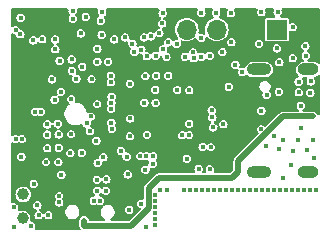
<source format=gbr>
%TF.GenerationSoftware,KiCad,Pcbnew,8.0.5*%
%TF.CreationDate,2024-11-08T04:09:32+01:00*%
%TF.ProjectId,hardware v4 pro max,68617264-7761-4726-9520-76342070726f,rev?*%
%TF.SameCoordinates,Original*%
%TF.FileFunction,Copper,L5,Inr*%
%TF.FilePolarity,Positive*%
%FSLAX46Y46*%
G04 Gerber Fmt 4.6, Leading zero omitted, Abs format (unit mm)*
G04 Created by KiCad (PCBNEW 8.0.5) date 2024-11-08 04:09:32*
%MOMM*%
%LPD*%
G01*
G04 APERTURE LIST*
%TA.AperFunction,ComponentPad*%
%ADD10R,1.700000X1.700000*%
%TD*%
%TA.AperFunction,ComponentPad*%
%ADD11O,1.700000X1.700000*%
%TD*%
%TA.AperFunction,ComponentPad*%
%ADD12C,1.000000*%
%TD*%
%TA.AperFunction,ComponentPad*%
%ADD13O,1.800000X1.000000*%
%TD*%
%TA.AperFunction,ComponentPad*%
%ADD14O,2.100000X1.000000*%
%TD*%
%TA.AperFunction,ViaPad*%
%ADD15C,0.400000*%
%TD*%
%TA.AperFunction,Conductor*%
%ADD16C,0.500000*%
%TD*%
G04 APERTURE END LIST*
D10*
%TO.N,GND*%
%TO.C,J3*%
X148570000Y-92965000D03*
D11*
%TO.N,+3.3V*%
X146030000Y-92965000D03*
%TO.N,OLED_SCL*%
X143490000Y-92965000D03*
%TO.N,OLED_SDA*%
X140950000Y-92965000D03*
%TD*%
D12*
%TO.N,GND*%
%TO.C,TP1*%
X127050000Y-108950000D03*
%TD*%
%TO.N,BAT+*%
%TO.C,TP2*%
X127090000Y-106930000D03*
%TD*%
D13*
%TO.N,GND*%
%TO.C,J4*%
X151245000Y-96350000D03*
D14*
X147065000Y-96350000D03*
D13*
X151245000Y-104990000D03*
D14*
X147065000Y-104990000D03*
%TD*%
D15*
%TO.N,Net-(BT1-+)*%
X126950000Y-103730000D03*
%TO.N,GNDGPS*%
X128100000Y-99940000D03*
X126460000Y-102240000D03*
X126990000Y-102240000D03*
X128570000Y-99940000D03*
%TO.N,GND*%
X136350000Y-94160000D03*
X130300000Y-98220000D03*
X150430000Y-98280000D03*
X149090000Y-105540000D03*
X128300000Y-107850000D03*
X136130000Y-102000000D03*
X138350000Y-96890000D03*
X143220000Y-106520000D03*
X149930000Y-103260000D03*
X145260000Y-106520000D03*
X137360000Y-99160000D03*
X137100000Y-94670000D03*
X127780000Y-109600000D03*
X140670000Y-106520000D03*
X151380000Y-106520000D03*
X137450000Y-104820000D03*
X147060000Y-94160000D03*
X129130000Y-101880000D03*
X130030000Y-100950000D03*
X130180000Y-95610000D03*
X133890000Y-103780000D03*
X132880000Y-97160000D03*
X143160000Y-101250000D03*
X142200000Y-106520000D03*
X129820000Y-94635000D03*
X138710000Y-106550000D03*
X138050000Y-104340000D03*
X140570000Y-101920000D03*
X133380000Y-94600000D03*
X126350000Y-109660000D03*
X143000000Y-102920000D03*
X139370000Y-96870000D03*
X138900000Y-91580000D03*
X149340000Y-106520000D03*
X129800000Y-93790000D03*
X132460000Y-100920000D03*
X128710000Y-93790000D03*
X141150000Y-100950000D03*
X138270000Y-106990000D03*
X130330000Y-105260000D03*
X145650000Y-96580000D03*
X151160000Y-103200000D03*
X148640000Y-91490000D03*
X141140000Y-101910000D03*
X136080000Y-108230000D03*
X127950000Y-93890000D03*
X126320000Y-108020000D03*
X133340000Y-105670000D03*
X132400000Y-91890000D03*
X144680000Y-91590000D03*
X133300000Y-102380000D03*
X147810000Y-106520000D03*
X150330000Y-102310000D03*
X138270000Y-109030000D03*
X140090000Y-94190000D03*
X147710000Y-98490000D03*
X148320000Y-106520000D03*
X148830000Y-106520000D03*
X138630000Y-93270000D03*
X142180000Y-95280000D03*
X142710000Y-106520000D03*
X131220000Y-96450000D03*
X147680000Y-102870000D03*
X146790000Y-106520000D03*
X149130000Y-102280000D03*
X150360000Y-106520000D03*
X129140000Y-100990000D03*
X142190000Y-91570000D03*
X140140000Y-98080000D03*
X138270000Y-107500000D03*
X151440000Y-97360000D03*
X131280000Y-91390000D03*
X143730000Y-106520000D03*
X130080000Y-104190000D03*
X129030000Y-104190000D03*
X144040000Y-100990000D03*
X147300000Y-106520000D03*
X150410000Y-97380000D03*
X151750000Y-103830000D03*
X149810000Y-104430000D03*
X138280000Y-98070000D03*
X134280000Y-95700000D03*
X142170000Y-93680000D03*
X144730000Y-94040000D03*
X138270000Y-108010000D03*
X129750000Y-98910000D03*
X147260000Y-91500000D03*
X130110000Y-102970000D03*
X129530000Y-97190000D03*
X141180000Y-106520000D03*
X148790000Y-95740000D03*
X151890000Y-106520000D03*
X133390000Y-104260000D03*
X131300000Y-92060000D03*
X136130000Y-97560000D03*
X134140000Y-105660000D03*
X148580000Y-94560000D03*
X133660000Y-92220000D03*
X133729834Y-93419834D03*
X141690000Y-106520000D03*
X151420000Y-98330000D03*
X144750000Y-106520000D03*
X137500000Y-109660000D03*
X131160000Y-98850000D03*
X136150000Y-100500000D03*
X138270000Y-108520000D03*
X131600000Y-97130000D03*
X138300000Y-99180000D03*
X148310000Y-101990000D03*
X130100000Y-101850000D03*
X132060000Y-103400000D03*
X133350000Y-106610000D03*
X131190000Y-95500000D03*
X138860000Y-92440000D03*
X149850000Y-106520000D03*
X142280000Y-102910000D03*
X144509834Y-97819834D03*
X133360000Y-99280000D03*
X131150000Y-101820000D03*
X144240000Y-106520000D03*
X137430000Y-96900000D03*
X131100000Y-103420000D03*
X149920000Y-92770000D03*
X138270000Y-109540000D03*
X128400000Y-108690000D03*
X139270000Y-106560000D03*
X129130000Y-103010000D03*
X150990000Y-94360000D03*
X149930000Y-95390000D03*
X139380000Y-94050000D03*
X150870000Y-106520000D03*
X135720000Y-93630000D03*
X151640000Y-102310000D03*
X141150000Y-98100000D03*
X143960000Y-94870000D03*
X146280000Y-106520000D03*
X134100000Y-106620000D03*
X137580000Y-101880000D03*
X137110000Y-107710000D03*
X132840000Y-100330000D03*
X145770000Y-106520000D03*
X143440000Y-91560000D03*
X131980000Y-93300000D03*
%TO.N,+3.3V*%
X136520275Y-105883344D03*
X136020388Y-105894068D03*
X127060000Y-95820000D03*
X127549196Y-93250066D03*
X135510000Y-95650000D03*
X135190000Y-96140000D03*
X136750000Y-93180000D03*
X142710000Y-97160000D03*
X143920000Y-104260000D03*
X133960000Y-100270000D03*
X141024490Y-103355427D03*
X143920000Y-104770000D03*
X126680000Y-96780000D03*
X133290000Y-94010000D03*
X126540000Y-95820000D03*
X142720000Y-97620000D03*
X138930000Y-103690000D03*
X137020000Y-106400000D03*
X139780013Y-95341573D03*
X134450000Y-100260000D03*
X137020000Y-105899997D03*
%TO.N,vusb*%
X132260000Y-109150000D03*
X132280000Y-109570000D03*
X145300000Y-105010000D03*
X151650000Y-100330000D03*
X144915000Y-105395000D03*
%TO.N,Net-(SW1-B)*%
X133070000Y-107460000D03*
X133570000Y-107460000D03*
%TO.N,B2*%
X134520000Y-96860000D03*
%TO.N,B1*%
X134510000Y-97430000D03*
%TO.N,Net-(U1-NRST)*%
X134800000Y-93800000D03*
X132750000Y-101580000D03*
X134539999Y-99667215D03*
%TO.N,SPI_MOSi*%
X126460000Y-93020000D03*
X137557500Y-95220000D03*
%TO.N,SPI_SCK*%
X126860000Y-93370000D03*
X134611802Y-101361317D03*
%TO.N,SPI_MISO*%
X136990000Y-103680000D03*
X133360000Y-95680000D03*
%TO.N,SPI_CS*%
X132100000Y-96100000D03*
X136500000Y-94865000D03*
%TO.N,COMPASSDA*%
X142900000Y-104810000D03*
X141478477Y-94897064D03*
X134562492Y-99163252D03*
%TO.N,COMPASSCL*%
X141940251Y-104764958D03*
X134579999Y-98652671D03*
%TO.N,USART_RX*%
X140941084Y-103890141D03*
X142900000Y-95170000D03*
%TO.N,USART_TX*%
X138100000Y-103700000D03*
%TO.N,OLED_SCL*%
X137530000Y-103700000D03*
%TO.N,Net-(J4-CC2)*%
X148760000Y-103100000D03*
%TO.N,Net-(J4-D--PadA7)*%
X147270000Y-99830000D03*
%TO.N,Net-(J4-D+-PadA6)*%
X147240000Y-101400000D03*
%TO.N,Net-(J4-CC1)*%
X148750000Y-98240000D03*
%TO.N,Net-(PA1010D1-RX)*%
X135930000Y-105230000D03*
%TO.N,Net-(PA1010D1-TX)*%
X135850000Y-103720000D03*
%TO.N,ALIMGPS*%
X127990000Y-106030000D03*
X134565416Y-100863471D03*
%TO.N,Net-(R10-Pad1)*%
X126880000Y-91970000D03*
%TO.N,Net-(U1-PA4)*%
X129220000Y-108682498D03*
X135370000Y-103230000D03*
%TO.N,BAT+*%
X130140000Y-107610000D03*
X130130000Y-107060000D03*
%TO.N,SWDIO*%
X137900000Y-93550000D03*
X138930000Y-94610000D03*
%TO.N,SWCLK*%
X137340000Y-93630000D03*
X139230000Y-95280000D03*
%TO.N,SWO*%
X133780000Y-91500000D03*
X138307500Y-95190000D03*
%TO.N,D+*%
X150595000Y-101310000D03*
X140790000Y-95283906D03*
%TO.N,D-*%
X141540000Y-95393267D03*
X150595000Y-99410000D03*
%TO.N,Net-(U1-PB0)*%
X151020000Y-95180000D03*
X143120000Y-100410000D03*
%TO.N,Net-(U1-PB1)*%
X145070000Y-95950000D03*
X143050000Y-99810000D03*
%TD*%
D16*
%TO.N,vusb*%
X151650000Y-100330000D02*
X149087818Y-100330000D01*
X132260000Y-109150000D02*
X132260000Y-109550000D01*
X149087818Y-100330000D02*
X145300000Y-104117818D01*
X138560000Y-105540000D02*
X137710000Y-106390000D01*
X137710000Y-108100000D02*
X136240000Y-109570000D01*
X136240000Y-109570000D02*
X132280000Y-109570000D01*
X145300000Y-105010000D02*
X144770000Y-105540000D01*
X145300000Y-104117818D02*
X145300000Y-105010000D01*
X144770000Y-105540000D02*
X138560000Y-105540000D01*
X132260000Y-109550000D02*
X132280000Y-109570000D01*
X137710000Y-106390000D02*
X137710000Y-108100000D01*
%TD*%
%TA.AperFunction,Conductor*%
%TO.N,+3.3V*%
G36*
X130881750Y-91190185D02*
G01*
X130927505Y-91242989D01*
X130937449Y-91312147D01*
X130937184Y-91313898D01*
X130925131Y-91389997D01*
X130925131Y-91390002D01*
X130942498Y-91499658D01*
X130992904Y-91598585D01*
X130992909Y-91598592D01*
X131041636Y-91647319D01*
X131075121Y-91708642D01*
X131070137Y-91778334D01*
X131041636Y-91822681D01*
X131012909Y-91851407D01*
X131012904Y-91851414D01*
X130962498Y-91950341D01*
X130945131Y-92059997D01*
X130945131Y-92060002D01*
X130962498Y-92169658D01*
X131012904Y-92268585D01*
X131012909Y-92268592D01*
X131091407Y-92347090D01*
X131091410Y-92347092D01*
X131091413Y-92347095D01*
X131190339Y-92397500D01*
X131190341Y-92397501D01*
X131299998Y-92414869D01*
X131300000Y-92414869D01*
X131300002Y-92414869D01*
X131409658Y-92397501D01*
X131409659Y-92397500D01*
X131409661Y-92397500D01*
X131508587Y-92347095D01*
X131587095Y-92268587D01*
X131637500Y-92169661D01*
X131637500Y-92169659D01*
X131637501Y-92169658D01*
X131654869Y-92060002D01*
X131654869Y-92059997D01*
X131637501Y-91950341D01*
X131628616Y-91932904D01*
X131606754Y-91889997D01*
X132045131Y-91889997D01*
X132045131Y-91890002D01*
X132062498Y-91999658D01*
X132112904Y-92098585D01*
X132112909Y-92098592D01*
X132191407Y-92177090D01*
X132191410Y-92177092D01*
X132191413Y-92177095D01*
X132275623Y-92220002D01*
X132290341Y-92227501D01*
X132399998Y-92244869D01*
X132400000Y-92244869D01*
X132400002Y-92244869D01*
X132509658Y-92227501D01*
X132509659Y-92227500D01*
X132509661Y-92227500D01*
X132608587Y-92177095D01*
X132687095Y-92098587D01*
X132737500Y-91999661D01*
X132737500Y-91999659D01*
X132737501Y-91999658D01*
X132754869Y-91890002D01*
X132754869Y-91889997D01*
X132737501Y-91780341D01*
X132708030Y-91722501D01*
X132687095Y-91681413D01*
X132687092Y-91681410D01*
X132687090Y-91681407D01*
X132608592Y-91602909D01*
X132608588Y-91602906D01*
X132608587Y-91602905D01*
X132600112Y-91598587D01*
X132509658Y-91552498D01*
X132400002Y-91535131D01*
X132399998Y-91535131D01*
X132290341Y-91552498D01*
X132191414Y-91602904D01*
X132191407Y-91602909D01*
X132112909Y-91681407D01*
X132112904Y-91681414D01*
X132062498Y-91780341D01*
X132045131Y-91889997D01*
X131606754Y-91889997D01*
X131587095Y-91851413D01*
X131587092Y-91851410D01*
X131587090Y-91851407D01*
X131538363Y-91802680D01*
X131504878Y-91741357D01*
X131509862Y-91671665D01*
X131538361Y-91627320D01*
X131567095Y-91598587D01*
X131617500Y-91499661D01*
X131617500Y-91499659D01*
X131617501Y-91499658D01*
X131634869Y-91390002D01*
X131634869Y-91389997D01*
X131622816Y-91313898D01*
X131631771Y-91244604D01*
X131676767Y-91191152D01*
X131743518Y-91170513D01*
X131745289Y-91170500D01*
X133352164Y-91170500D01*
X133419203Y-91190185D01*
X133464958Y-91242989D01*
X133474902Y-91312147D01*
X133462649Y-91350794D01*
X133442498Y-91390341D01*
X133425131Y-91499997D01*
X133425131Y-91500002D01*
X133442498Y-91609658D01*
X133492904Y-91708585D01*
X133492909Y-91708592D01*
X133506818Y-91722501D01*
X133540303Y-91783824D01*
X133535319Y-91853516D01*
X133493447Y-91909449D01*
X133475433Y-91920666D01*
X133451414Y-91932904D01*
X133451407Y-91932909D01*
X133372909Y-92011407D01*
X133372904Y-92011414D01*
X133322498Y-92110341D01*
X133305131Y-92219997D01*
X133305131Y-92220002D01*
X133322498Y-92329658D01*
X133372904Y-92428585D01*
X133372909Y-92428592D01*
X133451407Y-92507090D01*
X133451410Y-92507092D01*
X133451413Y-92507095D01*
X133534948Y-92549658D01*
X133550341Y-92557501D01*
X133659998Y-92574869D01*
X133660000Y-92574869D01*
X133660002Y-92574869D01*
X133769658Y-92557501D01*
X133769659Y-92557500D01*
X133769661Y-92557500D01*
X133868587Y-92507095D01*
X133947095Y-92428587D01*
X133997500Y-92329661D01*
X133997500Y-92329659D01*
X133997501Y-92329658D01*
X134014869Y-92220002D01*
X134014869Y-92219997D01*
X133997501Y-92110341D01*
X133971851Y-92060000D01*
X133947095Y-92011413D01*
X133947092Y-92011410D01*
X133947090Y-92011407D01*
X133933181Y-91997498D01*
X133899696Y-91936175D01*
X133904680Y-91866483D01*
X133946552Y-91810550D01*
X133964559Y-91799337D01*
X133988587Y-91787095D01*
X134067095Y-91708587D01*
X134117500Y-91609661D01*
X134117500Y-91609659D01*
X134117501Y-91609658D01*
X134134869Y-91500002D01*
X134134869Y-91499997D01*
X134117501Y-91390341D01*
X134097351Y-91350794D01*
X134084455Y-91282125D01*
X134110732Y-91217384D01*
X134167839Y-91177128D01*
X134207836Y-91170500D01*
X138515513Y-91170500D01*
X138582552Y-91190185D01*
X138628307Y-91242989D01*
X138638251Y-91312147D01*
X138615833Y-91367382D01*
X138612906Y-91371409D01*
X138562498Y-91470341D01*
X138545131Y-91579997D01*
X138545131Y-91580002D01*
X138562498Y-91689658D01*
X138612904Y-91788585D01*
X138612909Y-91788592D01*
X138691407Y-91867090D01*
X138691410Y-91867092D01*
X138691413Y-91867095D01*
X138735042Y-91889324D01*
X138785837Y-91937298D01*
X138802633Y-92005119D01*
X138780096Y-92071254D01*
X138735041Y-92110294D01*
X138651413Y-92152905D01*
X138651412Y-92152906D01*
X138651407Y-92152909D01*
X138572909Y-92231407D01*
X138572904Y-92231414D01*
X138522498Y-92330341D01*
X138505131Y-92439997D01*
X138505131Y-92440002D01*
X138522498Y-92549658D01*
X138572904Y-92648585D01*
X138572909Y-92648592D01*
X138638726Y-92714409D01*
X138672211Y-92775732D01*
X138667227Y-92845424D01*
X138625355Y-92901357D01*
X138570444Y-92924563D01*
X138520341Y-92932498D01*
X138421414Y-92982904D01*
X138421407Y-92982909D01*
X138342909Y-93061407D01*
X138342904Y-93061414D01*
X138292499Y-93160340D01*
X138290432Y-93173391D01*
X138260500Y-93236524D01*
X138201187Y-93273453D01*
X138131324Y-93272453D01*
X138111665Y-93264473D01*
X138009658Y-93212498D01*
X137900002Y-93195131D01*
X137899998Y-93195131D01*
X137790341Y-93212498D01*
X137691414Y-93262904D01*
X137691407Y-93262909D01*
X137653908Y-93300408D01*
X137592585Y-93333893D01*
X137522893Y-93328907D01*
X137509948Y-93323217D01*
X137449661Y-93292500D01*
X137449659Y-93292499D01*
X137449656Y-93292498D01*
X137340002Y-93275131D01*
X137339998Y-93275131D01*
X137230341Y-93292498D01*
X137131414Y-93342904D01*
X137131407Y-93342909D01*
X137052909Y-93421407D01*
X137052904Y-93421414D01*
X137002498Y-93520341D01*
X136985131Y-93629997D01*
X136985131Y-93630002D01*
X137002498Y-93739658D01*
X137052904Y-93838585D01*
X137052909Y-93838592D01*
X137131407Y-93917090D01*
X137131410Y-93917092D01*
X137131413Y-93917095D01*
X137224424Y-93964486D01*
X137230341Y-93967501D01*
X137339998Y-93984869D01*
X137340000Y-93984869D01*
X137340002Y-93984869D01*
X137449658Y-93967501D01*
X137449659Y-93967500D01*
X137449661Y-93967500D01*
X137548587Y-93917095D01*
X137586089Y-93879592D01*
X137647409Y-93846107D01*
X137717101Y-93851090D01*
X137730049Y-93856781D01*
X137790339Y-93887500D01*
X137790341Y-93887500D01*
X137790343Y-93887501D01*
X137899998Y-93904869D01*
X137900000Y-93904869D01*
X137900002Y-93904869D01*
X138009658Y-93887501D01*
X138009659Y-93887500D01*
X138009661Y-93887500D01*
X138108587Y-93837095D01*
X138187095Y-93758587D01*
X138237500Y-93659661D01*
X138239566Y-93646613D01*
X138269495Y-93583479D01*
X138328806Y-93546548D01*
X138398669Y-93547544D01*
X138418334Y-93555526D01*
X138421412Y-93557094D01*
X138421413Y-93557095D01*
X138488755Y-93591407D01*
X138520341Y-93607501D01*
X138629998Y-93624869D01*
X138630000Y-93624869D01*
X138630002Y-93624869D01*
X138739658Y-93607501D01*
X138739659Y-93607500D01*
X138739661Y-93607500D01*
X138838587Y-93557095D01*
X138917095Y-93478587D01*
X138967500Y-93379661D01*
X138967500Y-93379659D01*
X138967501Y-93379658D01*
X138984869Y-93270002D01*
X138984869Y-93269997D01*
X138967501Y-93160341D01*
X138932381Y-93091414D01*
X138917095Y-93061413D01*
X138917092Y-93061410D01*
X138917090Y-93061407D01*
X138851273Y-92995590D01*
X138817788Y-92934267D01*
X138822772Y-92864575D01*
X138864644Y-92808642D01*
X138919553Y-92785436D01*
X138969661Y-92777500D01*
X139068587Y-92727095D01*
X139147095Y-92648587D01*
X139197500Y-92549661D01*
X139197500Y-92549659D01*
X139197501Y-92549658D01*
X139214869Y-92440002D01*
X139214869Y-92439997D01*
X139197501Y-92330341D01*
X139194713Y-92324869D01*
X139147095Y-92231413D01*
X139147092Y-92231410D01*
X139147090Y-92231407D01*
X139068592Y-92152909D01*
X139068589Y-92152907D01*
X139068587Y-92152905D01*
X139024955Y-92130674D01*
X138974161Y-92082700D01*
X138957366Y-92014879D01*
X138979903Y-91948744D01*
X139024955Y-91909707D01*
X139108587Y-91867095D01*
X139187095Y-91788587D01*
X139237500Y-91689661D01*
X139237500Y-91689659D01*
X139237501Y-91689658D01*
X139254869Y-91580002D01*
X139254869Y-91579997D01*
X139237501Y-91470341D01*
X139187093Y-91371409D01*
X139184167Y-91367382D01*
X139160689Y-91301575D01*
X139176516Y-91233522D01*
X139226624Y-91184829D01*
X139284487Y-91170500D01*
X141798248Y-91170500D01*
X141865287Y-91190185D01*
X141911042Y-91242989D01*
X141920986Y-91312147D01*
X141905003Y-91351528D01*
X141907336Y-91352717D01*
X141852498Y-91460341D01*
X141835131Y-91569997D01*
X141835131Y-91570002D01*
X141852498Y-91679658D01*
X141902904Y-91778585D01*
X141902909Y-91778592D01*
X141981407Y-91857090D01*
X141981410Y-91857092D01*
X141981413Y-91857095D01*
X142045993Y-91890000D01*
X142080341Y-91907501D01*
X142189998Y-91924869D01*
X142190000Y-91924869D01*
X142190002Y-91924869D01*
X142299658Y-91907501D01*
X142299659Y-91907500D01*
X142299661Y-91907500D01*
X142398587Y-91857095D01*
X142477095Y-91778587D01*
X142527500Y-91679661D01*
X142527500Y-91679659D01*
X142527501Y-91679658D01*
X142544869Y-91570002D01*
X142544869Y-91569997D01*
X142527501Y-91460341D01*
X142472664Y-91352717D01*
X142475655Y-91351192D01*
X142457954Y-91301573D01*
X142473782Y-91233520D01*
X142523891Y-91184828D01*
X142581752Y-91170500D01*
X143042736Y-91170500D01*
X143109775Y-91190185D01*
X143155530Y-91242989D01*
X143165474Y-91312147D01*
X143153221Y-91350795D01*
X143152907Y-91351410D01*
X143152905Y-91351413D01*
X143102500Y-91450339D01*
X143102498Y-91450343D01*
X143085131Y-91559997D01*
X143085131Y-91560002D01*
X143102498Y-91669658D01*
X143152904Y-91768585D01*
X143152909Y-91768592D01*
X143200847Y-91816530D01*
X143234332Y-91877853D01*
X143229348Y-91947545D01*
X143187476Y-92003478D01*
X143149164Y-92022871D01*
X143105269Y-92036187D01*
X142931467Y-92129086D01*
X142931460Y-92129090D01*
X142779116Y-92254116D01*
X142654090Y-92406460D01*
X142654086Y-92406467D01*
X142561188Y-92580266D01*
X142503975Y-92768870D01*
X142484659Y-92965000D01*
X142503975Y-93161130D01*
X142525518Y-93232146D01*
X142526141Y-93302013D01*
X142488893Y-93361126D01*
X142425599Y-93390716D01*
X142356354Y-93381391D01*
X142350563Y-93378626D01*
X142279658Y-93342498D01*
X142170002Y-93325131D01*
X142169997Y-93325131D01*
X142067478Y-93341368D01*
X141998185Y-93332413D01*
X141944733Y-93287417D01*
X141924094Y-93220665D01*
X141929421Y-93182898D01*
X141936024Y-93161132D01*
X141938820Y-93132739D01*
X141955341Y-92965000D01*
X141936024Y-92768868D01*
X141878814Y-92580273D01*
X141878811Y-92580269D01*
X141878811Y-92580266D01*
X141785913Y-92406467D01*
X141785909Y-92406460D01*
X141660883Y-92254116D01*
X141508539Y-92129090D01*
X141508532Y-92129086D01*
X141334733Y-92036188D01*
X141334727Y-92036186D01*
X141208997Y-91998046D01*
X141146129Y-91978975D01*
X140950000Y-91959659D01*
X140753870Y-91978975D01*
X140565266Y-92036188D01*
X140391467Y-92129086D01*
X140391460Y-92129090D01*
X140239116Y-92254116D01*
X140114090Y-92406460D01*
X140114086Y-92406467D01*
X140021188Y-92580266D01*
X139963975Y-92768870D01*
X139944659Y-92965000D01*
X139963975Y-93161129D01*
X139974290Y-93195131D01*
X140013142Y-93323211D01*
X140021188Y-93349733D01*
X140114086Y-93523532D01*
X140114090Y-93523539D01*
X140204661Y-93633899D01*
X140231974Y-93698209D01*
X140220183Y-93767076D01*
X140173031Y-93818637D01*
X140105489Y-93836520D01*
X140090422Y-93835131D01*
X140089998Y-93835131D01*
X139980341Y-93852498D01*
X139881414Y-93902904D01*
X139881404Y-93902911D01*
X139880868Y-93903448D01*
X139880055Y-93903891D01*
X139873514Y-93908644D01*
X139872899Y-93907798D01*
X139819543Y-93936929D01*
X139749852Y-93931940D01*
X139693921Y-93890065D01*
X139682709Y-93872056D01*
X139667097Y-93841416D01*
X139667095Y-93841414D01*
X139667095Y-93841413D01*
X139667093Y-93841411D01*
X139667090Y-93841407D01*
X139588592Y-93762909D01*
X139588588Y-93762906D01*
X139588587Y-93762905D01*
X139580112Y-93758587D01*
X139489658Y-93712498D01*
X139380002Y-93695131D01*
X139379998Y-93695131D01*
X139270341Y-93712498D01*
X139171414Y-93762904D01*
X139171407Y-93762909D01*
X139092909Y-93841407D01*
X139092904Y-93841414D01*
X139042498Y-93940341D01*
X139025131Y-94049997D01*
X139025131Y-94050002D01*
X139035099Y-94112939D01*
X139026144Y-94182233D01*
X138981148Y-94235685D01*
X138932024Y-94254810D01*
X138820341Y-94272498D01*
X138721414Y-94322904D01*
X138721407Y-94322909D01*
X138642909Y-94401407D01*
X138642904Y-94401414D01*
X138592498Y-94500341D01*
X138575131Y-94609997D01*
X138575131Y-94610003D01*
X138592707Y-94720977D01*
X138583752Y-94790270D01*
X138538756Y-94843722D01*
X138472004Y-94864361D01*
X138426965Y-94853888D01*
X138426437Y-94855514D01*
X138417159Y-94852499D01*
X138307502Y-94835131D01*
X138307498Y-94835131D01*
X138197841Y-94852498D01*
X138098914Y-94902904D01*
X138098907Y-94902909D01*
X138020404Y-94981412D01*
X138019134Y-94983161D01*
X138017046Y-94984770D01*
X138013504Y-94988313D01*
X138013046Y-94987855D01*
X137963803Y-95025825D01*
X137894189Y-95031803D01*
X137832395Y-94999195D01*
X137831137Y-94997954D01*
X137766092Y-94932909D01*
X137766088Y-94932906D01*
X137766087Y-94932905D01*
X137667161Y-94882500D01*
X137667159Y-94882499D01*
X137667158Y-94882499D01*
X137549703Y-94863895D01*
X137486569Y-94833965D01*
X137449638Y-94774653D01*
X137446629Y-94722023D01*
X137454869Y-94670000D01*
X137454869Y-94669997D01*
X137437501Y-94560341D01*
X137437104Y-94559562D01*
X137387095Y-94461413D01*
X137387092Y-94461410D01*
X137387090Y-94461407D01*
X137308592Y-94382909D01*
X137308588Y-94382906D01*
X137308587Y-94382905D01*
X137280482Y-94368585D01*
X137209658Y-94332498D01*
X137100002Y-94315131D01*
X137099998Y-94315131D01*
X136990341Y-94332498D01*
X136891414Y-94382904D01*
X136883514Y-94388644D01*
X136881301Y-94385598D01*
X136836252Y-94410153D01*
X136766564Y-94405114D01*
X136710663Y-94363199D01*
X136686297Y-94297716D01*
X136687515Y-94269568D01*
X136704869Y-94160001D01*
X136704869Y-94159997D01*
X136687501Y-94050341D01*
X136682232Y-94040000D01*
X136637095Y-93951413D01*
X136637092Y-93951410D01*
X136637090Y-93951407D01*
X136558592Y-93872909D01*
X136558588Y-93872906D01*
X136558587Y-93872905D01*
X136545102Y-93866034D01*
X136459658Y-93822498D01*
X136350002Y-93805131D01*
X136349998Y-93805131D01*
X136240340Y-93822499D01*
X136231063Y-93825514D01*
X136230311Y-93823201D01*
X136175341Y-93833522D01*
X136110601Y-93807243D01*
X136070347Y-93750134D01*
X136065248Y-93690743D01*
X136074869Y-93630000D01*
X136074869Y-93629997D01*
X136057501Y-93520341D01*
X136048616Y-93502904D01*
X136007095Y-93421413D01*
X136007092Y-93421410D01*
X136007090Y-93421407D01*
X135928592Y-93342909D01*
X135928588Y-93342906D01*
X135928587Y-93342905D01*
X135901114Y-93328907D01*
X135829658Y-93292498D01*
X135720002Y-93275131D01*
X135719998Y-93275131D01*
X135610341Y-93292498D01*
X135511414Y-93342904D01*
X135511407Y-93342909D01*
X135432909Y-93421407D01*
X135432904Y-93421414D01*
X135382498Y-93520341D01*
X135363604Y-93639639D01*
X135359719Y-93639023D01*
X135345446Y-93687632D01*
X135329286Y-93701633D01*
X135360072Y-93715693D01*
X135389352Y-93753110D01*
X135426244Y-93825514D01*
X135432904Y-93838585D01*
X135432909Y-93838592D01*
X135511407Y-93917090D01*
X135511410Y-93917092D01*
X135511413Y-93917095D01*
X135604424Y-93964486D01*
X135610341Y-93967501D01*
X135719998Y-93984869D01*
X135720000Y-93984869D01*
X135720002Y-93984869D01*
X135774830Y-93976184D01*
X135829661Y-93967500D01*
X135829664Y-93967498D01*
X135838937Y-93964486D01*
X135839689Y-93966802D01*
X135894629Y-93956474D01*
X135959374Y-93982738D01*
X135999642Y-94039837D01*
X136004752Y-94099254D01*
X135995132Y-94159997D01*
X135995131Y-94160002D01*
X136012498Y-94269658D01*
X136062904Y-94368585D01*
X136062909Y-94368592D01*
X136141407Y-94447090D01*
X136141411Y-94447093D01*
X136141413Y-94447095D01*
X136175370Y-94464396D01*
X136226164Y-94512368D01*
X136242960Y-94580189D01*
X136220424Y-94646324D01*
X136218605Y-94648485D01*
X136218644Y-94648514D01*
X136212904Y-94656414D01*
X136162498Y-94755341D01*
X136145131Y-94864997D01*
X136145131Y-94865002D01*
X136162498Y-94974658D01*
X136212904Y-95073585D01*
X136212909Y-95073592D01*
X136291407Y-95152090D01*
X136291410Y-95152092D01*
X136291413Y-95152095D01*
X136355365Y-95184680D01*
X136390341Y-95202501D01*
X136499998Y-95219869D01*
X136500000Y-95219869D01*
X136500002Y-95219869D01*
X136609658Y-95202501D01*
X136609659Y-95202500D01*
X136609661Y-95202500D01*
X136708587Y-95152095D01*
X136787095Y-95073587D01*
X136799424Y-95049389D01*
X136847394Y-94998596D01*
X136915215Y-94981800D01*
X136966200Y-94995200D01*
X136988818Y-95006725D01*
X136990341Y-95007501D01*
X137107795Y-95026104D01*
X137170930Y-95056033D01*
X137207861Y-95115345D01*
X137210871Y-95167974D01*
X137202631Y-95220002D01*
X137219998Y-95329658D01*
X137270404Y-95428585D01*
X137270409Y-95428592D01*
X137348907Y-95507090D01*
X137348910Y-95507092D01*
X137348913Y-95507095D01*
X137403423Y-95534869D01*
X137447841Y-95557501D01*
X137557498Y-95574869D01*
X137557500Y-95574869D01*
X137557502Y-95574869D01*
X137667158Y-95557501D01*
X137667159Y-95557500D01*
X137667161Y-95557500D01*
X137766087Y-95507095D01*
X137844595Y-95428587D01*
X137844598Y-95428579D01*
X137845856Y-95426850D01*
X137847941Y-95425241D01*
X137851496Y-95421687D01*
X137851955Y-95422146D01*
X137901182Y-95384179D01*
X137970795Y-95378194D01*
X138032593Y-95410794D01*
X138033862Y-95412045D01*
X138098907Y-95477090D01*
X138098910Y-95477092D01*
X138098913Y-95477095D01*
X138157782Y-95507090D01*
X138197841Y-95527501D01*
X138307498Y-95544869D01*
X138307500Y-95544869D01*
X138307502Y-95544869D01*
X138417158Y-95527501D01*
X138417159Y-95527500D01*
X138417161Y-95527500D01*
X138516087Y-95477095D01*
X138594595Y-95398587D01*
X138645000Y-95299661D01*
X138645000Y-95299659D01*
X138649430Y-95290966D01*
X138652852Y-95292709D01*
X138681590Y-95250637D01*
X138745935Y-95223406D01*
X138814788Y-95235286D01*
X138866287Y-95282504D01*
X138882605Y-95327193D01*
X138892498Y-95389658D01*
X138942904Y-95488585D01*
X138942909Y-95488592D01*
X139021407Y-95567090D01*
X139021410Y-95567092D01*
X139021413Y-95567095D01*
X139105623Y-95610002D01*
X139120341Y-95617501D01*
X139229998Y-95634869D01*
X139230000Y-95634869D01*
X139230002Y-95634869D01*
X139339658Y-95617501D01*
X139339659Y-95617500D01*
X139339661Y-95617500D01*
X139438587Y-95567095D01*
X139517095Y-95488587D01*
X139567500Y-95389661D01*
X139567500Y-95389659D01*
X139567501Y-95389658D01*
X139584251Y-95283903D01*
X140435131Y-95283903D01*
X140435131Y-95283908D01*
X140452498Y-95393564D01*
X140502904Y-95492491D01*
X140502909Y-95492498D01*
X140581407Y-95570996D01*
X140581410Y-95570998D01*
X140581413Y-95571001D01*
X140662856Y-95612498D01*
X140680341Y-95621407D01*
X140789998Y-95638775D01*
X140790000Y-95638775D01*
X140790002Y-95638775D01*
X140899658Y-95621407D01*
X140899659Y-95621406D01*
X140899661Y-95621406D01*
X140998587Y-95571001D01*
X141035965Y-95533623D01*
X141097288Y-95500137D01*
X141166979Y-95505121D01*
X141222913Y-95546991D01*
X141234130Y-95565005D01*
X141250687Y-95597500D01*
X141252904Y-95601852D01*
X141252909Y-95601859D01*
X141331407Y-95680357D01*
X141331410Y-95680359D01*
X141331413Y-95680362D01*
X141418037Y-95724499D01*
X141430341Y-95730768D01*
X141539998Y-95748136D01*
X141540000Y-95748136D01*
X141540002Y-95748136D01*
X141649658Y-95730768D01*
X141649659Y-95730767D01*
X141649661Y-95730767D01*
X141748587Y-95680362D01*
X141790174Y-95638775D01*
X141833996Y-95594954D01*
X141836542Y-95597500D01*
X141877542Y-95565854D01*
X141947153Y-95559842D01*
X141978878Y-95570898D01*
X142055619Y-95610000D01*
X142070341Y-95617501D01*
X142179998Y-95634869D01*
X142180000Y-95634869D01*
X142180002Y-95634869D01*
X142289658Y-95617501D01*
X142289659Y-95617500D01*
X142289661Y-95617500D01*
X142388587Y-95567095D01*
X142467095Y-95488587D01*
X142475958Y-95471191D01*
X142523930Y-95420397D01*
X142591751Y-95403601D01*
X142657886Y-95426137D01*
X142674123Y-95439806D01*
X142691407Y-95457090D01*
X142691410Y-95457092D01*
X142691413Y-95457095D01*
X142775623Y-95500002D01*
X142790341Y-95507501D01*
X142899998Y-95524869D01*
X142900000Y-95524869D01*
X142900002Y-95524869D01*
X143009658Y-95507501D01*
X143009659Y-95507500D01*
X143009661Y-95507500D01*
X143108587Y-95457095D01*
X143187095Y-95378587D01*
X143237500Y-95279661D01*
X143237500Y-95279659D01*
X143237501Y-95279658D01*
X143254869Y-95170002D01*
X143254869Y-95169997D01*
X143237501Y-95060341D01*
X143221840Y-95029605D01*
X143187095Y-94961413D01*
X143187092Y-94961410D01*
X143187090Y-94961407D01*
X143108592Y-94882909D01*
X143108588Y-94882906D01*
X143108587Y-94882905D01*
X143083263Y-94870002D01*
X143083253Y-94869997D01*
X143605131Y-94869997D01*
X143605131Y-94870002D01*
X143622498Y-94979658D01*
X143672904Y-95078585D01*
X143672909Y-95078592D01*
X143751407Y-95157090D01*
X143751410Y-95157092D01*
X143751413Y-95157095D01*
X143805552Y-95184680D01*
X143850341Y-95207501D01*
X143959998Y-95224869D01*
X143960000Y-95224869D01*
X143960002Y-95224869D01*
X144069658Y-95207501D01*
X144069659Y-95207500D01*
X144069661Y-95207500D01*
X144168587Y-95157095D01*
X144247095Y-95078587D01*
X144297500Y-94979661D01*
X144297500Y-94979659D01*
X144297501Y-94979658D01*
X144314869Y-94870002D01*
X144314869Y-94869997D01*
X144297501Y-94760341D01*
X144277444Y-94720977D01*
X144247095Y-94661413D01*
X144247092Y-94661410D01*
X144247090Y-94661407D01*
X144168592Y-94582909D01*
X144168588Y-94582906D01*
X144168587Y-94582905D01*
X144140482Y-94568585D01*
X144123627Y-94559997D01*
X148225131Y-94559997D01*
X148225131Y-94560002D01*
X148242498Y-94669658D01*
X148292904Y-94768585D01*
X148292909Y-94768592D01*
X148371407Y-94847090D01*
X148371410Y-94847092D01*
X148371413Y-94847095D01*
X148461319Y-94892904D01*
X148470341Y-94897501D01*
X148579998Y-94914869D01*
X148580000Y-94914869D01*
X148580002Y-94914869D01*
X148689658Y-94897501D01*
X148689659Y-94897500D01*
X148689661Y-94897500D01*
X148788587Y-94847095D01*
X148867095Y-94768587D01*
X148917500Y-94669661D01*
X148917500Y-94669659D01*
X148917501Y-94669658D01*
X148934869Y-94560002D01*
X148934869Y-94559997D01*
X148917501Y-94450341D01*
X148897024Y-94410153D01*
X148867095Y-94351413D01*
X148867092Y-94351410D01*
X148867090Y-94351407D01*
X148788592Y-94272909D01*
X148788588Y-94272906D01*
X148788587Y-94272905D01*
X148760486Y-94258587D01*
X148689658Y-94222498D01*
X148623201Y-94211973D01*
X148579288Y-94191156D01*
X148552336Y-94208477D01*
X148536799Y-94211973D01*
X148470341Y-94222498D01*
X148371414Y-94272904D01*
X148371407Y-94272909D01*
X148292909Y-94351407D01*
X148292904Y-94351414D01*
X148242498Y-94450341D01*
X148225131Y-94559997D01*
X144123627Y-94559997D01*
X144069658Y-94532498D01*
X143960002Y-94515131D01*
X143959998Y-94515131D01*
X143850341Y-94532498D01*
X143751414Y-94582904D01*
X143751407Y-94582909D01*
X143672909Y-94661407D01*
X143672904Y-94661414D01*
X143622498Y-94760341D01*
X143605131Y-94869997D01*
X143083253Y-94869997D01*
X143009658Y-94832498D01*
X142900002Y-94815131D01*
X142899998Y-94815131D01*
X142790341Y-94832498D01*
X142691414Y-94882904D01*
X142691407Y-94882909D01*
X142612909Y-94961407D01*
X142612903Y-94961415D01*
X142604040Y-94978810D01*
X142556064Y-95029605D01*
X142488243Y-95046398D01*
X142422108Y-95023858D01*
X142405876Y-95010193D01*
X142388592Y-94992909D01*
X142388588Y-94992906D01*
X142388587Y-94992905D01*
X142378676Y-94987855D01*
X142289658Y-94942498D01*
X142180002Y-94925131D01*
X142179998Y-94925131D01*
X142070341Y-94942498D01*
X142009770Y-94973361D01*
X141941101Y-94986257D01*
X141876360Y-94959980D01*
X141836104Y-94902873D01*
X141831003Y-94882273D01*
X141829509Y-94872842D01*
X141821911Y-94824868D01*
X141815978Y-94787405D01*
X141799641Y-94755341D01*
X141765572Y-94688477D01*
X141765569Y-94688474D01*
X141765567Y-94688471D01*
X141687069Y-94609973D01*
X141687065Y-94609970D01*
X141687064Y-94609969D01*
X141667493Y-94599997D01*
X141588135Y-94559562D01*
X141478479Y-94542195D01*
X141478475Y-94542195D01*
X141368818Y-94559562D01*
X141269891Y-94609968D01*
X141269884Y-94609973D01*
X141191386Y-94688471D01*
X141191381Y-94688478D01*
X141140975Y-94787405D01*
X141126351Y-94879738D01*
X141096421Y-94942873D01*
X141037109Y-94979803D01*
X140967247Y-94978805D01*
X140947584Y-94970824D01*
X140899658Y-94946404D01*
X140790002Y-94929037D01*
X140789998Y-94929037D01*
X140680341Y-94946404D01*
X140581414Y-94996810D01*
X140581407Y-94996815D01*
X140502909Y-95075313D01*
X140502904Y-95075320D01*
X140452498Y-95174247D01*
X140435131Y-95283903D01*
X139584251Y-95283903D01*
X139584869Y-95280002D01*
X139584869Y-95279997D01*
X139567501Y-95170341D01*
X139539000Y-95114404D01*
X139517095Y-95071413D01*
X139517092Y-95071410D01*
X139517090Y-95071407D01*
X139438592Y-94992909D01*
X139438588Y-94992906D01*
X139438587Y-94992905D01*
X139339661Y-94942500D01*
X139336394Y-94941982D01*
X139332741Y-94940250D01*
X139330375Y-94939482D01*
X139330474Y-94939176D01*
X139273260Y-94912054D01*
X139236328Y-94852742D01*
X139237326Y-94782880D01*
X139245302Y-94763225D01*
X139267500Y-94719661D01*
X139269085Y-94709658D01*
X139284869Y-94610002D01*
X139284869Y-94609999D01*
X139278309Y-94568585D01*
X139274900Y-94547060D01*
X139283854Y-94477767D01*
X139328850Y-94424315D01*
X139377976Y-94405188D01*
X139379995Y-94404868D01*
X139380000Y-94404869D01*
X139489661Y-94387500D01*
X139588587Y-94337095D01*
X139589119Y-94336563D01*
X139589923Y-94336123D01*
X139596486Y-94331356D01*
X139597101Y-94332203D01*
X139650440Y-94303074D01*
X139720132Y-94308053D01*
X139776068Y-94349921D01*
X139787290Y-94367941D01*
X139802905Y-94398587D01*
X139802909Y-94398592D01*
X139881407Y-94477090D01*
X139881410Y-94477092D01*
X139881413Y-94477095D01*
X139976098Y-94525339D01*
X139980341Y-94527501D01*
X140089998Y-94544869D01*
X140090000Y-94544869D01*
X140090002Y-94544869D01*
X140199658Y-94527501D01*
X140199659Y-94527500D01*
X140199661Y-94527500D01*
X140298587Y-94477095D01*
X140377095Y-94398587D01*
X140427500Y-94299661D01*
X140427500Y-94299659D01*
X140427501Y-94299658D01*
X140444869Y-94190002D01*
X140444869Y-94189997D01*
X140427501Y-94080343D01*
X140427500Y-94080341D01*
X140427500Y-94080339D01*
X140422117Y-94069775D01*
X140416525Y-94039997D01*
X144375131Y-94039997D01*
X144375131Y-94040002D01*
X144392498Y-94149658D01*
X144442904Y-94248585D01*
X144442909Y-94248592D01*
X144521407Y-94327090D01*
X144521410Y-94327092D01*
X144521413Y-94327095D01*
X144602842Y-94368585D01*
X144620341Y-94377501D01*
X144729998Y-94394869D01*
X144730000Y-94394869D01*
X144730002Y-94394869D01*
X144839658Y-94377501D01*
X144839659Y-94377500D01*
X144839661Y-94377500D01*
X144938587Y-94327095D01*
X145017095Y-94248587D01*
X145062234Y-94159997D01*
X146705131Y-94159997D01*
X146705131Y-94160002D01*
X146722498Y-94269658D01*
X146772904Y-94368585D01*
X146772909Y-94368592D01*
X146851407Y-94447090D01*
X146851410Y-94447092D01*
X146851413Y-94447095D01*
X146895696Y-94469658D01*
X146950341Y-94497501D01*
X147059998Y-94514869D01*
X147060000Y-94514869D01*
X147060002Y-94514869D01*
X147169658Y-94497501D01*
X147169659Y-94497500D01*
X147169661Y-94497500D01*
X147268587Y-94447095D01*
X147347095Y-94368587D01*
X147397500Y-94269661D01*
X147397500Y-94269659D01*
X147397501Y-94269658D01*
X147414869Y-94160002D01*
X147414869Y-94159997D01*
X147397501Y-94050341D01*
X147392643Y-94040807D01*
X147382394Y-93986235D01*
X147354933Y-93957775D01*
X147352828Y-93959305D01*
X147347096Y-93951415D01*
X147347095Y-93951413D01*
X147347092Y-93951410D01*
X147347090Y-93951407D01*
X147268592Y-93872909D01*
X147268588Y-93872906D01*
X147268587Y-93872905D01*
X147255102Y-93866034D01*
X147169658Y-93822498D01*
X147060002Y-93805131D01*
X147059998Y-93805131D01*
X146950341Y-93822498D01*
X146851414Y-93872904D01*
X146851407Y-93872909D01*
X146772909Y-93951407D01*
X146772904Y-93951414D01*
X146722498Y-94050341D01*
X146705131Y-94159997D01*
X145062234Y-94159997D01*
X145067500Y-94149661D01*
X145067500Y-94149659D01*
X145067501Y-94149658D01*
X145084869Y-94040002D01*
X145084869Y-94039997D01*
X145067501Y-93930341D01*
X145056964Y-93909661D01*
X145017095Y-93831413D01*
X145017092Y-93831410D01*
X145017090Y-93831407D01*
X144938592Y-93752909D01*
X144938588Y-93752906D01*
X144938587Y-93752905D01*
X144900004Y-93733246D01*
X144839658Y-93702498D01*
X144730002Y-93685131D01*
X144729998Y-93685131D01*
X144620341Y-93702498D01*
X144521414Y-93752904D01*
X144521407Y-93752909D01*
X144442909Y-93831407D01*
X144442904Y-93831414D01*
X144392498Y-93930341D01*
X144375131Y-94039997D01*
X140416525Y-94039997D01*
X140409222Y-94001109D01*
X140435498Y-93936368D01*
X140492604Y-93896111D01*
X140562410Y-93893119D01*
X140568599Y-93894823D01*
X140597032Y-93903448D01*
X140753868Y-93951024D01*
X140950000Y-93970341D01*
X141146132Y-93951024D01*
X141334727Y-93893814D01*
X141336028Y-93893119D01*
X141432762Y-93841413D01*
X141508538Y-93800910D01*
X141629528Y-93701615D01*
X141693834Y-93674304D01*
X141762702Y-93686095D01*
X141814262Y-93733246D01*
X141830663Y-93778068D01*
X141832499Y-93789659D01*
X141832499Y-93789660D01*
X141832500Y-93789661D01*
X141861261Y-93846107D01*
X141882904Y-93888585D01*
X141882909Y-93888592D01*
X141961407Y-93967090D01*
X141961410Y-93967092D01*
X141961413Y-93967095D01*
X142042842Y-94008585D01*
X142060341Y-94017501D01*
X142169998Y-94034869D01*
X142170000Y-94034869D01*
X142170002Y-94034869D01*
X142279658Y-94017501D01*
X142279659Y-94017500D01*
X142279661Y-94017500D01*
X142378587Y-93967095D01*
X142457095Y-93888587D01*
X142507500Y-93789661D01*
X142508977Y-93780341D01*
X142523358Y-93689540D01*
X142553287Y-93626405D01*
X142612598Y-93589473D01*
X142682461Y-93590471D01*
X142740694Y-93629080D01*
X142741684Y-93630272D01*
X142779116Y-93675883D01*
X142931460Y-93800909D01*
X142931467Y-93800913D01*
X143105266Y-93893811D01*
X143105269Y-93893811D01*
X143105273Y-93893814D01*
X143293868Y-93951024D01*
X143490000Y-93970341D01*
X143686132Y-93951024D01*
X143874727Y-93893814D01*
X143876028Y-93893119D01*
X143972762Y-93841413D01*
X144048538Y-93800910D01*
X144200883Y-93675883D01*
X144325910Y-93523538D01*
X144373165Y-93435131D01*
X144418811Y-93349733D01*
X144418811Y-93349732D01*
X144418814Y-93349727D01*
X144476024Y-93161132D01*
X144495341Y-92965000D01*
X144476024Y-92768868D01*
X144418814Y-92580273D01*
X144418811Y-92580269D01*
X144418811Y-92580266D01*
X144325913Y-92406467D01*
X144325909Y-92406460D01*
X144200883Y-92254116D01*
X144048539Y-92129090D01*
X144048532Y-92129086D01*
X143874733Y-92036188D01*
X143874727Y-92036186D01*
X143754109Y-91999596D01*
X143695673Y-91961300D01*
X143667216Y-91897488D01*
X143677777Y-91828421D01*
X143702424Y-91793257D01*
X143727095Y-91768587D01*
X143777500Y-91669661D01*
X143777500Y-91669659D01*
X143777501Y-91669658D01*
X143794869Y-91560002D01*
X143794869Y-91559997D01*
X143777501Y-91450343D01*
X143777500Y-91450341D01*
X143777500Y-91450339D01*
X143727095Y-91351413D01*
X143727092Y-91351410D01*
X143726779Y-91350795D01*
X143713883Y-91282126D01*
X143740159Y-91217385D01*
X143797266Y-91177128D01*
X143837264Y-91170500D01*
X144304455Y-91170500D01*
X144371494Y-91190185D01*
X144417249Y-91242989D01*
X144427193Y-91312147D01*
X144398168Y-91375703D01*
X144393098Y-91381147D01*
X144392904Y-91381414D01*
X144342498Y-91480341D01*
X144325131Y-91589997D01*
X144325131Y-91590002D01*
X144342498Y-91699658D01*
X144392904Y-91798585D01*
X144392909Y-91798592D01*
X144471407Y-91877090D01*
X144471410Y-91877092D01*
X144471413Y-91877095D01*
X144565175Y-91924869D01*
X144570341Y-91927501D01*
X144679998Y-91944869D01*
X144680000Y-91944869D01*
X144680002Y-91944869D01*
X144789658Y-91927501D01*
X144789659Y-91927500D01*
X144789661Y-91927500D01*
X144888587Y-91877095D01*
X144967095Y-91798587D01*
X145017500Y-91699661D01*
X145017500Y-91699659D01*
X145017501Y-91699658D01*
X145034869Y-91590002D01*
X145034869Y-91589997D01*
X145017501Y-91480341D01*
X145012405Y-91470339D01*
X144967095Y-91381413D01*
X144967092Y-91381410D01*
X144961356Y-91373514D01*
X144962627Y-91372590D01*
X144934379Y-91320858D01*
X144939363Y-91251166D01*
X144981235Y-91195233D01*
X145046699Y-91170816D01*
X145055545Y-91170500D01*
X146832164Y-91170500D01*
X146899203Y-91190185D01*
X146944958Y-91242989D01*
X146954902Y-91312147D01*
X146942649Y-91350794D01*
X146922498Y-91390341D01*
X146905131Y-91499997D01*
X146905131Y-91500002D01*
X146922498Y-91609658D01*
X146972904Y-91708585D01*
X146972909Y-91708592D01*
X147051407Y-91787090D01*
X147051410Y-91787092D01*
X147051413Y-91787095D01*
X147150339Y-91837500D01*
X147150341Y-91837501D01*
X147259998Y-91854869D01*
X147260000Y-91854869D01*
X147260002Y-91854869D01*
X147369658Y-91837501D01*
X147369659Y-91837500D01*
X147369661Y-91837500D01*
X147468587Y-91787095D01*
X147547095Y-91708587D01*
X147597500Y-91609661D01*
X147597500Y-91609659D01*
X147597501Y-91609658D01*
X147614869Y-91500002D01*
X147614869Y-91499997D01*
X147597501Y-91390341D01*
X147577351Y-91350794D01*
X147564455Y-91282125D01*
X147590732Y-91217384D01*
X147647839Y-91177128D01*
X147687836Y-91170500D01*
X148207069Y-91170500D01*
X148274108Y-91190185D01*
X148319863Y-91242989D01*
X148329807Y-91312147D01*
X148317554Y-91350793D01*
X148317180Y-91351528D01*
X148302498Y-91380341D01*
X148285131Y-91489997D01*
X148285131Y-91490002D01*
X148302498Y-91599658D01*
X148352904Y-91698585D01*
X148352909Y-91698592D01*
X148407136Y-91752819D01*
X148440621Y-91814142D01*
X148435637Y-91883834D01*
X148393765Y-91939767D01*
X148328301Y-91964184D01*
X148319455Y-91964500D01*
X147705178Y-91964500D01*
X147661282Y-91973231D01*
X147661275Y-91973234D01*
X147611496Y-92006495D01*
X147611495Y-92006496D01*
X147578234Y-92056275D01*
X147578231Y-92056282D01*
X147569500Y-92100177D01*
X147569500Y-92100180D01*
X147569500Y-93829820D01*
X147570833Y-93836520D01*
X147576703Y-93866034D01*
X147574690Y-93888521D01*
X147593278Y-93899372D01*
X147606225Y-93915616D01*
X147611496Y-93923504D01*
X147611497Y-93923505D01*
X147652681Y-93951023D01*
X147661278Y-93956767D01*
X147661281Y-93956767D01*
X147661282Y-93956768D01*
X147705177Y-93965500D01*
X148517401Y-93965500D01*
X148584324Y-93985151D01*
X148626707Y-93966523D01*
X148642599Y-93965500D01*
X149434822Y-93965500D01*
X149478717Y-93956768D01*
X149478717Y-93956767D01*
X149478722Y-93956767D01*
X149528504Y-93923504D01*
X149561767Y-93873722D01*
X149565136Y-93856788D01*
X149570500Y-93829822D01*
X149570500Y-93187645D01*
X149590185Y-93120606D01*
X149642989Y-93074851D01*
X149712147Y-93064907D01*
X149750789Y-93077158D01*
X149810339Y-93107500D01*
X149810341Y-93107500D01*
X149810343Y-93107501D01*
X149919998Y-93124869D01*
X149920000Y-93124869D01*
X149920002Y-93124869D01*
X150029658Y-93107501D01*
X150029659Y-93107500D01*
X150029661Y-93107500D01*
X150128587Y-93057095D01*
X150207095Y-92978587D01*
X150257500Y-92879661D01*
X150257500Y-92879659D01*
X150257501Y-92879658D01*
X150274869Y-92770002D01*
X150274869Y-92769997D01*
X150257501Y-92660341D01*
X150244850Y-92635512D01*
X150207095Y-92561413D01*
X150207092Y-92561410D01*
X150207090Y-92561407D01*
X150128592Y-92482909D01*
X150128588Y-92482906D01*
X150128587Y-92482905D01*
X150089205Y-92462839D01*
X150029658Y-92432498D01*
X149920002Y-92415131D01*
X149919998Y-92415131D01*
X149810341Y-92432498D01*
X149750794Y-92462839D01*
X149682124Y-92475735D01*
X149617384Y-92449458D01*
X149577128Y-92392351D01*
X149570500Y-92352354D01*
X149570500Y-92100177D01*
X149561768Y-92056282D01*
X149561767Y-92056281D01*
X149561767Y-92056278D01*
X149528504Y-92006496D01*
X149528503Y-92006495D01*
X149478724Y-91973234D01*
X149478717Y-91973231D01*
X149434822Y-91964500D01*
X149434820Y-91964500D01*
X148960545Y-91964500D01*
X148893506Y-91944815D01*
X148847751Y-91892011D01*
X148837807Y-91822853D01*
X148866832Y-91759297D01*
X148872864Y-91752819D01*
X148927090Y-91698592D01*
X148927095Y-91698587D01*
X148977500Y-91599661D01*
X148977500Y-91599659D01*
X148977501Y-91599658D01*
X148994869Y-91490002D01*
X148994869Y-91489997D01*
X148977501Y-91380341D01*
X148975138Y-91375703D01*
X148962445Y-91350793D01*
X148949550Y-91282125D01*
X148975827Y-91217385D01*
X149032933Y-91177128D01*
X149072931Y-91170500D01*
X152125500Y-91170500D01*
X152192539Y-91190185D01*
X152238294Y-91242989D01*
X152249500Y-91294500D01*
X152249500Y-95739577D01*
X152229815Y-95806616D01*
X152177011Y-95852371D01*
X152107853Y-95862315D01*
X152056609Y-95842679D01*
X151953133Y-95773538D01*
X151953124Y-95773533D01*
X151834744Y-95724499D01*
X151834738Y-95724497D01*
X151709071Y-95699500D01*
X151709069Y-95699500D01*
X151288963Y-95699500D01*
X151221924Y-95679815D01*
X151176169Y-95627011D01*
X151166225Y-95557853D01*
X151195250Y-95494297D01*
X151221416Y-95473820D01*
X151220695Y-95472828D01*
X151228580Y-95467098D01*
X151228587Y-95467095D01*
X151307095Y-95388587D01*
X151357500Y-95289661D01*
X151357500Y-95289659D01*
X151357501Y-95289658D01*
X151374869Y-95180002D01*
X151374869Y-95179997D01*
X151357501Y-95070341D01*
X151348410Y-95052498D01*
X151307095Y-94971413D01*
X151307092Y-94971410D01*
X151307090Y-94971407D01*
X151228592Y-94892909D01*
X151228586Y-94892904D01*
X151200486Y-94878587D01*
X151189208Y-94872841D01*
X151138414Y-94824868D01*
X151121618Y-94757047D01*
X151144155Y-94690912D01*
X151189209Y-94651872D01*
X151198587Y-94647095D01*
X151277095Y-94568587D01*
X151327500Y-94469661D01*
X151327500Y-94469659D01*
X151327501Y-94469658D01*
X151344869Y-94360002D01*
X151344869Y-94359997D01*
X151327501Y-94250341D01*
X151320033Y-94235685D01*
X151277095Y-94151413D01*
X151277092Y-94151410D01*
X151277090Y-94151407D01*
X151198592Y-94072909D01*
X151198588Y-94072906D01*
X151198587Y-94072905D01*
X151175850Y-94061320D01*
X151099658Y-94022498D01*
X150990002Y-94005131D01*
X150989998Y-94005131D01*
X150880341Y-94022498D01*
X150781414Y-94072904D01*
X150781407Y-94072909D01*
X150702909Y-94151407D01*
X150702904Y-94151414D01*
X150652498Y-94250341D01*
X150635131Y-94359997D01*
X150635131Y-94360002D01*
X150652498Y-94469658D01*
X150702904Y-94568585D01*
X150702909Y-94568592D01*
X150781407Y-94647090D01*
X150781411Y-94647093D01*
X150781413Y-94647095D01*
X150820791Y-94667159D01*
X150871585Y-94715130D01*
X150888381Y-94782951D01*
X150865845Y-94849086D01*
X150820794Y-94888125D01*
X150811413Y-94892904D01*
X150811407Y-94892909D01*
X150732909Y-94971407D01*
X150732904Y-94971414D01*
X150682498Y-95070341D01*
X150665131Y-95179997D01*
X150665131Y-95180002D01*
X150682498Y-95289658D01*
X150732904Y-95388585D01*
X150732909Y-95388592D01*
X150811407Y-95467090D01*
X150811411Y-95467093D01*
X150811413Y-95467095D01*
X150812296Y-95467544D01*
X150813173Y-95468373D01*
X150819305Y-95472828D01*
X150818729Y-95473620D01*
X150863091Y-95515516D01*
X150879887Y-95583337D01*
X150857351Y-95649472D01*
X150802637Y-95692925D01*
X150780193Y-95699646D01*
X150655261Y-95724497D01*
X150655255Y-95724499D01*
X150536875Y-95773533D01*
X150536866Y-95773538D01*
X150430331Y-95844723D01*
X150430327Y-95844726D01*
X150339726Y-95935327D01*
X150339723Y-95935331D01*
X150268538Y-96041866D01*
X150268533Y-96041875D01*
X150219499Y-96160255D01*
X150219497Y-96160261D01*
X150194500Y-96285928D01*
X150194500Y-96285931D01*
X150194500Y-96414069D01*
X150194500Y-96414071D01*
X150194499Y-96414071D01*
X150219497Y-96539738D01*
X150219499Y-96539744D01*
X150268533Y-96658124D01*
X150268538Y-96658133D01*
X150339723Y-96764668D01*
X150339726Y-96764672D01*
X150402097Y-96827043D01*
X150435582Y-96888366D01*
X150430598Y-96958058D01*
X150388726Y-97013991D01*
X150333815Y-97037197D01*
X150300341Y-97042498D01*
X150201414Y-97092904D01*
X150201407Y-97092909D01*
X150122909Y-97171407D01*
X150122904Y-97171414D01*
X150072498Y-97270341D01*
X150055131Y-97379997D01*
X150055131Y-97380002D01*
X150072498Y-97489658D01*
X150122904Y-97588585D01*
X150122909Y-97588592D01*
X150201407Y-97667090D01*
X150201410Y-97667092D01*
X150201413Y-97667095D01*
X150300339Y-97717500D01*
X150309034Y-97721930D01*
X150308074Y-97723813D01*
X150355157Y-97756009D01*
X150382355Y-97820368D01*
X150370440Y-97889214D01*
X150323196Y-97940690D01*
X150315458Y-97944986D01*
X150221413Y-97992905D01*
X150221412Y-97992906D01*
X150221407Y-97992909D01*
X150142909Y-98071407D01*
X150142904Y-98071414D01*
X150092498Y-98170341D01*
X150075131Y-98279997D01*
X150075131Y-98280002D01*
X150092498Y-98389658D01*
X150142904Y-98488585D01*
X150142909Y-98488592D01*
X150221407Y-98567090D01*
X150221410Y-98567092D01*
X150221413Y-98567095D01*
X150319534Y-98617090D01*
X150320341Y-98617501D01*
X150429998Y-98634869D01*
X150430000Y-98634869D01*
X150430002Y-98634869D01*
X150539658Y-98617501D01*
X150539659Y-98617500D01*
X150539661Y-98617500D01*
X150638587Y-98567095D01*
X150717095Y-98488587D01*
X150767500Y-98389661D01*
X150767500Y-98389659D01*
X150767501Y-98389658D01*
X150776950Y-98329997D01*
X151065131Y-98329997D01*
X151065131Y-98330002D01*
X151082498Y-98439658D01*
X151132904Y-98538585D01*
X151132909Y-98538592D01*
X151211407Y-98617090D01*
X151211410Y-98617092D01*
X151211413Y-98617095D01*
X151308637Y-98666633D01*
X151310341Y-98667501D01*
X151419998Y-98684869D01*
X151420000Y-98684869D01*
X151420002Y-98684869D01*
X151529658Y-98667501D01*
X151529659Y-98667500D01*
X151529661Y-98667500D01*
X151628587Y-98617095D01*
X151707095Y-98538587D01*
X151757500Y-98439661D01*
X151757500Y-98439659D01*
X151757501Y-98439658D01*
X151774869Y-98330002D01*
X151774869Y-98329997D01*
X151757501Y-98220341D01*
X151741867Y-98189658D01*
X151707095Y-98121413D01*
X151707092Y-98121410D01*
X151707090Y-98121407D01*
X151628592Y-98042909D01*
X151628588Y-98042906D01*
X151628587Y-98042905D01*
X151600170Y-98028426D01*
X151529658Y-97992498D01*
X151420002Y-97975131D01*
X151419998Y-97975131D01*
X151310341Y-97992498D01*
X151211414Y-98042904D01*
X151211407Y-98042909D01*
X151132909Y-98121407D01*
X151132904Y-98121414D01*
X151082498Y-98220341D01*
X151065131Y-98329997D01*
X150776950Y-98329997D01*
X150784869Y-98280002D01*
X150784869Y-98279997D01*
X150767501Y-98170341D01*
X150747119Y-98130339D01*
X150717095Y-98071413D01*
X150717092Y-98071410D01*
X150717090Y-98071407D01*
X150638592Y-97992909D01*
X150638588Y-97992906D01*
X150638587Y-97992905D01*
X150539661Y-97942500D01*
X150539660Y-97942499D01*
X150530966Y-97938070D01*
X150531925Y-97936187D01*
X150484835Y-97903981D01*
X150457643Y-97839620D01*
X150469564Y-97770774D01*
X150516813Y-97719303D01*
X150524519Y-97715024D01*
X150618587Y-97667095D01*
X150697095Y-97588587D01*
X150747500Y-97489661D01*
X150747500Y-97489659D01*
X150747501Y-97489658D01*
X150764869Y-97380002D01*
X150764869Y-97379997D01*
X150747501Y-97270341D01*
X150701875Y-97180794D01*
X150688979Y-97112125D01*
X150715256Y-97047385D01*
X150772363Y-97007128D01*
X150812360Y-97000500D01*
X151027450Y-97000500D01*
X151094489Y-97020185D01*
X151140244Y-97072989D01*
X151150188Y-97142147D01*
X151137936Y-97180790D01*
X151109042Y-97237500D01*
X151102498Y-97250343D01*
X151085131Y-97359997D01*
X151085131Y-97360002D01*
X151102498Y-97469658D01*
X151152904Y-97568585D01*
X151152909Y-97568592D01*
X151231407Y-97647090D01*
X151231410Y-97647092D01*
X151231413Y-97647095D01*
X151275696Y-97669658D01*
X151330341Y-97697501D01*
X151439998Y-97714869D01*
X151440000Y-97714869D01*
X151440002Y-97714869D01*
X151549658Y-97697501D01*
X151549659Y-97697500D01*
X151549661Y-97697500D01*
X151648587Y-97647095D01*
X151727095Y-97568587D01*
X151777500Y-97469661D01*
X151777500Y-97469659D01*
X151777501Y-97469658D01*
X151794869Y-97360002D01*
X151794869Y-97359997D01*
X151777501Y-97250341D01*
X151729985Y-97157085D01*
X151717089Y-97088416D01*
X151743366Y-97023676D01*
X151800472Y-96983419D01*
X151816272Y-96979175D01*
X151834744Y-96975501D01*
X151953127Y-96926465D01*
X152056611Y-96857318D01*
X152123286Y-96836442D01*
X152190666Y-96854926D01*
X152237357Y-96906905D01*
X152249500Y-96960422D01*
X152249500Y-100104590D01*
X152229815Y-100171629D01*
X152177011Y-100217384D01*
X152107853Y-100227328D01*
X152044297Y-100198303D01*
X152018113Y-100166590D01*
X152015752Y-100162500D01*
X151970480Y-100084087D01*
X151895913Y-100009520D01*
X151804587Y-99956793D01*
X151702727Y-99929500D01*
X151702726Y-99929500D01*
X150863963Y-99929500D01*
X150796924Y-99909815D01*
X150751169Y-99857011D01*
X150741225Y-99787853D01*
X150770250Y-99724297D01*
X150796416Y-99703820D01*
X150795695Y-99702828D01*
X150803580Y-99697098D01*
X150803587Y-99697095D01*
X150882095Y-99618587D01*
X150932500Y-99519661D01*
X150932500Y-99519659D01*
X150932501Y-99519658D01*
X150949869Y-99410002D01*
X150949869Y-99409997D01*
X150932501Y-99300341D01*
X150889540Y-99216025D01*
X150882095Y-99201413D01*
X150882092Y-99201410D01*
X150882090Y-99201407D01*
X150803592Y-99122909D01*
X150803588Y-99122906D01*
X150803587Y-99122905D01*
X150795112Y-99118587D01*
X150704658Y-99072498D01*
X150595002Y-99055131D01*
X150594998Y-99055131D01*
X150485341Y-99072498D01*
X150386414Y-99122904D01*
X150386407Y-99122909D01*
X150307909Y-99201407D01*
X150307904Y-99201414D01*
X150257498Y-99300341D01*
X150240131Y-99409997D01*
X150240131Y-99410002D01*
X150257498Y-99519658D01*
X150307904Y-99618585D01*
X150307909Y-99618592D01*
X150386407Y-99697090D01*
X150386410Y-99697092D01*
X150386413Y-99697095D01*
X150386415Y-99697096D01*
X150394305Y-99702828D01*
X150392799Y-99704900D01*
X150433128Y-99742990D01*
X150449923Y-99810812D01*
X150427385Y-99876946D01*
X150372670Y-99920397D01*
X150326037Y-99929500D01*
X149148157Y-99929500D01*
X149148141Y-99929499D01*
X149140545Y-99929499D01*
X149035091Y-99929499D01*
X148967184Y-99947695D01*
X148933230Y-99956793D01*
X148841902Y-100009522D01*
X148767336Y-100084089D01*
X147681234Y-101170189D01*
X147619911Y-101203674D01*
X147550219Y-101198690D01*
X147505872Y-101170189D01*
X147448592Y-101112909D01*
X147448588Y-101112906D01*
X147448587Y-101112905D01*
X147417668Y-101097151D01*
X147349658Y-101062498D01*
X147240002Y-101045131D01*
X147239998Y-101045131D01*
X147130341Y-101062498D01*
X147031414Y-101112904D01*
X147031407Y-101112909D01*
X146952909Y-101191407D01*
X146952904Y-101191414D01*
X146902498Y-101290341D01*
X146885131Y-101399997D01*
X146885131Y-101400002D01*
X146902498Y-101509658D01*
X146952904Y-101608585D01*
X146952909Y-101608592D01*
X147010189Y-101665872D01*
X147043674Y-101727195D01*
X147038690Y-101796887D01*
X147010189Y-101841234D01*
X144979522Y-103871902D01*
X144979520Y-103871905D01*
X144926792Y-103963231D01*
X144907598Y-104034868D01*
X144899500Y-104065089D01*
X144899500Y-104792745D01*
X144879815Y-104859784D01*
X144863181Y-104880426D01*
X144640426Y-105103181D01*
X144579103Y-105136666D01*
X144552745Y-105139500D01*
X143327836Y-105139500D01*
X143260797Y-105119815D01*
X143215042Y-105067011D01*
X143205098Y-104997853D01*
X143217351Y-104959206D01*
X143219347Y-104955287D01*
X143237500Y-104919661D01*
X143237500Y-104919659D01*
X143237501Y-104919658D01*
X143254869Y-104810002D01*
X143254869Y-104809997D01*
X143237501Y-104700341D01*
X143228091Y-104681873D01*
X143187095Y-104601413D01*
X143187092Y-104601410D01*
X143187090Y-104601407D01*
X143108592Y-104522909D01*
X143108588Y-104522906D01*
X143108587Y-104522905D01*
X143068177Y-104502315D01*
X143009658Y-104472498D01*
X142900002Y-104455131D01*
X142899998Y-104455131D01*
X142790341Y-104472498D01*
X142691414Y-104522904D01*
X142691407Y-104522909D01*
X142612909Y-104601407D01*
X142612904Y-104601414D01*
X142562498Y-104700341D01*
X142545131Y-104809997D01*
X142545131Y-104810002D01*
X142562498Y-104919658D01*
X142582649Y-104959206D01*
X142595545Y-105027875D01*
X142569268Y-105092616D01*
X142512161Y-105132872D01*
X142472164Y-105139500D01*
X142345137Y-105139500D01*
X142278098Y-105119815D01*
X142232343Y-105067011D01*
X142222399Y-104997853D01*
X142234652Y-104959206D01*
X142251609Y-104925926D01*
X142277751Y-104874619D01*
X142277751Y-104874617D01*
X142277752Y-104874616D01*
X142295120Y-104764960D01*
X142295120Y-104764955D01*
X142277752Y-104655299D01*
X142257152Y-104614869D01*
X142227346Y-104556371D01*
X142227343Y-104556368D01*
X142227341Y-104556365D01*
X142148843Y-104477867D01*
X142148839Y-104477864D01*
X142148838Y-104477863D01*
X142144994Y-104475904D01*
X142049909Y-104427456D01*
X141940253Y-104410089D01*
X141940249Y-104410089D01*
X141830592Y-104427456D01*
X141731665Y-104477862D01*
X141731658Y-104477867D01*
X141653160Y-104556365D01*
X141653155Y-104556372D01*
X141602749Y-104655299D01*
X141585382Y-104764955D01*
X141585382Y-104764960D01*
X141602749Y-104874616D01*
X141645850Y-104959206D01*
X141658746Y-105027875D01*
X141632469Y-105092615D01*
X141575363Y-105132872D01*
X141535365Y-105139500D01*
X138620339Y-105139500D01*
X138620323Y-105139499D01*
X138612727Y-105139499D01*
X138507274Y-105139499D01*
X138405413Y-105166793D01*
X138405411Y-105166793D01*
X138405411Y-105166794D01*
X138314084Y-105219522D01*
X137389522Y-106144084D01*
X137389520Y-106144087D01*
X137336792Y-106235413D01*
X137316942Y-106309498D01*
X137309500Y-106337270D01*
X137309500Y-107241543D01*
X137289815Y-107308582D01*
X137237011Y-107354337D01*
X137167853Y-107364281D01*
X137166103Y-107364016D01*
X137110003Y-107355131D01*
X137109998Y-107355131D01*
X137000341Y-107372498D01*
X136901414Y-107422904D01*
X136901407Y-107422909D01*
X136822909Y-107501407D01*
X136822904Y-107501414D01*
X136772498Y-107600341D01*
X136755131Y-107709997D01*
X136755131Y-107710002D01*
X136772498Y-107819658D01*
X136822904Y-107918585D01*
X136822909Y-107918592D01*
X136901407Y-107997090D01*
X136901413Y-107997095D01*
X136977959Y-108036096D01*
X137028753Y-108084069D01*
X137045549Y-108151889D01*
X137023012Y-108218025D01*
X137009344Y-108234261D01*
X136110426Y-109133181D01*
X136049103Y-109166666D01*
X136022745Y-109169500D01*
X134606273Y-109169500D01*
X134539234Y-109149815D01*
X134493479Y-109097011D01*
X134483535Y-109027853D01*
X134512560Y-108964297D01*
X134544273Y-108938113D01*
X134600885Y-108905428D01*
X134613716Y-108898020D01*
X134725520Y-108786216D01*
X134804577Y-108649284D01*
X134845500Y-108496557D01*
X134845500Y-108338443D01*
X134816442Y-108229997D01*
X135725131Y-108229997D01*
X135725131Y-108230002D01*
X135742498Y-108339658D01*
X135792904Y-108438585D01*
X135792909Y-108438592D01*
X135871407Y-108517090D01*
X135871410Y-108517092D01*
X135871413Y-108517095D01*
X135970339Y-108567500D01*
X135970341Y-108567501D01*
X136079998Y-108584869D01*
X136080000Y-108584869D01*
X136080002Y-108584869D01*
X136189658Y-108567501D01*
X136189659Y-108567500D01*
X136189661Y-108567500D01*
X136288587Y-108517095D01*
X136367095Y-108438587D01*
X136417500Y-108339661D01*
X136417500Y-108339659D01*
X136417501Y-108339658D01*
X136434869Y-108230002D01*
X136434869Y-108229997D01*
X136417501Y-108120341D01*
X136417500Y-108120339D01*
X136367095Y-108021413D01*
X136367092Y-108021410D01*
X136367090Y-108021407D01*
X136288592Y-107942909D01*
X136288588Y-107942906D01*
X136288587Y-107942905D01*
X136276960Y-107936981D01*
X136189658Y-107892498D01*
X136080002Y-107875131D01*
X136079998Y-107875131D01*
X135970341Y-107892498D01*
X135871414Y-107942904D01*
X135871407Y-107942909D01*
X135792909Y-108021407D01*
X135792904Y-108021414D01*
X135742498Y-108120341D01*
X135725131Y-108229997D01*
X134816442Y-108229997D01*
X134804577Y-108185716D01*
X134731179Y-108058585D01*
X134725524Y-108048790D01*
X134725518Y-108048782D01*
X134613717Y-107936981D01*
X134613709Y-107936975D01*
X134476790Y-107857926D01*
X134476786Y-107857924D01*
X134476784Y-107857923D01*
X134324057Y-107817000D01*
X134165943Y-107817000D01*
X134013216Y-107857923D01*
X134013211Y-107857925D01*
X134011535Y-107858893D01*
X134009942Y-107859279D01*
X134005706Y-107861034D01*
X134005432Y-107860373D01*
X133943634Y-107875360D01*
X133877608Y-107852503D01*
X133834422Y-107797578D01*
X133827786Y-107728025D01*
X133853541Y-107678073D01*
X133851356Y-107676486D01*
X133857089Y-107668592D01*
X133857095Y-107668587D01*
X133907500Y-107569661D01*
X133907500Y-107569659D01*
X133907501Y-107569658D01*
X133924869Y-107460002D01*
X133924869Y-107459997D01*
X133907501Y-107350341D01*
X133897137Y-107330000D01*
X133857095Y-107251413D01*
X133857092Y-107251410D01*
X133857090Y-107251407D01*
X133778592Y-107172909D01*
X133778588Y-107172906D01*
X133778587Y-107172905D01*
X133772210Y-107169656D01*
X133679658Y-107122498D01*
X133620923Y-107113196D01*
X133557788Y-107083267D01*
X133520857Y-107023955D01*
X133521855Y-106954093D01*
X133552640Y-106903041D01*
X133558585Y-106897095D01*
X133558587Y-106897095D01*
X133632319Y-106823363D01*
X133693643Y-106789879D01*
X133763334Y-106794864D01*
X133807681Y-106823364D01*
X133891407Y-106907090D01*
X133891410Y-106907092D01*
X133891413Y-106907095D01*
X133936365Y-106929999D01*
X133990341Y-106957501D01*
X134099998Y-106974869D01*
X134100000Y-106974869D01*
X134100002Y-106974869D01*
X134209658Y-106957501D01*
X134209659Y-106957500D01*
X134209661Y-106957500D01*
X134308587Y-106907095D01*
X134387095Y-106828587D01*
X134437500Y-106729661D01*
X134437500Y-106729659D01*
X134437501Y-106729658D01*
X134454869Y-106620002D01*
X134454869Y-106619997D01*
X134437501Y-106510341D01*
X134429924Y-106495470D01*
X134387095Y-106411413D01*
X134387092Y-106411410D01*
X134387090Y-106411407D01*
X134308592Y-106332909D01*
X134308588Y-106332906D01*
X134308587Y-106332905D01*
X134277548Y-106317090D01*
X134209658Y-106282498D01*
X134100002Y-106265131D01*
X134099998Y-106265131D01*
X133990341Y-106282498D01*
X133891414Y-106332904D01*
X133891407Y-106332909D01*
X133817681Y-106406636D01*
X133756358Y-106440121D01*
X133686666Y-106435137D01*
X133642319Y-106406636D01*
X133558592Y-106322909D01*
X133558588Y-106322906D01*
X133558587Y-106322905D01*
X133493921Y-106289956D01*
X133459658Y-106272498D01*
X133391357Y-106261681D01*
X133347565Y-106240921D01*
X133298644Y-106263264D01*
X133240341Y-106272499D01*
X133141414Y-106322904D01*
X133141407Y-106322909D01*
X133062909Y-106401407D01*
X133062904Y-106401414D01*
X133012498Y-106500341D01*
X132995131Y-106609997D01*
X132995131Y-106610002D01*
X133012498Y-106719658D01*
X133062904Y-106818585D01*
X133062909Y-106818592D01*
X133139155Y-106894838D01*
X133172640Y-106956161D01*
X133167656Y-107025853D01*
X133125784Y-107081786D01*
X133070872Y-107104992D01*
X132960341Y-107122498D01*
X132861414Y-107172904D01*
X132861407Y-107172909D01*
X132782909Y-107251407D01*
X132782904Y-107251414D01*
X132732498Y-107350341D01*
X132715131Y-107459997D01*
X132715131Y-107460002D01*
X132732498Y-107569658D01*
X132782904Y-107668585D01*
X132782909Y-107668592D01*
X132861407Y-107747090D01*
X132861410Y-107747092D01*
X132861413Y-107747095D01*
X132876292Y-107754676D01*
X132960341Y-107797501D01*
X133069998Y-107814869D01*
X133070000Y-107814869D01*
X133070002Y-107814869D01*
X133179656Y-107797501D01*
X133179656Y-107797500D01*
X133179661Y-107797500D01*
X133263710Y-107754675D01*
X133332374Y-107741780D01*
X133376287Y-107754673D01*
X133460339Y-107797500D01*
X133460341Y-107797500D01*
X133460343Y-107797501D01*
X133569998Y-107814869D01*
X133570000Y-107814869D01*
X133570002Y-107814869D01*
X133629491Y-107805446D01*
X133679661Y-107797500D01*
X133679669Y-107797495D01*
X133686305Y-107795340D01*
X133756147Y-107793339D01*
X133815982Y-107829415D01*
X133846815Y-107892114D01*
X133838856Y-107961528D01*
X133812315Y-108000948D01*
X133764481Y-108048782D01*
X133764475Y-108048790D01*
X133685426Y-108185709D01*
X133685423Y-108185716D01*
X133644500Y-108338443D01*
X133644500Y-108496557D01*
X133684403Y-108645475D01*
X133685423Y-108649283D01*
X133685426Y-108649290D01*
X133764475Y-108786209D01*
X133764479Y-108786214D01*
X133764480Y-108786216D01*
X133876284Y-108898020D01*
X133876285Y-108898021D01*
X133876287Y-108898022D01*
X133945727Y-108938113D01*
X133993942Y-108988680D01*
X134007166Y-109057287D01*
X133981198Y-109122151D01*
X133924284Y-109162680D01*
X133883727Y-109169500D01*
X132775001Y-109169500D01*
X132707962Y-109149815D01*
X132662207Y-109097011D01*
X132655229Y-109077601D01*
X132633207Y-108995413D01*
X132580480Y-108904087D01*
X132505913Y-108829520D01*
X132414587Y-108776793D01*
X132312727Y-108749500D01*
X132207273Y-108749500D01*
X132105413Y-108776793D01*
X132105410Y-108776794D01*
X132014087Y-108829520D01*
X131938179Y-108905428D01*
X131927933Y-108911022D01*
X131923374Y-108931981D01*
X131921929Y-108934555D01*
X131886794Y-108995410D01*
X131886793Y-108995413D01*
X131859500Y-109097273D01*
X131859500Y-109602726D01*
X131886793Y-109704589D01*
X131912196Y-109748587D01*
X131924360Y-109769656D01*
X131932353Y-109783499D01*
X131948826Y-109851399D01*
X131925974Y-109917426D01*
X131871053Y-109960617D01*
X131824966Y-109969500D01*
X128187455Y-109969500D01*
X128120416Y-109949815D01*
X128074661Y-109897011D01*
X128064717Y-109827853D01*
X128076970Y-109789206D01*
X128079878Y-109783499D01*
X128117500Y-109709661D01*
X128117500Y-109709659D01*
X128117501Y-109709658D01*
X128134869Y-109600002D01*
X128134869Y-109599997D01*
X128117501Y-109490341D01*
X128087034Y-109430546D01*
X128067095Y-109391413D01*
X128067092Y-109391410D01*
X128067090Y-109391407D01*
X127988592Y-109312909D01*
X127988588Y-109312906D01*
X127988587Y-109312905D01*
X127889661Y-109262500D01*
X127889659Y-109262499D01*
X127889658Y-109262499D01*
X127789640Y-109246657D01*
X127726506Y-109216727D01*
X127689575Y-109157416D01*
X127685943Y-109109237D01*
X127689786Y-109077593D01*
X127705278Y-108950000D01*
X127699036Y-108898587D01*
X127686237Y-108793181D01*
X127635222Y-108658667D01*
X127630220Y-108645477D01*
X127540483Y-108515470D01*
X127422240Y-108410717D01*
X127422238Y-108410716D01*
X127422237Y-108410715D01*
X127282365Y-108337303D01*
X127128986Y-108299500D01*
X127128985Y-108299500D01*
X126971015Y-108299500D01*
X126971014Y-108299500D01*
X126817634Y-108337303D01*
X126817631Y-108337304D01*
X126799617Y-108346759D01*
X126731109Y-108360482D01*
X126666056Y-108334988D01*
X126625114Y-108278371D01*
X126621280Y-108208607D01*
X126631507Y-108180674D01*
X126657500Y-108129661D01*
X126658977Y-108120341D01*
X126674869Y-108020002D01*
X126674869Y-108019997D01*
X126657501Y-107910341D01*
X126626754Y-107849997D01*
X127945131Y-107849997D01*
X127945131Y-107850002D01*
X127962498Y-107959658D01*
X128012904Y-108058585D01*
X128012909Y-108058592D01*
X128091407Y-108137090D01*
X128091411Y-108137093D01*
X128091413Y-108137095D01*
X128185417Y-108184992D01*
X128236212Y-108232965D01*
X128253007Y-108300786D01*
X128230470Y-108366921D01*
X128197858Y-108395181D01*
X128199305Y-108397172D01*
X128191407Y-108402909D01*
X128112909Y-108481407D01*
X128112904Y-108481414D01*
X128062498Y-108580341D01*
X128045131Y-108689997D01*
X128045131Y-108690002D01*
X128062498Y-108799658D01*
X128112904Y-108898585D01*
X128112909Y-108898592D01*
X128191407Y-108977090D01*
X128191410Y-108977092D01*
X128191413Y-108977095D01*
X128290339Y-109027500D01*
X128290341Y-109027501D01*
X128399998Y-109044869D01*
X128400000Y-109044869D01*
X128400002Y-109044869D01*
X128509658Y-109027501D01*
X128509659Y-109027500D01*
X128509661Y-109027500D01*
X128608587Y-108977095D01*
X128687095Y-108898587D01*
X128701427Y-108870456D01*
X128749399Y-108819663D01*
X128817219Y-108802867D01*
X128883355Y-108825403D01*
X128922395Y-108870457D01*
X128927156Y-108879803D01*
X128932904Y-108891084D01*
X128932909Y-108891090D01*
X129011407Y-108969588D01*
X129011410Y-108969590D01*
X129011413Y-108969593D01*
X129062086Y-108995412D01*
X129110341Y-109019999D01*
X129219998Y-109037367D01*
X129220000Y-109037367D01*
X129220002Y-109037367D01*
X129329658Y-109019999D01*
X129329659Y-109019998D01*
X129329661Y-109019998D01*
X129428587Y-108969593D01*
X129507095Y-108891085D01*
X129557500Y-108792159D01*
X129557500Y-108792157D01*
X129557501Y-108792156D01*
X129574869Y-108682500D01*
X129574869Y-108682495D01*
X129557501Y-108572839D01*
X129554781Y-108567500D01*
X129507095Y-108473911D01*
X129507092Y-108473908D01*
X129507090Y-108473905D01*
X129428592Y-108395407D01*
X129428588Y-108395404D01*
X129428587Y-108395403D01*
X129365860Y-108363442D01*
X129329658Y-108344996D01*
X129288282Y-108338443D01*
X130644500Y-108338443D01*
X130644500Y-108496557D01*
X130684403Y-108645475D01*
X130685423Y-108649283D01*
X130685426Y-108649290D01*
X130764475Y-108786209D01*
X130764479Y-108786214D01*
X130764480Y-108786216D01*
X130876284Y-108898020D01*
X130876286Y-108898021D01*
X130876290Y-108898024D01*
X131000253Y-108969593D01*
X131013216Y-108977077D01*
X131165943Y-109018000D01*
X131165945Y-109018000D01*
X131324055Y-109018000D01*
X131324057Y-109018000D01*
X131476784Y-108977077D01*
X131613716Y-108898020D01*
X131725520Y-108786216D01*
X131725522Y-108786211D01*
X131726860Y-108784874D01*
X131737106Y-108779279D01*
X131741666Y-108758318D01*
X131743085Y-108755791D01*
X131804577Y-108649284D01*
X131845500Y-108496557D01*
X131845500Y-108338443D01*
X131804577Y-108185716D01*
X131731179Y-108058585D01*
X131725524Y-108048790D01*
X131725518Y-108048782D01*
X131613717Y-107936981D01*
X131613709Y-107936975D01*
X131476790Y-107857926D01*
X131476786Y-107857924D01*
X131476784Y-107857923D01*
X131324057Y-107817000D01*
X131165943Y-107817000D01*
X131013216Y-107857923D01*
X131013209Y-107857926D01*
X130876290Y-107936975D01*
X130876282Y-107936981D01*
X130764481Y-108048782D01*
X130764475Y-108048790D01*
X130685426Y-108185709D01*
X130685423Y-108185716D01*
X130644500Y-108338443D01*
X129288282Y-108338443D01*
X129220002Y-108327629D01*
X129219998Y-108327629D01*
X129110341Y-108344996D01*
X129011414Y-108395402D01*
X129011407Y-108395407D01*
X128932909Y-108473905D01*
X128932905Y-108473910D01*
X128918572Y-108502041D01*
X128870597Y-108552836D01*
X128802775Y-108569630D01*
X128736641Y-108547091D01*
X128697604Y-108502038D01*
X128687095Y-108481413D01*
X128687092Y-108481410D01*
X128687090Y-108481407D01*
X128608592Y-108402909D01*
X128608589Y-108402907D01*
X128608587Y-108402905D01*
X128514582Y-108355007D01*
X128463787Y-108307033D01*
X128446992Y-108239212D01*
X128469529Y-108173077D01*
X128502145Y-108144824D01*
X128500695Y-108142828D01*
X128508580Y-108137098D01*
X128508587Y-108137095D01*
X128587095Y-108058587D01*
X128637500Y-107959661D01*
X128637500Y-107959659D01*
X128637501Y-107959658D01*
X128654869Y-107850002D01*
X128654869Y-107849997D01*
X128637501Y-107740341D01*
X128626964Y-107719661D01*
X128587095Y-107641413D01*
X128587092Y-107641410D01*
X128587090Y-107641407D01*
X128508592Y-107562909D01*
X128508588Y-107562906D01*
X128508587Y-107562905D01*
X128504743Y-107560946D01*
X128409658Y-107512498D01*
X128300002Y-107495131D01*
X128299998Y-107495131D01*
X128190341Y-107512498D01*
X128091414Y-107562904D01*
X128091407Y-107562909D01*
X128012909Y-107641407D01*
X128012904Y-107641414D01*
X127962498Y-107740341D01*
X127945131Y-107849997D01*
X126626754Y-107849997D01*
X126614904Y-107826740D01*
X126607095Y-107811413D01*
X126607092Y-107811410D01*
X126607090Y-107811407D01*
X126528592Y-107732909D01*
X126528588Y-107732906D01*
X126528587Y-107732905D01*
X126483637Y-107710002D01*
X126429658Y-107682498D01*
X126320002Y-107665131D01*
X126319998Y-107665131D01*
X126200700Y-107684026D01*
X126200387Y-107682049D01*
X126142975Y-107683689D01*
X126083143Y-107647607D01*
X126052316Y-107584906D01*
X126050500Y-107563763D01*
X126050500Y-106929999D01*
X126434722Y-106929999D01*
X126434722Y-106930000D01*
X126453762Y-107086818D01*
X126496151Y-107198587D01*
X126509780Y-107234523D01*
X126599517Y-107364530D01*
X126717760Y-107469283D01*
X126717762Y-107469284D01*
X126857634Y-107542696D01*
X127011014Y-107580500D01*
X127011015Y-107580500D01*
X127168985Y-107580500D01*
X127322365Y-107542696D01*
X127462240Y-107469283D01*
X127580483Y-107364530D01*
X127670220Y-107234523D01*
X127726237Y-107086818D01*
X127729494Y-107059997D01*
X129775131Y-107059997D01*
X129775131Y-107060002D01*
X129792498Y-107169658D01*
X129842903Y-107268584D01*
X129843899Y-107269954D01*
X129844593Y-107271900D01*
X129847336Y-107277283D01*
X129846640Y-107277637D01*
X129867379Y-107335761D01*
X129854066Y-107399134D01*
X129802498Y-107500341D01*
X129785131Y-107609997D01*
X129785131Y-107610002D01*
X129802498Y-107719658D01*
X129852904Y-107818585D01*
X129852909Y-107818592D01*
X129931407Y-107897090D01*
X129931410Y-107897092D01*
X129931413Y-107897095D01*
X130009692Y-107936980D01*
X130030341Y-107947501D01*
X130139998Y-107964869D01*
X130140000Y-107964869D01*
X130140002Y-107964869D01*
X130249658Y-107947501D01*
X130249659Y-107947500D01*
X130249661Y-107947500D01*
X130348587Y-107897095D01*
X130427095Y-107818587D01*
X130477500Y-107719661D01*
X130477500Y-107719659D01*
X130477501Y-107719658D01*
X130494869Y-107610002D01*
X130494869Y-107609997D01*
X130477501Y-107500341D01*
X130456945Y-107459997D01*
X130427095Y-107401413D01*
X130427089Y-107401407D01*
X130426101Y-107400047D01*
X130425405Y-107398096D01*
X130422664Y-107392717D01*
X130423359Y-107392362D01*
X130402620Y-107334241D01*
X130415933Y-107270864D01*
X130417091Y-107268590D01*
X130417095Y-107268587D01*
X130467500Y-107169661D01*
X130474970Y-107122498D01*
X130484869Y-107060002D01*
X130484869Y-107059997D01*
X130467501Y-106950341D01*
X130445466Y-106907095D01*
X130417095Y-106851413D01*
X130417092Y-106851410D01*
X130417090Y-106851407D01*
X130338592Y-106772909D01*
X130338588Y-106772906D01*
X130338587Y-106772905D01*
X130314598Y-106760682D01*
X130239658Y-106722498D01*
X130130002Y-106705131D01*
X130129998Y-106705131D01*
X130020341Y-106722498D01*
X129921414Y-106772904D01*
X129921407Y-106772909D01*
X129842909Y-106851407D01*
X129842904Y-106851414D01*
X129792498Y-106950341D01*
X129775131Y-107059997D01*
X127729494Y-107059997D01*
X127745278Y-106930000D01*
X127733998Y-106837095D01*
X127726237Y-106773181D01*
X127690099Y-106677894D01*
X127670220Y-106625477D01*
X127580483Y-106495470D01*
X127462240Y-106390717D01*
X127462238Y-106390716D01*
X127462237Y-106390715D01*
X127322365Y-106317303D01*
X127168986Y-106279500D01*
X127168985Y-106279500D01*
X127011015Y-106279500D01*
X127011014Y-106279500D01*
X126857634Y-106317303D01*
X126717762Y-106390715D01*
X126599516Y-106495471D01*
X126509781Y-106625475D01*
X126509780Y-106625476D01*
X126453762Y-106773181D01*
X126434722Y-106929999D01*
X126050500Y-106929999D01*
X126050500Y-106029997D01*
X127635131Y-106029997D01*
X127635131Y-106030002D01*
X127652498Y-106139658D01*
X127702904Y-106238585D01*
X127702909Y-106238592D01*
X127781407Y-106317090D01*
X127781410Y-106317092D01*
X127781413Y-106317095D01*
X127880339Y-106367500D01*
X127880341Y-106367501D01*
X127989998Y-106384869D01*
X127990000Y-106384869D01*
X127990002Y-106384869D01*
X128099658Y-106367501D01*
X128099659Y-106367500D01*
X128099661Y-106367500D01*
X128198587Y-106317095D01*
X128277095Y-106238587D01*
X128327500Y-106139661D01*
X128327500Y-106139659D01*
X128327501Y-106139658D01*
X128344869Y-106030002D01*
X128344869Y-106029997D01*
X128327501Y-105920341D01*
X128305673Y-105877501D01*
X128277095Y-105821413D01*
X128277092Y-105821410D01*
X128277090Y-105821407D01*
X128198592Y-105742909D01*
X128198588Y-105742906D01*
X128198587Y-105742905D01*
X128194743Y-105740946D01*
X128099658Y-105692498D01*
X127990002Y-105675131D01*
X127989998Y-105675131D01*
X127880341Y-105692498D01*
X127781414Y-105742904D01*
X127781407Y-105742909D01*
X127702909Y-105821407D01*
X127702904Y-105821414D01*
X127652498Y-105920341D01*
X127635131Y-106029997D01*
X126050500Y-106029997D01*
X126050500Y-105669997D01*
X132985131Y-105669997D01*
X132985131Y-105670002D01*
X133002498Y-105779658D01*
X133052904Y-105878585D01*
X133052909Y-105878592D01*
X133131407Y-105957090D01*
X133131410Y-105957092D01*
X133131413Y-105957095D01*
X133230339Y-106007500D01*
X133298644Y-106018318D01*
X133342434Y-106039077D01*
X133391357Y-106016735D01*
X133449658Y-106007501D01*
X133449659Y-106007500D01*
X133449661Y-106007500D01*
X133548587Y-105957095D01*
X133627095Y-105878587D01*
X133632062Y-105868836D01*
X133680033Y-105818042D01*
X133747854Y-105801245D01*
X133813989Y-105823780D01*
X133846440Y-105861226D01*
X133847172Y-105860695D01*
X133852909Y-105868592D01*
X133931407Y-105947090D01*
X133931410Y-105947092D01*
X133931413Y-105947095D01*
X134030339Y-105997500D01*
X134030341Y-105997501D01*
X134139998Y-106014869D01*
X134140000Y-106014869D01*
X134140002Y-106014869D01*
X134249658Y-105997501D01*
X134249659Y-105997500D01*
X134249661Y-105997500D01*
X134348587Y-105947095D01*
X134427095Y-105868587D01*
X134477500Y-105769661D01*
X134477500Y-105769659D01*
X134477501Y-105769658D01*
X134494869Y-105660002D01*
X134494869Y-105659997D01*
X134477501Y-105550341D01*
X134472232Y-105540000D01*
X134427095Y-105451413D01*
X134427092Y-105451410D01*
X134427090Y-105451407D01*
X134348592Y-105372909D01*
X134348588Y-105372906D01*
X134348587Y-105372905D01*
X134283336Y-105339658D01*
X134249658Y-105322498D01*
X134140002Y-105305131D01*
X134139998Y-105305131D01*
X134030341Y-105322498D01*
X133931414Y-105372904D01*
X133931407Y-105372909D01*
X133852909Y-105451407D01*
X133852905Y-105451413D01*
X133847935Y-105461167D01*
X133799959Y-105511961D01*
X133732137Y-105528754D01*
X133666003Y-105506214D01*
X133633560Y-105468772D01*
X133632828Y-105469305D01*
X133627096Y-105461415D01*
X133627095Y-105461413D01*
X133627092Y-105461410D01*
X133627090Y-105461407D01*
X133548592Y-105382909D01*
X133548588Y-105382906D01*
X133548587Y-105382905D01*
X133522588Y-105369658D01*
X133449658Y-105332498D01*
X133340002Y-105315131D01*
X133339998Y-105315131D01*
X133230341Y-105332498D01*
X133131414Y-105382904D01*
X133131407Y-105382909D01*
X133052909Y-105461407D01*
X133052904Y-105461414D01*
X133002498Y-105560341D01*
X132985131Y-105669997D01*
X126050500Y-105669997D01*
X126050500Y-105259997D01*
X129975131Y-105259997D01*
X129975131Y-105260002D01*
X129992498Y-105369658D01*
X130042904Y-105468585D01*
X130042909Y-105468592D01*
X130121407Y-105547090D01*
X130121410Y-105547092D01*
X130121413Y-105547095D01*
X130195549Y-105584869D01*
X130220341Y-105597501D01*
X130329998Y-105614869D01*
X130330000Y-105614869D01*
X130330002Y-105614869D01*
X130439658Y-105597501D01*
X130439659Y-105597500D01*
X130439661Y-105597500D01*
X130538587Y-105547095D01*
X130617095Y-105468587D01*
X130667500Y-105369661D01*
X130667500Y-105369659D01*
X130667501Y-105369658D01*
X130684869Y-105260002D01*
X130684869Y-105259997D01*
X130680117Y-105229997D01*
X135575131Y-105229997D01*
X135575131Y-105230002D01*
X135592498Y-105339658D01*
X135642904Y-105438585D01*
X135642909Y-105438592D01*
X135721407Y-105517090D01*
X135721410Y-105517092D01*
X135721413Y-105517095D01*
X135806285Y-105560339D01*
X135820341Y-105567501D01*
X135929998Y-105584869D01*
X135930000Y-105584869D01*
X135930002Y-105584869D01*
X136039658Y-105567501D01*
X136039659Y-105567500D01*
X136039661Y-105567500D01*
X136138587Y-105517095D01*
X136217095Y-105438587D01*
X136267500Y-105339661D01*
X136267500Y-105339659D01*
X136267501Y-105339658D01*
X136284869Y-105230002D01*
X136284869Y-105229997D01*
X136267501Y-105120341D01*
X136267233Y-105119815D01*
X136217095Y-105021413D01*
X136217092Y-105021410D01*
X136217090Y-105021407D01*
X136138592Y-104942909D01*
X136138588Y-104942906D01*
X136138587Y-104942905D01*
X136112588Y-104929658D01*
X136039658Y-104892498D01*
X135930002Y-104875131D01*
X135929998Y-104875131D01*
X135820341Y-104892498D01*
X135721414Y-104942904D01*
X135721407Y-104942909D01*
X135642909Y-105021407D01*
X135642904Y-105021414D01*
X135592498Y-105120341D01*
X135575131Y-105229997D01*
X130680117Y-105229997D01*
X130667501Y-105150341D01*
X130645466Y-105107095D01*
X130617095Y-105051413D01*
X130617092Y-105051410D01*
X130617090Y-105051407D01*
X130538592Y-104972909D01*
X130538588Y-104972906D01*
X130538587Y-104972905D01*
X130511701Y-104959206D01*
X130439658Y-104922498D01*
X130330002Y-104905131D01*
X130329998Y-104905131D01*
X130220341Y-104922498D01*
X130121414Y-104972904D01*
X130121407Y-104972909D01*
X130042909Y-105051407D01*
X130042904Y-105051414D01*
X129992498Y-105150341D01*
X129975131Y-105259997D01*
X126050500Y-105259997D01*
X126050500Y-104189997D01*
X128675131Y-104189997D01*
X128675131Y-104190002D01*
X128692498Y-104299658D01*
X128742904Y-104398585D01*
X128742909Y-104398592D01*
X128821407Y-104477090D01*
X128821410Y-104477092D01*
X128821413Y-104477095D01*
X128911319Y-104522904D01*
X128920341Y-104527501D01*
X129029998Y-104544869D01*
X129030000Y-104544869D01*
X129030002Y-104544869D01*
X129139658Y-104527501D01*
X129139659Y-104527500D01*
X129139661Y-104527500D01*
X129238587Y-104477095D01*
X129317095Y-104398587D01*
X129367500Y-104299661D01*
X129367500Y-104299659D01*
X129367501Y-104299658D01*
X129384869Y-104190002D01*
X129384869Y-104189997D01*
X129725131Y-104189997D01*
X129725131Y-104190002D01*
X129742498Y-104299658D01*
X129792904Y-104398585D01*
X129792909Y-104398592D01*
X129871407Y-104477090D01*
X129871410Y-104477092D01*
X129871413Y-104477095D01*
X129961319Y-104522904D01*
X129970341Y-104527501D01*
X130079998Y-104544869D01*
X130080000Y-104544869D01*
X130080002Y-104544869D01*
X130189658Y-104527501D01*
X130189659Y-104527500D01*
X130189661Y-104527500D01*
X130288587Y-104477095D01*
X130367095Y-104398587D01*
X130417500Y-104299661D01*
X130417500Y-104299659D01*
X130417501Y-104299658D01*
X130423783Y-104259997D01*
X133035131Y-104259997D01*
X133035131Y-104260002D01*
X133052498Y-104369658D01*
X133102904Y-104468585D01*
X133102909Y-104468592D01*
X133181407Y-104547090D01*
X133181410Y-104547092D01*
X133181413Y-104547095D01*
X133234357Y-104574071D01*
X133280341Y-104597501D01*
X133389998Y-104614869D01*
X133390000Y-104614869D01*
X133390002Y-104614869D01*
X133499658Y-104597501D01*
X133499659Y-104597500D01*
X133499661Y-104597500D01*
X133598587Y-104547095D01*
X133677095Y-104468587D01*
X133727500Y-104369661D01*
X133727500Y-104369659D01*
X133727501Y-104369658D01*
X133744869Y-104260002D01*
X133744869Y-104257067D01*
X133745878Y-104253629D01*
X133746396Y-104250361D01*
X133746818Y-104250427D01*
X133764554Y-104190028D01*
X133817358Y-104144273D01*
X133880241Y-104135231D01*
X133880241Y-104134869D01*
X133882760Y-104134869D01*
X133886516Y-104134329D01*
X133888146Y-104134575D01*
X133890000Y-104134869D01*
X133948868Y-104125545D01*
X133999658Y-104117501D01*
X133999659Y-104117500D01*
X133999661Y-104117500D01*
X134098587Y-104067095D01*
X134177095Y-103988587D01*
X134227500Y-103889661D01*
X134227500Y-103889659D01*
X134227501Y-103889658D01*
X134244869Y-103780002D01*
X134244869Y-103779997D01*
X134227501Y-103670341D01*
X134199237Y-103614869D01*
X134177095Y-103571413D01*
X134177092Y-103571410D01*
X134177090Y-103571407D01*
X134098592Y-103492909D01*
X134098588Y-103492906D01*
X134098587Y-103492905D01*
X134087174Y-103487090D01*
X133999658Y-103442498D01*
X133890002Y-103425131D01*
X133889998Y-103425131D01*
X133780341Y-103442498D01*
X133681414Y-103492904D01*
X133681407Y-103492909D01*
X133602909Y-103571407D01*
X133602904Y-103571414D01*
X133552498Y-103670341D01*
X133535131Y-103779997D01*
X133535131Y-103782932D01*
X133534122Y-103786367D01*
X133533604Y-103789639D01*
X133533181Y-103789572D01*
X133515446Y-103849971D01*
X133462642Y-103895726D01*
X133399759Y-103904767D01*
X133399759Y-103905131D01*
X133397233Y-103905131D01*
X133393484Y-103905670D01*
X133391761Y-103905409D01*
X133390000Y-103905131D01*
X133389999Y-103905131D01*
X133389998Y-103905131D01*
X133280341Y-103922498D01*
X133181414Y-103972904D01*
X133181407Y-103972909D01*
X133102909Y-104051407D01*
X133102904Y-104051414D01*
X133052498Y-104150341D01*
X133035131Y-104259997D01*
X130423783Y-104259997D01*
X130434869Y-104190002D01*
X130434869Y-104189997D01*
X130417501Y-104080341D01*
X130409730Y-104065089D01*
X130367095Y-103981413D01*
X130367092Y-103981410D01*
X130367090Y-103981407D01*
X130288592Y-103902909D01*
X130288588Y-103902906D01*
X130288587Y-103902905D01*
X130227740Y-103871902D01*
X130189658Y-103852498D01*
X130080002Y-103835131D01*
X130079998Y-103835131D01*
X129970341Y-103852498D01*
X129871414Y-103902904D01*
X129871407Y-103902909D01*
X129792909Y-103981407D01*
X129792904Y-103981414D01*
X129742498Y-104080341D01*
X129725131Y-104189997D01*
X129384869Y-104189997D01*
X129367501Y-104080341D01*
X129359730Y-104065089D01*
X129317095Y-103981413D01*
X129317092Y-103981410D01*
X129317090Y-103981407D01*
X129238592Y-103902909D01*
X129238588Y-103902906D01*
X129238587Y-103902905D01*
X129177740Y-103871902D01*
X129139658Y-103852498D01*
X129030002Y-103835131D01*
X129029998Y-103835131D01*
X128920341Y-103852498D01*
X128821414Y-103902904D01*
X128821407Y-103902909D01*
X128742909Y-103981407D01*
X128742904Y-103981414D01*
X128692498Y-104080341D01*
X128675131Y-104189997D01*
X126050500Y-104189997D01*
X126050500Y-103729997D01*
X126595131Y-103729997D01*
X126595131Y-103730002D01*
X126612498Y-103839658D01*
X126662904Y-103938585D01*
X126662909Y-103938592D01*
X126741407Y-104017090D01*
X126741410Y-104017092D01*
X126741413Y-104017095D01*
X126820713Y-104057500D01*
X126840341Y-104067501D01*
X126949998Y-104084869D01*
X126950000Y-104084869D01*
X126950002Y-104084869D01*
X127059658Y-104067501D01*
X127059659Y-104067500D01*
X127059661Y-104067500D01*
X127158587Y-104017095D01*
X127237095Y-103938587D01*
X127287500Y-103839661D01*
X127287500Y-103839659D01*
X127287501Y-103839658D01*
X127304869Y-103730002D01*
X127304869Y-103729997D01*
X127287501Y-103620341D01*
X127277898Y-103601494D01*
X127237095Y-103521413D01*
X127237092Y-103521410D01*
X127237090Y-103521407D01*
X127158592Y-103442909D01*
X127158588Y-103442906D01*
X127158587Y-103442905D01*
X127150112Y-103438587D01*
X127113627Y-103419997D01*
X130745131Y-103419997D01*
X130745131Y-103420002D01*
X130762498Y-103529658D01*
X130812904Y-103628585D01*
X130812909Y-103628592D01*
X130891407Y-103707090D01*
X130891410Y-103707092D01*
X130891413Y-103707095D01*
X130936367Y-103730000D01*
X130990341Y-103757501D01*
X131099998Y-103774869D01*
X131100000Y-103774869D01*
X131100002Y-103774869D01*
X131209658Y-103757501D01*
X131209659Y-103757500D01*
X131209661Y-103757500D01*
X131308587Y-103707095D01*
X131387095Y-103628587D01*
X131437500Y-103529661D01*
X131437500Y-103529659D01*
X131437501Y-103529658D01*
X131454869Y-103420002D01*
X131454869Y-103419997D01*
X131451701Y-103399997D01*
X131705131Y-103399997D01*
X131705131Y-103400002D01*
X131722498Y-103509658D01*
X131772904Y-103608585D01*
X131772909Y-103608592D01*
X131851407Y-103687090D01*
X131851410Y-103687092D01*
X131851413Y-103687095D01*
X131935623Y-103730002D01*
X131950341Y-103737501D01*
X132059998Y-103754869D01*
X132060000Y-103754869D01*
X132060002Y-103754869D01*
X132169658Y-103737501D01*
X132169659Y-103737500D01*
X132169661Y-103737500D01*
X132268587Y-103687095D01*
X132347095Y-103608587D01*
X132397500Y-103509661D01*
X132397500Y-103509659D01*
X132397501Y-103509658D01*
X132414869Y-103400002D01*
X132414869Y-103399997D01*
X132397501Y-103290341D01*
X132382852Y-103261591D01*
X132366754Y-103229997D01*
X135015131Y-103229997D01*
X135015131Y-103230002D01*
X135032498Y-103339658D01*
X135082904Y-103438585D01*
X135082909Y-103438592D01*
X135161407Y-103517090D01*
X135161410Y-103517092D01*
X135161413Y-103517095D01*
X135235549Y-103554869D01*
X135260341Y-103567501D01*
X135369998Y-103584869D01*
X135371348Y-103584869D01*
X135372928Y-103585333D01*
X135379639Y-103586396D01*
X135379501Y-103587263D01*
X135438387Y-103604554D01*
X135484142Y-103657358D01*
X135491746Y-103710241D01*
X135495131Y-103710241D01*
X135495131Y-103720002D01*
X135512498Y-103829658D01*
X135562904Y-103928585D01*
X135562909Y-103928592D01*
X135641407Y-104007090D01*
X135641410Y-104007092D01*
X135641413Y-104007095D01*
X135731321Y-104052905D01*
X135740341Y-104057501D01*
X135849998Y-104074869D01*
X135850000Y-104074869D01*
X135850002Y-104074869D01*
X135959658Y-104057501D01*
X135959659Y-104057500D01*
X135959661Y-104057500D01*
X136058587Y-104007095D01*
X136137095Y-103928587D01*
X136187500Y-103829661D01*
X136187500Y-103829659D01*
X136187501Y-103829658D01*
X136204869Y-103720002D01*
X136204869Y-103719997D01*
X136198534Y-103679997D01*
X136635131Y-103679997D01*
X136635131Y-103680002D01*
X136652498Y-103789658D01*
X136702904Y-103888585D01*
X136702909Y-103888592D01*
X136781407Y-103967090D01*
X136781410Y-103967092D01*
X136781413Y-103967095D01*
X136859908Y-104007090D01*
X136880341Y-104017501D01*
X136989998Y-104034869D01*
X136990000Y-104034869D01*
X136990002Y-104034869D01*
X137099656Y-104017501D01*
X137099656Y-104017500D01*
X137099661Y-104017500D01*
X137186898Y-103973050D01*
X137255566Y-103960155D01*
X137316073Y-103983216D01*
X137321409Y-103987093D01*
X137420341Y-104037501D01*
X137529998Y-104054869D01*
X137530000Y-104054869D01*
X137530001Y-104054869D01*
X137555244Y-104050870D01*
X137585407Y-104046093D01*
X137654701Y-104055047D01*
X137708153Y-104100043D01*
X137728793Y-104166794D01*
X137715294Y-104224855D01*
X137712498Y-104230341D01*
X137695131Y-104339997D01*
X137695131Y-104349759D01*
X137693756Y-104349759D01*
X137686114Y-104408897D01*
X137641118Y-104462349D01*
X137574366Y-104482989D01*
X137553198Y-104481475D01*
X137450003Y-104465131D01*
X137449998Y-104465131D01*
X137340341Y-104482498D01*
X137241414Y-104532904D01*
X137241407Y-104532909D01*
X137162909Y-104611407D01*
X137162904Y-104611414D01*
X137112498Y-104710341D01*
X137095131Y-104819997D01*
X137095131Y-104820002D01*
X137112498Y-104929658D01*
X137162904Y-105028585D01*
X137162909Y-105028592D01*
X137241407Y-105107090D01*
X137241410Y-105107092D01*
X137241413Y-105107095D01*
X137299450Y-105136666D01*
X137340341Y-105157501D01*
X137449998Y-105174869D01*
X137450000Y-105174869D01*
X137450002Y-105174869D01*
X137559658Y-105157501D01*
X137559659Y-105157500D01*
X137559661Y-105157500D01*
X137658587Y-105107095D01*
X137737095Y-105028587D01*
X137787500Y-104929661D01*
X137787500Y-104929659D01*
X137787501Y-104929658D01*
X137804869Y-104820002D01*
X137804869Y-104810241D01*
X137806245Y-104810241D01*
X137813881Y-104751112D01*
X137858872Y-104697656D01*
X137925622Y-104677010D01*
X137946802Y-104678524D01*
X138049998Y-104694869D01*
X138050000Y-104694869D01*
X138050002Y-104694869D01*
X138159658Y-104677501D01*
X138159659Y-104677500D01*
X138159661Y-104677500D01*
X138258587Y-104627095D01*
X138337095Y-104548587D01*
X138387500Y-104449661D01*
X138387500Y-104449659D01*
X138387501Y-104449658D01*
X138404869Y-104340002D01*
X138404869Y-104339997D01*
X138387501Y-104230341D01*
X138384706Y-104224855D01*
X138337095Y-104131413D01*
X138337092Y-104131410D01*
X138331356Y-104123514D01*
X138332789Y-104122472D01*
X138304878Y-104071357D01*
X138309862Y-104001665D01*
X138338360Y-103957321D01*
X138387095Y-103908587D01*
X138396495Y-103890138D01*
X140586215Y-103890138D01*
X140586215Y-103890143D01*
X140603582Y-103999799D01*
X140653988Y-104098726D01*
X140653993Y-104098733D01*
X140732491Y-104177231D01*
X140732494Y-104177233D01*
X140732497Y-104177236D01*
X140819188Y-104221407D01*
X140831425Y-104227642D01*
X140941082Y-104245010D01*
X140941084Y-104245010D01*
X140941086Y-104245010D01*
X141050742Y-104227642D01*
X141050743Y-104227641D01*
X141050745Y-104227641D01*
X141149671Y-104177236D01*
X141228179Y-104098728D01*
X141278584Y-103999802D01*
X141278584Y-103999800D01*
X141278585Y-103999799D01*
X141295953Y-103890143D01*
X141295953Y-103890138D01*
X141278585Y-103780482D01*
X141266875Y-103757500D01*
X141228179Y-103681554D01*
X141228176Y-103681551D01*
X141228174Y-103681548D01*
X141149676Y-103603050D01*
X141149672Y-103603047D01*
X141149671Y-103603046D01*
X141118695Y-103587263D01*
X141050742Y-103552639D01*
X140941086Y-103535272D01*
X140941082Y-103535272D01*
X140831425Y-103552639D01*
X140732498Y-103603045D01*
X140732491Y-103603050D01*
X140653993Y-103681548D01*
X140653988Y-103681555D01*
X140603582Y-103780482D01*
X140586215Y-103890138D01*
X138396495Y-103890138D01*
X138437500Y-103809661D01*
X138437500Y-103809659D01*
X138437501Y-103809658D01*
X138454869Y-103700002D01*
X138454869Y-103699997D01*
X138437501Y-103590341D01*
X138427854Y-103571407D01*
X138387095Y-103491413D01*
X138387092Y-103491410D01*
X138387090Y-103491407D01*
X138308592Y-103412909D01*
X138308588Y-103412906D01*
X138308587Y-103412905D01*
X138300112Y-103408587D01*
X138209658Y-103362498D01*
X138100002Y-103345131D01*
X138099998Y-103345131D01*
X137990341Y-103362498D01*
X137891412Y-103412905D01*
X137887878Y-103415473D01*
X137882861Y-103417262D01*
X137882717Y-103417336D01*
X137882707Y-103417317D01*
X137822070Y-103438947D01*
X137754017Y-103423117D01*
X137742122Y-103415473D01*
X137738587Y-103412905D01*
X137639658Y-103362498D01*
X137530002Y-103345131D01*
X137529998Y-103345131D01*
X137420342Y-103362498D01*
X137333101Y-103406949D01*
X137264432Y-103419844D01*
X137203927Y-103396784D01*
X137198589Y-103392906D01*
X137099658Y-103342498D01*
X136990002Y-103325131D01*
X136989998Y-103325131D01*
X136880341Y-103342498D01*
X136781414Y-103392904D01*
X136781407Y-103392909D01*
X136702909Y-103471407D01*
X136702904Y-103471414D01*
X136652498Y-103570341D01*
X136635131Y-103679997D01*
X136198534Y-103679997D01*
X136187501Y-103610341D01*
X136183784Y-103603046D01*
X136137095Y-103511413D01*
X136137092Y-103511410D01*
X136137090Y-103511407D01*
X136058592Y-103432909D01*
X136058588Y-103432906D01*
X136058587Y-103432905D01*
X136033263Y-103420002D01*
X135959658Y-103382498D01*
X135850002Y-103365131D01*
X135848652Y-103365131D01*
X135847071Y-103364666D01*
X135840361Y-103363604D01*
X135840498Y-103362736D01*
X135781613Y-103345446D01*
X135735858Y-103292642D01*
X135728254Y-103239759D01*
X135724869Y-103239759D01*
X135724869Y-103229997D01*
X135707501Y-103120341D01*
X135688219Y-103082498D01*
X135657095Y-103021413D01*
X135657092Y-103021410D01*
X135657090Y-103021407D01*
X135578592Y-102942909D01*
X135578588Y-102942906D01*
X135578587Y-102942905D01*
X135574743Y-102940946D01*
X135514002Y-102909997D01*
X141925131Y-102909997D01*
X141925131Y-102910002D01*
X141942498Y-103019658D01*
X141992904Y-103118585D01*
X141992909Y-103118592D01*
X142071407Y-103197090D01*
X142071410Y-103197092D01*
X142071413Y-103197095D01*
X142170339Y-103247500D01*
X142170341Y-103247501D01*
X142279998Y-103264869D01*
X142280000Y-103264869D01*
X142280002Y-103264869D01*
X142389658Y-103247501D01*
X142389659Y-103247500D01*
X142389661Y-103247500D01*
X142488587Y-103197095D01*
X142509523Y-103176159D01*
X142547319Y-103138364D01*
X142608642Y-103104879D01*
X142678334Y-103109863D01*
X142722681Y-103138364D01*
X142791407Y-103207090D01*
X142791410Y-103207092D01*
X142791413Y-103207095D01*
X142836367Y-103230000D01*
X142890341Y-103257501D01*
X142999998Y-103274869D01*
X143000000Y-103274869D01*
X143000002Y-103274869D01*
X143109658Y-103257501D01*
X143109659Y-103257500D01*
X143109661Y-103257500D01*
X143208587Y-103207095D01*
X143287095Y-103128587D01*
X143337500Y-103029661D01*
X143337500Y-103029659D01*
X143337501Y-103029658D01*
X143354869Y-102920002D01*
X143354869Y-102919997D01*
X143337501Y-102810341D01*
X143337500Y-102810339D01*
X143287095Y-102711413D01*
X143287092Y-102711410D01*
X143287090Y-102711407D01*
X143208592Y-102632909D01*
X143208588Y-102632906D01*
X143208587Y-102632905D01*
X143178353Y-102617500D01*
X143109658Y-102582498D01*
X143000002Y-102565131D01*
X142999998Y-102565131D01*
X142890341Y-102582498D01*
X142791414Y-102632904D01*
X142791407Y-102632909D01*
X142732681Y-102691636D01*
X142671358Y-102725121D01*
X142601666Y-102720137D01*
X142557319Y-102691636D01*
X142488592Y-102622909D01*
X142488588Y-102622906D01*
X142488587Y-102622905D01*
X142473330Y-102615131D01*
X142389658Y-102572498D01*
X142280002Y-102555131D01*
X142279998Y-102555131D01*
X142170341Y-102572498D01*
X142071414Y-102622904D01*
X142071407Y-102622909D01*
X141992909Y-102701407D01*
X141992904Y-102701414D01*
X141942498Y-102800341D01*
X141925131Y-102909997D01*
X135514002Y-102909997D01*
X135479658Y-102892498D01*
X135370002Y-102875131D01*
X135369998Y-102875131D01*
X135260341Y-102892498D01*
X135161414Y-102942904D01*
X135161407Y-102942909D01*
X135082909Y-103021407D01*
X135082904Y-103021414D01*
X135032498Y-103120341D01*
X135015131Y-103229997D01*
X132366754Y-103229997D01*
X132347095Y-103191413D01*
X132347092Y-103191410D01*
X132347090Y-103191407D01*
X132268592Y-103112909D01*
X132268588Y-103112906D01*
X132268587Y-103112905D01*
X132243263Y-103100002D01*
X132169658Y-103062498D01*
X132060002Y-103045131D01*
X132059998Y-103045131D01*
X131950341Y-103062498D01*
X131851414Y-103112904D01*
X131851407Y-103112909D01*
X131772909Y-103191407D01*
X131772904Y-103191414D01*
X131722498Y-103290341D01*
X131705131Y-103399997D01*
X131451701Y-103399997D01*
X131437501Y-103310341D01*
X131428483Y-103292642D01*
X131387095Y-103211413D01*
X131387092Y-103211410D01*
X131387090Y-103211407D01*
X131308592Y-103132909D01*
X131308588Y-103132906D01*
X131308587Y-103132905D01*
X131300112Y-103128587D01*
X131209658Y-103082498D01*
X131100002Y-103065131D01*
X131099998Y-103065131D01*
X130990341Y-103082498D01*
X130891414Y-103132904D01*
X130891407Y-103132909D01*
X130812909Y-103211407D01*
X130812904Y-103211414D01*
X130762498Y-103310341D01*
X130745131Y-103419997D01*
X127113627Y-103419997D01*
X127059658Y-103392498D01*
X126950002Y-103375131D01*
X126949998Y-103375131D01*
X126840341Y-103392498D01*
X126741414Y-103442904D01*
X126741407Y-103442909D01*
X126662909Y-103521407D01*
X126662904Y-103521414D01*
X126612498Y-103620341D01*
X126595131Y-103729997D01*
X126050500Y-103729997D01*
X126050500Y-103009997D01*
X128775131Y-103009997D01*
X128775131Y-103010002D01*
X128792498Y-103119658D01*
X128842904Y-103218585D01*
X128842909Y-103218592D01*
X128921407Y-103297090D01*
X128921410Y-103297092D01*
X128921413Y-103297095D01*
X128977513Y-103325679D01*
X129020341Y-103347501D01*
X129129998Y-103364869D01*
X129130000Y-103364869D01*
X129130002Y-103364869D01*
X129239658Y-103347501D01*
X129239659Y-103347500D01*
X129239661Y-103347500D01*
X129338587Y-103297095D01*
X129417095Y-103218587D01*
X129467500Y-103119661D01*
X129467500Y-103119659D01*
X129467501Y-103119658D01*
X129484869Y-103010002D01*
X129484869Y-103009997D01*
X129478534Y-102969997D01*
X129755131Y-102969997D01*
X129755131Y-102970002D01*
X129772498Y-103079658D01*
X129822904Y-103178585D01*
X129822909Y-103178592D01*
X129901407Y-103257090D01*
X129901410Y-103257092D01*
X129901413Y-103257095D01*
X129979908Y-103297090D01*
X130000341Y-103307501D01*
X130109998Y-103324869D01*
X130110000Y-103324869D01*
X130110002Y-103324869D01*
X130219658Y-103307501D01*
X130219659Y-103307500D01*
X130219661Y-103307500D01*
X130318587Y-103257095D01*
X130397095Y-103178587D01*
X130447500Y-103079661D01*
X130447500Y-103079659D01*
X130447501Y-103079658D01*
X130464869Y-102970002D01*
X130464869Y-102969997D01*
X130447501Y-102860341D01*
X130417473Y-102801407D01*
X130397095Y-102761413D01*
X130397092Y-102761410D01*
X130397090Y-102761407D01*
X130318592Y-102682909D01*
X130318588Y-102682906D01*
X130318587Y-102682905D01*
X130283189Y-102664869D01*
X130219658Y-102632498D01*
X130110002Y-102615131D01*
X130109998Y-102615131D01*
X130000341Y-102632498D01*
X129901414Y-102682904D01*
X129901407Y-102682909D01*
X129822909Y-102761407D01*
X129822904Y-102761414D01*
X129772498Y-102860341D01*
X129755131Y-102969997D01*
X129478534Y-102969997D01*
X129467501Y-102900341D01*
X129463505Y-102892498D01*
X129417095Y-102801413D01*
X129417092Y-102801410D01*
X129417090Y-102801407D01*
X129338592Y-102722909D01*
X129338588Y-102722906D01*
X129338587Y-102722905D01*
X129312920Y-102709827D01*
X129239658Y-102672498D01*
X129130002Y-102655131D01*
X129129998Y-102655131D01*
X129020341Y-102672498D01*
X128921414Y-102722904D01*
X128921407Y-102722909D01*
X128842909Y-102801407D01*
X128842904Y-102801414D01*
X128792498Y-102900341D01*
X128775131Y-103009997D01*
X126050500Y-103009997D01*
X126050500Y-102624487D01*
X126070185Y-102557448D01*
X126122989Y-102511693D01*
X126192147Y-102501749D01*
X126247382Y-102524167D01*
X126251409Y-102527093D01*
X126350341Y-102577501D01*
X126459998Y-102594869D01*
X126460000Y-102594869D01*
X126460002Y-102594869D01*
X126569656Y-102577501D01*
X126569656Y-102577500D01*
X126569661Y-102577500D01*
X126668587Y-102527095D01*
X126668588Y-102527093D01*
X126668705Y-102527034D01*
X126737375Y-102514138D01*
X126781295Y-102527034D01*
X126781411Y-102527093D01*
X126781413Y-102527095D01*
X126880339Y-102577500D01*
X126880341Y-102577500D01*
X126880343Y-102577501D01*
X126989998Y-102594869D01*
X126990000Y-102594869D01*
X126990002Y-102594869D01*
X127099658Y-102577501D01*
X127099659Y-102577500D01*
X127099661Y-102577500D01*
X127198587Y-102527095D01*
X127277095Y-102448587D01*
X127312043Y-102379997D01*
X132945131Y-102379997D01*
X132945131Y-102380002D01*
X132962498Y-102489658D01*
X133012904Y-102588585D01*
X133012909Y-102588592D01*
X133091407Y-102667090D01*
X133091410Y-102667092D01*
X133091413Y-102667095D01*
X133190339Y-102717500D01*
X133190341Y-102717501D01*
X133299998Y-102734869D01*
X133300000Y-102734869D01*
X133300002Y-102734869D01*
X133409658Y-102717501D01*
X133409659Y-102717500D01*
X133409661Y-102717500D01*
X133508587Y-102667095D01*
X133587095Y-102588587D01*
X133637500Y-102489661D01*
X133637500Y-102489659D01*
X133637501Y-102489658D01*
X133654869Y-102380002D01*
X133654869Y-102379997D01*
X133637501Y-102270341D01*
X133630958Y-102257500D01*
X133587095Y-102171413D01*
X133587092Y-102171410D01*
X133587090Y-102171407D01*
X133508592Y-102092909D01*
X133508588Y-102092906D01*
X133508587Y-102092905D01*
X133500112Y-102088587D01*
X133409658Y-102042498D01*
X133300002Y-102025131D01*
X133299998Y-102025131D01*
X133190341Y-102042498D01*
X133091414Y-102092904D01*
X133091407Y-102092909D01*
X133012909Y-102171407D01*
X133012904Y-102171414D01*
X132962498Y-102270341D01*
X132945131Y-102379997D01*
X127312043Y-102379997D01*
X127327500Y-102349661D01*
X127327500Y-102349659D01*
X127327501Y-102349658D01*
X127344869Y-102240002D01*
X127344869Y-102239997D01*
X127327501Y-102130341D01*
X127316964Y-102109661D01*
X127277095Y-102031413D01*
X127277092Y-102031410D01*
X127277090Y-102031407D01*
X127198592Y-101952909D01*
X127198588Y-101952906D01*
X127198587Y-101952905D01*
X127152962Y-101929658D01*
X127099658Y-101902498D01*
X126990002Y-101885131D01*
X126989998Y-101885131D01*
X126880341Y-101902498D01*
X126781294Y-101952965D01*
X126712624Y-101965861D01*
X126668706Y-101952965D01*
X126569658Y-101902498D01*
X126460002Y-101885131D01*
X126459998Y-101885131D01*
X126350341Y-101902498D01*
X126251408Y-101952907D01*
X126247377Y-101955836D01*
X126181568Y-101979310D01*
X126113516Y-101963479D01*
X126064825Y-101913369D01*
X126056562Y-101879997D01*
X128775131Y-101879997D01*
X128775131Y-101880002D01*
X128792498Y-101989658D01*
X128842904Y-102088585D01*
X128842909Y-102088592D01*
X128921407Y-102167090D01*
X128921410Y-102167092D01*
X128921413Y-102167095D01*
X128993714Y-102203934D01*
X129020341Y-102217501D01*
X129129998Y-102234869D01*
X129130000Y-102234869D01*
X129130002Y-102234869D01*
X129239658Y-102217501D01*
X129239659Y-102217500D01*
X129239661Y-102217500D01*
X129338587Y-102167095D01*
X129417095Y-102088587D01*
X129467500Y-101989661D01*
X129467500Y-101989659D01*
X129467501Y-101989658D01*
X129484869Y-101880002D01*
X129484869Y-101879997D01*
X129467501Y-101770341D01*
X129452214Y-101740339D01*
X129417095Y-101671413D01*
X129417092Y-101671410D01*
X129417090Y-101671407D01*
X129338592Y-101592909D01*
X129338588Y-101592906D01*
X129338587Y-101592905D01*
X129250515Y-101548030D01*
X129199721Y-101500058D01*
X129182926Y-101432237D01*
X129205463Y-101366102D01*
X129250514Y-101327065D01*
X129348587Y-101277095D01*
X129427095Y-101198587D01*
X129477500Y-101099661D01*
X129477500Y-101099659D01*
X129481930Y-101090966D01*
X129483754Y-101091895D01*
X129516078Y-101044618D01*
X129580435Y-101017417D01*
X129649282Y-101029328D01*
X129700760Y-101076569D01*
X129705057Y-101084307D01*
X129742905Y-101158587D01*
X129742907Y-101158589D01*
X129742909Y-101158592D01*
X129821407Y-101237090D01*
X129821410Y-101237092D01*
X129821413Y-101237095D01*
X129920339Y-101287500D01*
X129933677Y-101289612D01*
X129996811Y-101319541D01*
X130033743Y-101378853D01*
X130032745Y-101448715D01*
X129994136Y-101506948D01*
X129970575Y-101522569D01*
X129891413Y-101562905D01*
X129891412Y-101562906D01*
X129891407Y-101562909D01*
X129812909Y-101641407D01*
X129812904Y-101641414D01*
X129762498Y-101740341D01*
X129745131Y-101849997D01*
X129745131Y-101850002D01*
X129762498Y-101959658D01*
X129812904Y-102058585D01*
X129812909Y-102058592D01*
X129891407Y-102137090D01*
X129891410Y-102137092D01*
X129891413Y-102137095D01*
X129990339Y-102187500D01*
X129990341Y-102187501D01*
X130099998Y-102204869D01*
X130100000Y-102204869D01*
X130100002Y-102204869D01*
X130209658Y-102187501D01*
X130209659Y-102187500D01*
X130209661Y-102187500D01*
X130308587Y-102137095D01*
X130387095Y-102058587D01*
X130437500Y-101959661D01*
X130437500Y-101959659D01*
X130437501Y-101959658D01*
X130454869Y-101850002D01*
X130454869Y-101849997D01*
X130450117Y-101819997D01*
X130795131Y-101819997D01*
X130795131Y-101820002D01*
X130812498Y-101929658D01*
X130862904Y-102028585D01*
X130862909Y-102028592D01*
X130941407Y-102107090D01*
X130941410Y-102107092D01*
X130941413Y-102107095D01*
X131000282Y-102137090D01*
X131040341Y-102157501D01*
X131149998Y-102174869D01*
X131150000Y-102174869D01*
X131150002Y-102174869D01*
X131259658Y-102157501D01*
X131259659Y-102157500D01*
X131259661Y-102157500D01*
X131358587Y-102107095D01*
X131437095Y-102028587D01*
X131451662Y-101999997D01*
X135775131Y-101999997D01*
X135775131Y-102000002D01*
X135792498Y-102109658D01*
X135842904Y-102208585D01*
X135842909Y-102208592D01*
X135921407Y-102287090D01*
X135921410Y-102287092D01*
X135921413Y-102287095D01*
X135966367Y-102310000D01*
X136020341Y-102337501D01*
X136129998Y-102354869D01*
X136130000Y-102354869D01*
X136130002Y-102354869D01*
X136239658Y-102337501D01*
X136239659Y-102337500D01*
X136239661Y-102337500D01*
X136338587Y-102287095D01*
X136417095Y-102208587D01*
X136467500Y-102109661D01*
X136467500Y-102109659D01*
X136467501Y-102109658D01*
X136484869Y-102000002D01*
X136484869Y-101999997D01*
X136467501Y-101890341D01*
X136462232Y-101880000D01*
X136462230Y-101879997D01*
X137225131Y-101879997D01*
X137225131Y-101880002D01*
X137242498Y-101989658D01*
X137292904Y-102088585D01*
X137292909Y-102088592D01*
X137371407Y-102167090D01*
X137371410Y-102167092D01*
X137371413Y-102167095D01*
X137443714Y-102203934D01*
X137470341Y-102217501D01*
X137579998Y-102234869D01*
X137580000Y-102234869D01*
X137580002Y-102234869D01*
X137689658Y-102217501D01*
X137689659Y-102217500D01*
X137689661Y-102217500D01*
X137788587Y-102167095D01*
X137867095Y-102088587D01*
X137917500Y-101989661D01*
X137917500Y-101989659D01*
X137917501Y-101989658D01*
X137928534Y-101919997D01*
X140215131Y-101919997D01*
X140215131Y-101920002D01*
X140232498Y-102029658D01*
X140282904Y-102128585D01*
X140282909Y-102128592D01*
X140361407Y-102207090D01*
X140361410Y-102207092D01*
X140361413Y-102207095D01*
X140425993Y-102240000D01*
X140460341Y-102257501D01*
X140569998Y-102274869D01*
X140570000Y-102274869D01*
X140570002Y-102274869D01*
X140679658Y-102257501D01*
X140679659Y-102257500D01*
X140679661Y-102257500D01*
X140778587Y-102207095D01*
X140778592Y-102207089D01*
X140786486Y-102201356D01*
X140788359Y-102203934D01*
X140835097Y-102178400D01*
X140904790Y-102183368D01*
X140922586Y-102192919D01*
X140922717Y-102192664D01*
X140931412Y-102197094D01*
X140931413Y-102197095D01*
X141015619Y-102240000D01*
X141030341Y-102247501D01*
X141139998Y-102264869D01*
X141140000Y-102264869D01*
X141140002Y-102264869D01*
X141249658Y-102247501D01*
X141249659Y-102247500D01*
X141249661Y-102247500D01*
X141348587Y-102197095D01*
X141427095Y-102118587D01*
X141477500Y-102019661D01*
X141477500Y-102019659D01*
X141477501Y-102019658D01*
X141494869Y-101910002D01*
X141494869Y-101909997D01*
X141477501Y-101800341D01*
X141475741Y-101796887D01*
X141427095Y-101701413D01*
X141427092Y-101701410D01*
X141427090Y-101701407D01*
X141348592Y-101622909D01*
X141348588Y-101622906D01*
X141348587Y-101622905D01*
X141297922Y-101597090D01*
X141249658Y-101572498D01*
X141140002Y-101555131D01*
X141139998Y-101555131D01*
X141030341Y-101572498D01*
X140931414Y-101622904D01*
X140923514Y-101628644D01*
X140921644Y-101626070D01*
X140874844Y-101651611D01*
X140805154Y-101646611D01*
X140787411Y-101637083D01*
X140787283Y-101637336D01*
X140679658Y-101582498D01*
X140570002Y-101565131D01*
X140569998Y-101565131D01*
X140460341Y-101582498D01*
X140361414Y-101632904D01*
X140361407Y-101632909D01*
X140282909Y-101711407D01*
X140282904Y-101711414D01*
X140232498Y-101810341D01*
X140215131Y-101919997D01*
X137928534Y-101919997D01*
X137934869Y-101880002D01*
X137934869Y-101879997D01*
X137917501Y-101770341D01*
X137902214Y-101740339D01*
X137867095Y-101671413D01*
X137867092Y-101671410D01*
X137867090Y-101671407D01*
X137788592Y-101592909D01*
X137788588Y-101592906D01*
X137788587Y-101592905D01*
X137763263Y-101580002D01*
X137689658Y-101542498D01*
X137580002Y-101525131D01*
X137579998Y-101525131D01*
X137470341Y-101542498D01*
X137371414Y-101592904D01*
X137371407Y-101592909D01*
X137292909Y-101671407D01*
X137292904Y-101671414D01*
X137242498Y-101770341D01*
X137225131Y-101879997D01*
X136462230Y-101879997D01*
X136417095Y-101791413D01*
X136417092Y-101791410D01*
X136417090Y-101791407D01*
X136338592Y-101712909D01*
X136338588Y-101712906D01*
X136338587Y-101712905D01*
X136287932Y-101687095D01*
X136239658Y-101662498D01*
X136130002Y-101645131D01*
X136129998Y-101645131D01*
X136020341Y-101662498D01*
X135921414Y-101712904D01*
X135921407Y-101712909D01*
X135842909Y-101791407D01*
X135842904Y-101791414D01*
X135792498Y-101890341D01*
X135775131Y-101999997D01*
X131451662Y-101999997D01*
X131487500Y-101929661D01*
X131487500Y-101929659D01*
X131487501Y-101929658D01*
X131504869Y-101820002D01*
X131504869Y-101819997D01*
X131487501Y-101710341D01*
X131483712Y-101702904D01*
X131437095Y-101611413D01*
X131437092Y-101611410D01*
X131437090Y-101611407D01*
X131358592Y-101532909D01*
X131358588Y-101532906D01*
X131358587Y-101532905D01*
X131330482Y-101518585D01*
X131259658Y-101482498D01*
X131150002Y-101465131D01*
X131149998Y-101465131D01*
X131040341Y-101482498D01*
X130941414Y-101532904D01*
X130941407Y-101532909D01*
X130862909Y-101611407D01*
X130862904Y-101611414D01*
X130812498Y-101710341D01*
X130795131Y-101819997D01*
X130450117Y-101819997D01*
X130437501Y-101740341D01*
X130430803Y-101727195D01*
X130387095Y-101641413D01*
X130387092Y-101641410D01*
X130387090Y-101641407D01*
X130308592Y-101562909D01*
X130308588Y-101562906D01*
X130308587Y-101562905D01*
X130209661Y-101512500D01*
X130209659Y-101512499D01*
X130209658Y-101512499D01*
X130196319Y-101510386D01*
X130133185Y-101480455D01*
X130096255Y-101421142D01*
X130097255Y-101351280D01*
X130135866Y-101293048D01*
X130159415Y-101277434D01*
X130238587Y-101237095D01*
X130317095Y-101158587D01*
X130367500Y-101059661D01*
X130367500Y-101059659D01*
X130367501Y-101059658D01*
X130384869Y-100950002D01*
X130384869Y-100949997D01*
X130367501Y-100840341D01*
X130366053Y-100837500D01*
X130317095Y-100741413D01*
X130317092Y-100741410D01*
X130317090Y-100741407D01*
X130238592Y-100662909D01*
X130238588Y-100662906D01*
X130238587Y-100662905D01*
X130218162Y-100652498D01*
X130139658Y-100612498D01*
X130030002Y-100595131D01*
X130029998Y-100595131D01*
X129920341Y-100612498D01*
X129821414Y-100662904D01*
X129821407Y-100662909D01*
X129742909Y-100741407D01*
X129742904Y-100741414D01*
X129719629Y-100787095D01*
X129704403Y-100816979D01*
X129688070Y-100849034D01*
X129686248Y-100848105D01*
X129653904Y-100895395D01*
X129589542Y-100922585D01*
X129520697Y-100910661D01*
X129469227Y-100863410D01*
X129464938Y-100855685D01*
X129461076Y-100848105D01*
X129427095Y-100781413D01*
X129427092Y-100781410D01*
X129427090Y-100781407D01*
X129348592Y-100702909D01*
X129348588Y-100702906D01*
X129348587Y-100702905D01*
X129313189Y-100684869D01*
X129249658Y-100652498D01*
X129140002Y-100635131D01*
X129139998Y-100635131D01*
X129030341Y-100652498D01*
X128931414Y-100702904D01*
X128931407Y-100702909D01*
X128852909Y-100781407D01*
X128852904Y-100781414D01*
X128802498Y-100880341D01*
X128785131Y-100989997D01*
X128785131Y-100990002D01*
X128802498Y-101099658D01*
X128843879Y-101180872D01*
X128852904Y-101198586D01*
X128852909Y-101198592D01*
X128931407Y-101277090D01*
X128931410Y-101277092D01*
X128931413Y-101277095D01*
X129019482Y-101321968D01*
X129070277Y-101369941D01*
X129087073Y-101437762D01*
X129064536Y-101503897D01*
X129019482Y-101542936D01*
X128921413Y-101592905D01*
X128921412Y-101592906D01*
X128921407Y-101592909D01*
X128842909Y-101671407D01*
X128842904Y-101671414D01*
X128792498Y-101770341D01*
X128775131Y-101879997D01*
X126056562Y-101879997D01*
X126050500Y-101855512D01*
X126050500Y-99939997D01*
X127745131Y-99939997D01*
X127745131Y-99940002D01*
X127762498Y-100049658D01*
X127812904Y-100148585D01*
X127812909Y-100148592D01*
X127891407Y-100227090D01*
X127891410Y-100227092D01*
X127891413Y-100227095D01*
X127990339Y-100277500D01*
X127990341Y-100277501D01*
X128099998Y-100294869D01*
X128100000Y-100294869D01*
X128100002Y-100294869D01*
X128209656Y-100277501D01*
X128209656Y-100277500D01*
X128209661Y-100277500D01*
X128278709Y-100242318D01*
X128347374Y-100229423D01*
X128391287Y-100242316D01*
X128460339Y-100277500D01*
X128460341Y-100277500D01*
X128460343Y-100277501D01*
X128569998Y-100294869D01*
X128570000Y-100294869D01*
X128570002Y-100294869D01*
X128679658Y-100277501D01*
X128679659Y-100277500D01*
X128679661Y-100277500D01*
X128778587Y-100227095D01*
X128857095Y-100148587D01*
X128907500Y-100049661D01*
X128907500Y-100049659D01*
X128907501Y-100049658D01*
X128909604Y-100036379D01*
X130579500Y-100036379D01*
X130579500Y-100223620D01*
X130616025Y-100407243D01*
X130616027Y-100407251D01*
X130687676Y-100580228D01*
X130687681Y-100580237D01*
X130791697Y-100735907D01*
X130791700Y-100735911D01*
X130924088Y-100868299D01*
X130924092Y-100868302D01*
X131079762Y-100972318D01*
X131079771Y-100972323D01*
X131118956Y-100988554D01*
X131252749Y-101043973D01*
X131433654Y-101079957D01*
X131436379Y-101080499D01*
X131436383Y-101080500D01*
X131436384Y-101080500D01*
X131623617Y-101080500D01*
X131623618Y-101080499D01*
X131807251Y-101043973D01*
X131967684Y-100977518D01*
X132037152Y-100970050D01*
X132099631Y-101001325D01*
X132125618Y-101035782D01*
X132172905Y-101128587D01*
X132172906Y-101128588D01*
X132172909Y-101128592D01*
X132251407Y-101207090D01*
X132251410Y-101207092D01*
X132251413Y-101207095D01*
X132350339Y-101257500D01*
X132350347Y-101257501D01*
X132358635Y-101260195D01*
X132416310Y-101299634D01*
X132443508Y-101363992D01*
X132431593Y-101432839D01*
X132430802Y-101434419D01*
X132412498Y-101470342D01*
X132395131Y-101579997D01*
X132395131Y-101580002D01*
X132412498Y-101689658D01*
X132462904Y-101788585D01*
X132462909Y-101788592D01*
X132541407Y-101867090D01*
X132541410Y-101867092D01*
X132541413Y-101867095D01*
X132640339Y-101917500D01*
X132640341Y-101917501D01*
X132749998Y-101934869D01*
X132750000Y-101934869D01*
X132750002Y-101934869D01*
X132859658Y-101917501D01*
X132859659Y-101917500D01*
X132859661Y-101917500D01*
X132958587Y-101867095D01*
X133037095Y-101788587D01*
X133087500Y-101689661D01*
X133087500Y-101689659D01*
X133087501Y-101689658D01*
X133104869Y-101580002D01*
X133104869Y-101579997D01*
X133087501Y-101470341D01*
X133061677Y-101419658D01*
X133037095Y-101371413D01*
X133037092Y-101371410D01*
X133037090Y-101371407D01*
X132958592Y-101292909D01*
X132958588Y-101292906D01*
X132958587Y-101292905D01*
X132859661Y-101242500D01*
X132859660Y-101242499D01*
X132859657Y-101242498D01*
X132851360Y-101239802D01*
X132793686Y-101200362D01*
X132766491Y-101136002D01*
X132778408Y-101067157D01*
X132779142Y-101065689D01*
X132797500Y-101029661D01*
X132798570Y-101022909D01*
X132814869Y-100920002D01*
X132814869Y-100919998D01*
X132805915Y-100863468D01*
X134210547Y-100863468D01*
X134210547Y-100863473D01*
X134227914Y-100973129D01*
X134278320Y-101072056D01*
X134284060Y-101079957D01*
X134281171Y-101082055D01*
X134306060Y-101127636D01*
X134301076Y-101197328D01*
X134295380Y-101210286D01*
X134274300Y-101251658D01*
X134256933Y-101361314D01*
X134256933Y-101361319D01*
X134274300Y-101470975D01*
X134324706Y-101569902D01*
X134324711Y-101569909D01*
X134403209Y-101648407D01*
X134403212Y-101648409D01*
X134403215Y-101648412D01*
X134484171Y-101689661D01*
X134502143Y-101698818D01*
X134611800Y-101716186D01*
X134611802Y-101716186D01*
X134611804Y-101716186D01*
X134721460Y-101698818D01*
X134721461Y-101698817D01*
X134721463Y-101698817D01*
X134820389Y-101648412D01*
X134898897Y-101569904D01*
X134949302Y-101470978D01*
X134949302Y-101470976D01*
X134949303Y-101470975D01*
X134966671Y-101361319D01*
X134966671Y-101361314D01*
X134949303Y-101251658D01*
X134926597Y-101207095D01*
X134898897Y-101152730D01*
X134898894Y-101152727D01*
X134893158Y-101144831D01*
X134896046Y-101142732D01*
X134871157Y-101097151D01*
X134876141Y-101027459D01*
X134881831Y-101014513D01*
X134902916Y-100973132D01*
X134903016Y-100972499D01*
X134906580Y-100949997D01*
X140795131Y-100949997D01*
X140795131Y-100950002D01*
X140812498Y-101059658D01*
X140862904Y-101158585D01*
X140862909Y-101158592D01*
X140941407Y-101237090D01*
X140941410Y-101237092D01*
X140941413Y-101237095D01*
X141040337Y-101287499D01*
X141040341Y-101287501D01*
X141149998Y-101304869D01*
X141150000Y-101304869D01*
X141150002Y-101304869D01*
X141259658Y-101287501D01*
X141259659Y-101287500D01*
X141259661Y-101287500D01*
X141358587Y-101237095D01*
X141437095Y-101158587D01*
X141487500Y-101059661D01*
X141487500Y-101059659D01*
X141487501Y-101059658D01*
X141504869Y-100950002D01*
X141504869Y-100949997D01*
X141487501Y-100840341D01*
X141486053Y-100837500D01*
X141437095Y-100741413D01*
X141437092Y-100741410D01*
X141437090Y-100741407D01*
X141358592Y-100662909D01*
X141358588Y-100662906D01*
X141358587Y-100662905D01*
X141338162Y-100652498D01*
X141259658Y-100612498D01*
X141150002Y-100595131D01*
X141149998Y-100595131D01*
X141040341Y-100612498D01*
X140941414Y-100662904D01*
X140941407Y-100662909D01*
X140862909Y-100741407D01*
X140862904Y-100741414D01*
X140812498Y-100840341D01*
X140795131Y-100949997D01*
X134906580Y-100949997D01*
X134920285Y-100863473D01*
X134920285Y-100863468D01*
X134902917Y-100753812D01*
X134893796Y-100735911D01*
X134852511Y-100654884D01*
X134852508Y-100654881D01*
X134852506Y-100654878D01*
X134774008Y-100576380D01*
X134774004Y-100576377D01*
X134774003Y-100576376D01*
X134732853Y-100555409D01*
X134675074Y-100525969D01*
X134565418Y-100508602D01*
X134565414Y-100508602D01*
X134455757Y-100525969D01*
X134356830Y-100576375D01*
X134356823Y-100576380D01*
X134278325Y-100654878D01*
X134278320Y-100654885D01*
X134227914Y-100753812D01*
X134210547Y-100863468D01*
X132805915Y-100863468D01*
X132798552Y-100816979D01*
X132807506Y-100747686D01*
X132852502Y-100694234D01*
X132901624Y-100675108D01*
X132949661Y-100667500D01*
X133048587Y-100617095D01*
X133127095Y-100538587D01*
X133146757Y-100499997D01*
X135795131Y-100499997D01*
X135795131Y-100500002D01*
X135812498Y-100609658D01*
X135862904Y-100708585D01*
X135862909Y-100708592D01*
X135941407Y-100787090D01*
X135941410Y-100787092D01*
X135941413Y-100787095D01*
X135995195Y-100814498D01*
X136040341Y-100837501D01*
X136149998Y-100854869D01*
X136150000Y-100854869D01*
X136150002Y-100854869D01*
X136259658Y-100837501D01*
X136259659Y-100837500D01*
X136259661Y-100837500D01*
X136358587Y-100787095D01*
X136437095Y-100708587D01*
X136487500Y-100609661D01*
X136487500Y-100609659D01*
X136487501Y-100609658D01*
X136504869Y-100500002D01*
X136504869Y-100499997D01*
X136487501Y-100390341D01*
X136487500Y-100390339D01*
X136437095Y-100291413D01*
X136437092Y-100291410D01*
X136437090Y-100291407D01*
X136358592Y-100212909D01*
X136358588Y-100212906D01*
X136358587Y-100212905D01*
X136329929Y-100198303D01*
X136259658Y-100162498D01*
X136150002Y-100145131D01*
X136149998Y-100145131D01*
X136040341Y-100162498D01*
X135941414Y-100212904D01*
X135941407Y-100212909D01*
X135862909Y-100291407D01*
X135862904Y-100291414D01*
X135812498Y-100390341D01*
X135795131Y-100499997D01*
X133146757Y-100499997D01*
X133177500Y-100439661D01*
X133177500Y-100439659D01*
X133177501Y-100439658D01*
X133194869Y-100330002D01*
X133194869Y-100329997D01*
X133177501Y-100220341D01*
X133150577Y-100167500D01*
X133127095Y-100121413D01*
X133127092Y-100121410D01*
X133127090Y-100121407D01*
X133048592Y-100042909D01*
X133048588Y-100042906D01*
X133048587Y-100042905D01*
X133040112Y-100038587D01*
X132949658Y-99992498D01*
X132840002Y-99975131D01*
X132839998Y-99975131D01*
X132730341Y-99992498D01*
X132641519Y-100037755D01*
X132572849Y-100050651D01*
X132508109Y-100024374D01*
X132467853Y-99967267D01*
X132463608Y-99951461D01*
X132443974Y-99852755D01*
X132443973Y-99852749D01*
X132372322Y-99679769D01*
X132372321Y-99679768D01*
X132372318Y-99679762D01*
X132363932Y-99667212D01*
X134185130Y-99667212D01*
X134185130Y-99667217D01*
X134202497Y-99776873D01*
X134252903Y-99875800D01*
X134252908Y-99875807D01*
X134331406Y-99954305D01*
X134331409Y-99954307D01*
X134331412Y-99954310D01*
X134356842Y-99967267D01*
X134430340Y-100004716D01*
X134539997Y-100022084D01*
X134539999Y-100022084D01*
X134540001Y-100022084D01*
X134649657Y-100004716D01*
X134649658Y-100004715D01*
X134649660Y-100004715D01*
X134748586Y-99954310D01*
X134827094Y-99875802D01*
X134860623Y-99809997D01*
X142695131Y-99809997D01*
X142695131Y-99810002D01*
X142712498Y-99919658D01*
X142762904Y-100018585D01*
X142762909Y-100018592D01*
X142807283Y-100062966D01*
X142840768Y-100124289D01*
X142835784Y-100193981D01*
X142830088Y-100206940D01*
X142782498Y-100300342D01*
X142765131Y-100409997D01*
X142765131Y-100410002D01*
X142782498Y-100519658D01*
X142832904Y-100618585D01*
X142832909Y-100618592D01*
X142911407Y-100697090D01*
X142911410Y-100697092D01*
X142911413Y-100697095D01*
X142975416Y-100729705D01*
X143026211Y-100777679D01*
X143043007Y-100845500D01*
X143020470Y-100911635D01*
X142975417Y-100950674D01*
X142951414Y-100962904D01*
X142951407Y-100962909D01*
X142872909Y-101041407D01*
X142872904Y-101041414D01*
X142822498Y-101140341D01*
X142805131Y-101249997D01*
X142805131Y-101250002D01*
X142822498Y-101359658D01*
X142872904Y-101458585D01*
X142872909Y-101458592D01*
X142951407Y-101537090D01*
X142951410Y-101537092D01*
X142951413Y-101537095D01*
X143035623Y-101580002D01*
X143050341Y-101587501D01*
X143159998Y-101604869D01*
X143160000Y-101604869D01*
X143160002Y-101604869D01*
X143269658Y-101587501D01*
X143269659Y-101587500D01*
X143269661Y-101587500D01*
X143368587Y-101537095D01*
X143447095Y-101458587D01*
X143497500Y-101359661D01*
X143497500Y-101359659D01*
X143497501Y-101359658D01*
X143514869Y-101250002D01*
X143514869Y-101247911D01*
X143515588Y-101245462D01*
X143516396Y-101240361D01*
X143517055Y-101240465D01*
X143534554Y-101180872D01*
X143587358Y-101135117D01*
X143656516Y-101125173D01*
X143720072Y-101154198D01*
X143749354Y-101191617D01*
X143752904Y-101198586D01*
X143752909Y-101198592D01*
X143831407Y-101277090D01*
X143831410Y-101277092D01*
X143831413Y-101277095D01*
X143919480Y-101321967D01*
X143930341Y-101327501D01*
X144039998Y-101344869D01*
X144040000Y-101344869D01*
X144040002Y-101344869D01*
X144149658Y-101327501D01*
X144149659Y-101327500D01*
X144149661Y-101327500D01*
X144248587Y-101277095D01*
X144327095Y-101198587D01*
X144377500Y-101099661D01*
X144377500Y-101099659D01*
X144377501Y-101099658D01*
X144394869Y-100990002D01*
X144394869Y-100989997D01*
X144377501Y-100880341D01*
X144355673Y-100837501D01*
X144327095Y-100781413D01*
X144327092Y-100781410D01*
X144327090Y-100781407D01*
X144248592Y-100702909D01*
X144248588Y-100702906D01*
X144248587Y-100702905D01*
X144213189Y-100684869D01*
X144149658Y-100652498D01*
X144040002Y-100635131D01*
X144039998Y-100635131D01*
X143930341Y-100652498D01*
X143831414Y-100702904D01*
X143831407Y-100702909D01*
X143752909Y-100781407D01*
X143752904Y-100781414D01*
X143702498Y-100880341D01*
X143685131Y-100989997D01*
X143685131Y-100992088D01*
X143684412Y-100994535D01*
X143683604Y-100999639D01*
X143682944Y-100999534D01*
X143665446Y-101059127D01*
X143612642Y-101104882D01*
X143543484Y-101114826D01*
X143479928Y-101085801D01*
X143450647Y-101048384D01*
X143448399Y-101043972D01*
X143447095Y-101041413D01*
X143447092Y-101041410D01*
X143447090Y-101041407D01*
X143368592Y-100962909D01*
X143368588Y-100962906D01*
X143368587Y-100962905D01*
X143304581Y-100930292D01*
X143253787Y-100882319D01*
X143236992Y-100814498D01*
X143259529Y-100748364D01*
X143304583Y-100709325D01*
X143328587Y-100697095D01*
X143407095Y-100618587D01*
X143457500Y-100519661D01*
X143457500Y-100519659D01*
X143457501Y-100519658D01*
X143474869Y-100410002D01*
X143474869Y-100409997D01*
X143457501Y-100300341D01*
X143454713Y-100294869D01*
X143407095Y-100201413D01*
X143407092Y-100201410D01*
X143407090Y-100201407D01*
X143362715Y-100157032D01*
X143329230Y-100095709D01*
X143334214Y-100026017D01*
X143339901Y-100013078D01*
X143387500Y-99919661D01*
X143389060Y-99909815D01*
X143401702Y-99829997D01*
X146915131Y-99829997D01*
X146915131Y-99830002D01*
X146932498Y-99939658D01*
X146982904Y-100038585D01*
X146982909Y-100038592D01*
X147061407Y-100117090D01*
X147061410Y-100117092D01*
X147061413Y-100117095D01*
X147150522Y-100162498D01*
X147160341Y-100167501D01*
X147269998Y-100184869D01*
X147270000Y-100184869D01*
X147270002Y-100184869D01*
X147379658Y-100167501D01*
X147379659Y-100167500D01*
X147379661Y-100167500D01*
X147478587Y-100117095D01*
X147557095Y-100038587D01*
X147607500Y-99939661D01*
X147607500Y-99939659D01*
X147607501Y-99939658D01*
X147624869Y-99830002D01*
X147624869Y-99829997D01*
X147607501Y-99720341D01*
X147598578Y-99702828D01*
X147557095Y-99621413D01*
X147557092Y-99621410D01*
X147557090Y-99621407D01*
X147478592Y-99542909D01*
X147478588Y-99542906D01*
X147478587Y-99542905D01*
X147441664Y-99524092D01*
X147379658Y-99492498D01*
X147270002Y-99475131D01*
X147269998Y-99475131D01*
X147160341Y-99492498D01*
X147061414Y-99542904D01*
X147061407Y-99542909D01*
X146982909Y-99621407D01*
X146982904Y-99621414D01*
X146932498Y-99720341D01*
X146915131Y-99829997D01*
X143401702Y-99829997D01*
X143404869Y-99810002D01*
X143404869Y-99809997D01*
X143387501Y-99700341D01*
X143377019Y-99679769D01*
X143337095Y-99601413D01*
X143337092Y-99601410D01*
X143337090Y-99601407D01*
X143258592Y-99522909D01*
X143258588Y-99522906D01*
X143258587Y-99522905D01*
X143208727Y-99497500D01*
X143159658Y-99472498D01*
X143050002Y-99455131D01*
X143049998Y-99455131D01*
X142940341Y-99472498D01*
X142841414Y-99522904D01*
X142841407Y-99522909D01*
X142762909Y-99601407D01*
X142762904Y-99601414D01*
X142712498Y-99700341D01*
X142695131Y-99809997D01*
X134860623Y-99809997D01*
X134877499Y-99776876D01*
X134877499Y-99776874D01*
X134877500Y-99776873D01*
X134894868Y-99667217D01*
X134894868Y-99667212D01*
X134877500Y-99557556D01*
X134860447Y-99524088D01*
X134844869Y-99493515D01*
X134831974Y-99424847D01*
X134848276Y-99382124D01*
X134845156Y-99380535D01*
X134857205Y-99356887D01*
X134899992Y-99272913D01*
X134899992Y-99272911D01*
X134899993Y-99272910D01*
X134917361Y-99163254D01*
X134917361Y-99163249D01*
X134916846Y-99159997D01*
X137005131Y-99159997D01*
X137005131Y-99160002D01*
X137022498Y-99269658D01*
X137072904Y-99368585D01*
X137072909Y-99368592D01*
X137151407Y-99447090D01*
X137151410Y-99447092D01*
X137151413Y-99447095D01*
X137232842Y-99488585D01*
X137250341Y-99497501D01*
X137359998Y-99514869D01*
X137360000Y-99514869D01*
X137360002Y-99514869D01*
X137469658Y-99497501D01*
X137469659Y-99497500D01*
X137469661Y-99497500D01*
X137568587Y-99447095D01*
X137647095Y-99368587D01*
X137697500Y-99269661D01*
X137697500Y-99269659D01*
X137697501Y-99269658D01*
X137705943Y-99216357D01*
X137726716Y-99172536D01*
X137930877Y-99172536D01*
X137950889Y-99216357D01*
X137962498Y-99289658D01*
X138012904Y-99388585D01*
X138012909Y-99388592D01*
X138091407Y-99467090D01*
X138091410Y-99467092D01*
X138091413Y-99467095D01*
X138151087Y-99497500D01*
X138190341Y-99517501D01*
X138299998Y-99534869D01*
X138300000Y-99534869D01*
X138300002Y-99534869D01*
X138409658Y-99517501D01*
X138409659Y-99517500D01*
X138409661Y-99517500D01*
X138508587Y-99467095D01*
X138587095Y-99388587D01*
X138637500Y-99289661D01*
X138637500Y-99289659D01*
X138637501Y-99289658D01*
X138654869Y-99180002D01*
X138654869Y-99179997D01*
X138637501Y-99070341D01*
X138629751Y-99055131D01*
X138587095Y-98971413D01*
X138587092Y-98971410D01*
X138587090Y-98971407D01*
X138508592Y-98892909D01*
X138508588Y-98892906D01*
X138508587Y-98892905D01*
X138504743Y-98890946D01*
X138409658Y-98842498D01*
X138300002Y-98825131D01*
X138299998Y-98825131D01*
X138190341Y-98842498D01*
X138091414Y-98892904D01*
X138091407Y-98892909D01*
X138012909Y-98971407D01*
X138012904Y-98971414D01*
X137962499Y-99070341D01*
X137954056Y-99123644D01*
X137930877Y-99172536D01*
X137726716Y-99172536D01*
X137729121Y-99167462D01*
X137709110Y-99123644D01*
X137697500Y-99050339D01*
X137647095Y-98951413D01*
X137647092Y-98951410D01*
X137647090Y-98951407D01*
X137568592Y-98872909D01*
X137568588Y-98872906D01*
X137568587Y-98872905D01*
X137560621Y-98868846D01*
X137469658Y-98822498D01*
X137360002Y-98805131D01*
X137359998Y-98805131D01*
X137250341Y-98822498D01*
X137151414Y-98872904D01*
X137151407Y-98872909D01*
X137072909Y-98951407D01*
X137072904Y-98951414D01*
X137022498Y-99050341D01*
X137005131Y-99159997D01*
X134916846Y-99159997D01*
X134899993Y-99053595D01*
X134899992Y-99053593D01*
X134899992Y-99053591D01*
X134863225Y-98981431D01*
X134850330Y-98912767D01*
X134863226Y-98868846D01*
X134867090Y-98861261D01*
X134867094Y-98861258D01*
X134917499Y-98762332D01*
X134920982Y-98740341D01*
X134934868Y-98652673D01*
X134934868Y-98652668D01*
X134917500Y-98543012D01*
X134915244Y-98538585D01*
X134867094Y-98444084D01*
X134867091Y-98444081D01*
X134867089Y-98444078D01*
X134788591Y-98365580D01*
X134788587Y-98365577D01*
X134788586Y-98365576D01*
X134718758Y-98329997D01*
X134689657Y-98315169D01*
X134580001Y-98297802D01*
X134579997Y-98297802D01*
X134470340Y-98315169D01*
X134371413Y-98365575D01*
X134371406Y-98365580D01*
X134292908Y-98444078D01*
X134292903Y-98444085D01*
X134242497Y-98543012D01*
X134225130Y-98652668D01*
X134225130Y-98652673D01*
X134242497Y-98762327D01*
X134242498Y-98762330D01*
X134242499Y-98762332D01*
X134279264Y-98834488D01*
X134292160Y-98903156D01*
X134279264Y-98947075D01*
X134224990Y-99053593D01*
X134207623Y-99163249D01*
X134207623Y-99163254D01*
X134224990Y-99272910D01*
X134257620Y-99336950D01*
X134270516Y-99405619D01*
X134254272Y-99448371D01*
X134257335Y-99449932D01*
X134202497Y-99557556D01*
X134185130Y-99667212D01*
X132363932Y-99667212D01*
X132268302Y-99524092D01*
X132268299Y-99524088D01*
X132135911Y-99391700D01*
X132135907Y-99391697D01*
X131980237Y-99287681D01*
X131980228Y-99287676D01*
X131961689Y-99279997D01*
X133005131Y-99279997D01*
X133005131Y-99280002D01*
X133022498Y-99389658D01*
X133072904Y-99488585D01*
X133072909Y-99488592D01*
X133151407Y-99567090D01*
X133151410Y-99567092D01*
X133151413Y-99567095D01*
X133220896Y-99602498D01*
X133250341Y-99617501D01*
X133359998Y-99634869D01*
X133360000Y-99634869D01*
X133360002Y-99634869D01*
X133469658Y-99617501D01*
X133469659Y-99617500D01*
X133469661Y-99617500D01*
X133568587Y-99567095D01*
X133647095Y-99488587D01*
X133697500Y-99389661D01*
X133697500Y-99389659D01*
X133697501Y-99389658D01*
X133714869Y-99280002D01*
X133714869Y-99279997D01*
X133697501Y-99170341D01*
X133692232Y-99160000D01*
X133647095Y-99071413D01*
X133647092Y-99071410D01*
X133647090Y-99071407D01*
X133568592Y-98992909D01*
X133568588Y-98992906D01*
X133568587Y-98992905D01*
X133546078Y-98981436D01*
X133469658Y-98942498D01*
X133360002Y-98925131D01*
X133359998Y-98925131D01*
X133250341Y-98942498D01*
X133151414Y-98992904D01*
X133151407Y-98992909D01*
X133072909Y-99071407D01*
X133072904Y-99071414D01*
X133022498Y-99170341D01*
X133005131Y-99279997D01*
X131961689Y-99279997D01*
X131807251Y-99216027D01*
X131807243Y-99216025D01*
X131623620Y-99179500D01*
X131623616Y-99179500D01*
X131587836Y-99179500D01*
X131520797Y-99159815D01*
X131475042Y-99107011D01*
X131465098Y-99037853D01*
X131477351Y-98999206D01*
X131486405Y-98981436D01*
X131497500Y-98959661D01*
X131497500Y-98959659D01*
X131497501Y-98959658D01*
X131514869Y-98850002D01*
X131514869Y-98849997D01*
X131497501Y-98740341D01*
X131497500Y-98740339D01*
X131447095Y-98641413D01*
X131447092Y-98641410D01*
X131447090Y-98641407D01*
X131368592Y-98562909D01*
X131368588Y-98562906D01*
X131368587Y-98562905D01*
X131300292Y-98528107D01*
X131269658Y-98512498D01*
X131160002Y-98495131D01*
X131159998Y-98495131D01*
X131050341Y-98512498D01*
X130951414Y-98562904D01*
X130951407Y-98562909D01*
X130872909Y-98641407D01*
X130872904Y-98641414D01*
X130822498Y-98740341D01*
X130805131Y-98849997D01*
X130805131Y-98850002D01*
X130822498Y-98959658D01*
X130872904Y-99058585D01*
X130872909Y-99058592D01*
X130951407Y-99137090D01*
X130951411Y-99137093D01*
X130951413Y-99137095D01*
X130963593Y-99143301D01*
X131014388Y-99191273D01*
X131031184Y-99259094D01*
X131008648Y-99325229D01*
X130976189Y-99356887D01*
X130924092Y-99391697D01*
X130924088Y-99391700D01*
X130791700Y-99524088D01*
X130791697Y-99524092D01*
X130687681Y-99679762D01*
X130687676Y-99679771D01*
X130616027Y-99852748D01*
X130616025Y-99852756D01*
X130579500Y-100036379D01*
X128909604Y-100036379D01*
X128924869Y-99940002D01*
X128924869Y-99939997D01*
X128907501Y-99830341D01*
X128907326Y-99829997D01*
X128857095Y-99731413D01*
X128857092Y-99731410D01*
X128857090Y-99731407D01*
X128778592Y-99652909D01*
X128778588Y-99652906D01*
X128778587Y-99652905D01*
X128743189Y-99634869D01*
X128679658Y-99602498D01*
X128570002Y-99585131D01*
X128569998Y-99585131D01*
X128460341Y-99602498D01*
X128391294Y-99637680D01*
X128322625Y-99650576D01*
X128278706Y-99637680D01*
X128209658Y-99602498D01*
X128100002Y-99585131D01*
X128099998Y-99585131D01*
X127990341Y-99602498D01*
X127891414Y-99652904D01*
X127891407Y-99652909D01*
X127812909Y-99731407D01*
X127812904Y-99731414D01*
X127762498Y-99830341D01*
X127745131Y-99939997D01*
X126050500Y-99939997D01*
X126050500Y-98909997D01*
X129395131Y-98909997D01*
X129395131Y-98910002D01*
X129412498Y-99019658D01*
X129462904Y-99118585D01*
X129462909Y-99118592D01*
X129541407Y-99197090D01*
X129541410Y-99197092D01*
X129541413Y-99197095D01*
X129640339Y-99247500D01*
X129640341Y-99247501D01*
X129749998Y-99264869D01*
X129750000Y-99264869D01*
X129750002Y-99264869D01*
X129859658Y-99247501D01*
X129859659Y-99247500D01*
X129859661Y-99247500D01*
X129958587Y-99197095D01*
X130037095Y-99118587D01*
X130087500Y-99019661D01*
X130087500Y-99019659D01*
X130087501Y-99019658D01*
X130104869Y-98910002D01*
X130104869Y-98909997D01*
X130087501Y-98800341D01*
X130075654Y-98777090D01*
X130054361Y-98735301D01*
X130041466Y-98666633D01*
X130067743Y-98601893D01*
X130124849Y-98561636D01*
X130184245Y-98556535D01*
X130299998Y-98574869D01*
X130300000Y-98574869D01*
X130300002Y-98574869D01*
X130409658Y-98557501D01*
X130409659Y-98557500D01*
X130409661Y-98557500D01*
X130508587Y-98507095D01*
X130587095Y-98428587D01*
X130637500Y-98329661D01*
X130637500Y-98329659D01*
X130637501Y-98329658D01*
X130654869Y-98220002D01*
X130654869Y-98219997D01*
X130637501Y-98110341D01*
X130635879Y-98107157D01*
X130616945Y-98069997D01*
X137925131Y-98069997D01*
X137925131Y-98070002D01*
X137942498Y-98179658D01*
X137992904Y-98278585D01*
X137992909Y-98278592D01*
X138071407Y-98357090D01*
X138071410Y-98357092D01*
X138071413Y-98357095D01*
X138130282Y-98387090D01*
X138170341Y-98407501D01*
X138279998Y-98424869D01*
X138280000Y-98424869D01*
X138280002Y-98424869D01*
X138389658Y-98407501D01*
X138389659Y-98407500D01*
X138389661Y-98407500D01*
X138488587Y-98357095D01*
X138567095Y-98278587D01*
X138617500Y-98179661D01*
X138617500Y-98179659D01*
X138617501Y-98179658D01*
X138633286Y-98079997D01*
X139785131Y-98079997D01*
X139785131Y-98080002D01*
X139802498Y-98189658D01*
X139852904Y-98288585D01*
X139852909Y-98288592D01*
X139931407Y-98367090D01*
X139931410Y-98367092D01*
X139931413Y-98367095D01*
X140010713Y-98407500D01*
X140030341Y-98417501D01*
X140139998Y-98434869D01*
X140140000Y-98434869D01*
X140140002Y-98434869D01*
X140249658Y-98417501D01*
X140249659Y-98417500D01*
X140249661Y-98417500D01*
X140348587Y-98367095D01*
X140427095Y-98288587D01*
X140477500Y-98189661D01*
X140477500Y-98189659D01*
X140477501Y-98189658D01*
X140491702Y-98099997D01*
X140795131Y-98099997D01*
X140795131Y-98100002D01*
X140812498Y-98209658D01*
X140862904Y-98308585D01*
X140862909Y-98308592D01*
X140941407Y-98387090D01*
X140941410Y-98387092D01*
X140941413Y-98387095D01*
X141001087Y-98417500D01*
X141040341Y-98437501D01*
X141149998Y-98454869D01*
X141150000Y-98454869D01*
X141150002Y-98454869D01*
X141259658Y-98437501D01*
X141259659Y-98437500D01*
X141259661Y-98437500D01*
X141358587Y-98387095D01*
X141437095Y-98308587D01*
X141487500Y-98209661D01*
X141487500Y-98209659D01*
X141487501Y-98209658D01*
X141504869Y-98100002D01*
X141504869Y-98099997D01*
X141487501Y-97990341D01*
X141479751Y-97975131D01*
X141437095Y-97891413D01*
X141437092Y-97891410D01*
X141437090Y-97891407D01*
X141365514Y-97819831D01*
X144154965Y-97819831D01*
X144154965Y-97819836D01*
X144172332Y-97929492D01*
X144222738Y-98028419D01*
X144222743Y-98028426D01*
X144301241Y-98106924D01*
X144301244Y-98106926D01*
X144301247Y-98106929D01*
X144347196Y-98130341D01*
X144400175Y-98157335D01*
X144509832Y-98174703D01*
X144509834Y-98174703D01*
X144509836Y-98174703D01*
X144619492Y-98157335D01*
X144619493Y-98157334D01*
X144619495Y-98157334D01*
X144718421Y-98106929D01*
X144796929Y-98028421D01*
X144847334Y-97929495D01*
X144847334Y-97929493D01*
X144847335Y-97929492D01*
X144864703Y-97819836D01*
X144864703Y-97819831D01*
X144848479Y-97717399D01*
X147089500Y-97717399D01*
X147089500Y-97842601D01*
X147121905Y-97963536D01*
X147184505Y-98071964D01*
X147273036Y-98160495D01*
X147323549Y-98189658D01*
X147334537Y-98196002D01*
X147382753Y-98246569D01*
X147395977Y-98315176D01*
X147383025Y-98359680D01*
X147372499Y-98380340D01*
X147355131Y-98489997D01*
X147355131Y-98490002D01*
X147372498Y-98599658D01*
X147422904Y-98698585D01*
X147422909Y-98698592D01*
X147501407Y-98777090D01*
X147501410Y-98777092D01*
X147501413Y-98777095D01*
X147590522Y-98822498D01*
X147600341Y-98827501D01*
X147709998Y-98844869D01*
X147710000Y-98844869D01*
X147710002Y-98844869D01*
X147819658Y-98827501D01*
X147819659Y-98827500D01*
X147819661Y-98827500D01*
X147918587Y-98777095D01*
X147997095Y-98698587D01*
X148047500Y-98599661D01*
X148047500Y-98599659D01*
X148047501Y-98599658D01*
X148064869Y-98490002D01*
X148064869Y-98489997D01*
X148047501Y-98380341D01*
X148021851Y-98330000D01*
X147997095Y-98281413D01*
X147997092Y-98281410D01*
X147997090Y-98281407D01*
X147955680Y-98239997D01*
X148395131Y-98239997D01*
X148395131Y-98240002D01*
X148412498Y-98349658D01*
X148462904Y-98448585D01*
X148462909Y-98448592D01*
X148541407Y-98527090D01*
X148541410Y-98527092D01*
X148541413Y-98527095D01*
X148619908Y-98567090D01*
X148640341Y-98577501D01*
X148749998Y-98594869D01*
X148750000Y-98594869D01*
X148750002Y-98594869D01*
X148859658Y-98577501D01*
X148859659Y-98577500D01*
X148859661Y-98577500D01*
X148958587Y-98527095D01*
X149037095Y-98448587D01*
X149087500Y-98349661D01*
X149087500Y-98349659D01*
X149087501Y-98349658D01*
X149104869Y-98240002D01*
X149104869Y-98239997D01*
X149087501Y-98130341D01*
X149087500Y-98130339D01*
X149037095Y-98031413D01*
X149037092Y-98031410D01*
X149037090Y-98031407D01*
X148958592Y-97952909D01*
X148958588Y-97952906D01*
X148958587Y-97952905D01*
X148934614Y-97940690D01*
X148859658Y-97902498D01*
X148750002Y-97885131D01*
X148749998Y-97885131D01*
X148640341Y-97902498D01*
X148541414Y-97952904D01*
X148541407Y-97952909D01*
X148462909Y-98031407D01*
X148462904Y-98031414D01*
X148412498Y-98130341D01*
X148395131Y-98239997D01*
X147955680Y-98239997D01*
X147953855Y-98238172D01*
X147920370Y-98176849D01*
X147925354Y-98107157D01*
X147943169Y-98074993D01*
X147945488Y-98071970D01*
X147945495Y-98071964D01*
X148008095Y-97963536D01*
X148040500Y-97842601D01*
X148040500Y-97717399D01*
X148008095Y-97596464D01*
X147945495Y-97488036D01*
X147856964Y-97399505D01*
X147748536Y-97336905D01*
X147748537Y-97336905D01*
X147686719Y-97320341D01*
X147627601Y-97304500D01*
X147502399Y-97304500D01*
X147443281Y-97320341D01*
X147381463Y-97336905D01*
X147273037Y-97399504D01*
X147273034Y-97399506D01*
X147184506Y-97488034D01*
X147184504Y-97488037D01*
X147121905Y-97596463D01*
X147110618Y-97638587D01*
X147089500Y-97717399D01*
X144848479Y-97717399D01*
X144847335Y-97710175D01*
X144826692Y-97669661D01*
X144796929Y-97611247D01*
X144796926Y-97611244D01*
X144796924Y-97611241D01*
X144718426Y-97532743D01*
X144718422Y-97532740D01*
X144718421Y-97532739D01*
X144683349Y-97514869D01*
X144619492Y-97482332D01*
X144509836Y-97464965D01*
X144509832Y-97464965D01*
X144400175Y-97482332D01*
X144301248Y-97532738D01*
X144301241Y-97532743D01*
X144222743Y-97611241D01*
X144222738Y-97611248D01*
X144172332Y-97710175D01*
X144154965Y-97819831D01*
X141365514Y-97819831D01*
X141358592Y-97812909D01*
X141358588Y-97812906D01*
X141358587Y-97812905D01*
X141354743Y-97810946D01*
X141259658Y-97762498D01*
X141150002Y-97745131D01*
X141149998Y-97745131D01*
X141040341Y-97762498D01*
X140941414Y-97812904D01*
X140941407Y-97812909D01*
X140862909Y-97891407D01*
X140862904Y-97891414D01*
X140812498Y-97990341D01*
X140795131Y-98099997D01*
X140491702Y-98099997D01*
X140494869Y-98080002D01*
X140494869Y-98079997D01*
X140477501Y-97970341D01*
X140468616Y-97952904D01*
X140427095Y-97871413D01*
X140427092Y-97871410D01*
X140427090Y-97871407D01*
X140348592Y-97792909D01*
X140348588Y-97792906D01*
X140348587Y-97792905D01*
X140328959Y-97782904D01*
X140249658Y-97742498D01*
X140140002Y-97725131D01*
X140139998Y-97725131D01*
X140030341Y-97742498D01*
X139931414Y-97792904D01*
X139931407Y-97792909D01*
X139852909Y-97871407D01*
X139852904Y-97871414D01*
X139802498Y-97970341D01*
X139785131Y-98079997D01*
X138633286Y-98079997D01*
X138634869Y-98070002D01*
X138634869Y-98069997D01*
X138617501Y-97960341D01*
X138588784Y-97903981D01*
X138567095Y-97861413D01*
X138567092Y-97861410D01*
X138567090Y-97861407D01*
X138488592Y-97782909D01*
X138488588Y-97782906D01*
X138488587Y-97782905D01*
X138484743Y-97780946D01*
X138389658Y-97732498D01*
X138280002Y-97715131D01*
X138279998Y-97715131D01*
X138170341Y-97732498D01*
X138071414Y-97782904D01*
X138071407Y-97782909D01*
X137992909Y-97861407D01*
X137992904Y-97861414D01*
X137942498Y-97960341D01*
X137925131Y-98069997D01*
X130616945Y-98069997D01*
X130587095Y-98011413D01*
X130587092Y-98011410D01*
X130587090Y-98011407D01*
X130508592Y-97932909D01*
X130508588Y-97932906D01*
X130508587Y-97932905D01*
X130473189Y-97914869D01*
X130409658Y-97882498D01*
X130300002Y-97865131D01*
X130299998Y-97865131D01*
X130190341Y-97882498D01*
X130091414Y-97932904D01*
X130091407Y-97932909D01*
X130012909Y-98011407D01*
X130012904Y-98011414D01*
X129962498Y-98110341D01*
X129945131Y-98219997D01*
X129945131Y-98220002D01*
X129962498Y-98329658D01*
X129995637Y-98394697D01*
X130008533Y-98463366D01*
X129982256Y-98528107D01*
X129925149Y-98568363D01*
X129865754Y-98573464D01*
X129750002Y-98555131D01*
X129749998Y-98555131D01*
X129640341Y-98572498D01*
X129541414Y-98622904D01*
X129541407Y-98622909D01*
X129462909Y-98701407D01*
X129462904Y-98701414D01*
X129412498Y-98800341D01*
X129395131Y-98909997D01*
X126050500Y-98909997D01*
X126050500Y-97189997D01*
X129175131Y-97189997D01*
X129175131Y-97190002D01*
X129192498Y-97299658D01*
X129242904Y-97398585D01*
X129242909Y-97398592D01*
X129321407Y-97477090D01*
X129321410Y-97477092D01*
X129321413Y-97477095D01*
X129395549Y-97514869D01*
X129420341Y-97527501D01*
X129529998Y-97544869D01*
X129530000Y-97544869D01*
X129530002Y-97544869D01*
X129639658Y-97527501D01*
X129639659Y-97527500D01*
X129639661Y-97527500D01*
X129738587Y-97477095D01*
X129817095Y-97398587D01*
X129867500Y-97299661D01*
X129867500Y-97299659D01*
X129867501Y-97299658D01*
X129884869Y-97190002D01*
X129884869Y-97189997D01*
X129867501Y-97080341D01*
X129838629Y-97023676D01*
X129817095Y-96981413D01*
X129817092Y-96981410D01*
X129817090Y-96981407D01*
X129738592Y-96902909D01*
X129738588Y-96902906D01*
X129738587Y-96902905D01*
X129713263Y-96890002D01*
X129639658Y-96852498D01*
X129530002Y-96835131D01*
X129529998Y-96835131D01*
X129420341Y-96852498D01*
X129321414Y-96902904D01*
X129321407Y-96902909D01*
X129242909Y-96981407D01*
X129242904Y-96981414D01*
X129192498Y-97080341D01*
X129175131Y-97189997D01*
X126050500Y-97189997D01*
X126050500Y-96449997D01*
X130865131Y-96449997D01*
X130865131Y-96450002D01*
X130882498Y-96559658D01*
X130932904Y-96658585D01*
X130932909Y-96658592D01*
X131011407Y-96737090D01*
X131011410Y-96737092D01*
X131011413Y-96737095D01*
X131094658Y-96779510D01*
X131110341Y-96787501D01*
X131192345Y-96800489D01*
X131255479Y-96830418D01*
X131292411Y-96889729D01*
X131291413Y-96959592D01*
X131283433Y-96979255D01*
X131262498Y-97020342D01*
X131245131Y-97129997D01*
X131245131Y-97130002D01*
X131262498Y-97239658D01*
X131312904Y-97338585D01*
X131312909Y-97338592D01*
X131391407Y-97417090D01*
X131391410Y-97417092D01*
X131391413Y-97417095D01*
X131485364Y-97464965D01*
X131490341Y-97467501D01*
X131599998Y-97484869D01*
X131600000Y-97484869D01*
X131600002Y-97484869D01*
X131709658Y-97467501D01*
X131709659Y-97467500D01*
X131709661Y-97467500D01*
X131808587Y-97417095D01*
X131887095Y-97338587D01*
X131937500Y-97239661D01*
X131937500Y-97239659D01*
X131937501Y-97239658D01*
X131950118Y-97159997D01*
X132525131Y-97159997D01*
X132525131Y-97160002D01*
X132542498Y-97269658D01*
X132592904Y-97368585D01*
X132592909Y-97368592D01*
X132671407Y-97447090D01*
X132671410Y-97447092D01*
X132671413Y-97447095D01*
X132715696Y-97469658D01*
X132770341Y-97497501D01*
X132879998Y-97514869D01*
X132880000Y-97514869D01*
X132880002Y-97514869D01*
X132989658Y-97497501D01*
X132989659Y-97497500D01*
X132989661Y-97497500D01*
X133088587Y-97447095D01*
X133105685Y-97429997D01*
X134155131Y-97429997D01*
X134155131Y-97430002D01*
X134172498Y-97539658D01*
X134222904Y-97638585D01*
X134222909Y-97638592D01*
X134301407Y-97717090D01*
X134301410Y-97717092D01*
X134301413Y-97717095D01*
X134377787Y-97756009D01*
X134400341Y-97767501D01*
X134509998Y-97784869D01*
X134510000Y-97784869D01*
X134510002Y-97784869D01*
X134619658Y-97767501D01*
X134619659Y-97767500D01*
X134619661Y-97767500D01*
X134718587Y-97717095D01*
X134797095Y-97638587D01*
X134837138Y-97559997D01*
X135775131Y-97559997D01*
X135775131Y-97560002D01*
X135792498Y-97669658D01*
X135842904Y-97768585D01*
X135842909Y-97768592D01*
X135921407Y-97847090D01*
X135921410Y-97847092D01*
X135921413Y-97847095D01*
X136020339Y-97897500D01*
X136020341Y-97897501D01*
X136129998Y-97914869D01*
X136130000Y-97914869D01*
X136130002Y-97914869D01*
X136239658Y-97897501D01*
X136239659Y-97897500D01*
X136239661Y-97897500D01*
X136338587Y-97847095D01*
X136417095Y-97768587D01*
X136467500Y-97669661D01*
X136467500Y-97669659D01*
X136467501Y-97669658D01*
X136484869Y-97560002D01*
X136484869Y-97559997D01*
X136467501Y-97450341D01*
X136441598Y-97399504D01*
X136417095Y-97351413D01*
X136417092Y-97351410D01*
X136417090Y-97351407D01*
X136338592Y-97272909D01*
X136338588Y-97272906D01*
X136338587Y-97272905D01*
X136303189Y-97254869D01*
X136239658Y-97222498D01*
X136130002Y-97205131D01*
X136129998Y-97205131D01*
X136020341Y-97222498D01*
X135921414Y-97272904D01*
X135921407Y-97272909D01*
X135842909Y-97351407D01*
X135842904Y-97351414D01*
X135792498Y-97450341D01*
X135775131Y-97559997D01*
X134837138Y-97559997D01*
X134847500Y-97539661D01*
X134847500Y-97539659D01*
X134847501Y-97539658D01*
X134864869Y-97430002D01*
X134864869Y-97429997D01*
X134847501Y-97320341D01*
X134821677Y-97269658D01*
X134797095Y-97221413D01*
X134797094Y-97221412D01*
X134792664Y-97212717D01*
X134794713Y-97211672D01*
X134775763Y-97158573D01*
X134791583Y-97090518D01*
X134801929Y-97076902D01*
X134801356Y-97076486D01*
X134807089Y-97068592D01*
X134807095Y-97068587D01*
X134857500Y-96969661D01*
X134857500Y-96969659D01*
X134857501Y-96969658D01*
X134868534Y-96899997D01*
X137075131Y-96899997D01*
X137075131Y-96900002D01*
X137092498Y-97009658D01*
X137142904Y-97108585D01*
X137142909Y-97108592D01*
X137221407Y-97187090D01*
X137221410Y-97187092D01*
X137221413Y-97187095D01*
X137290896Y-97222498D01*
X137320341Y-97237501D01*
X137429998Y-97254869D01*
X137430000Y-97254869D01*
X137430002Y-97254869D01*
X137539658Y-97237501D01*
X137539659Y-97237500D01*
X137539661Y-97237500D01*
X137638587Y-97187095D01*
X137717095Y-97108587D01*
X137767500Y-97009661D01*
X137768317Y-97004499D01*
X137798241Y-96941366D01*
X137857550Y-96904430D01*
X137927413Y-96905423D01*
X137985648Y-96944029D01*
X138007164Y-96991128D01*
X138009482Y-96990375D01*
X138012498Y-96999657D01*
X138012499Y-96999660D01*
X138012500Y-96999661D01*
X138014967Y-97004503D01*
X138062904Y-97098585D01*
X138062909Y-97098592D01*
X138141407Y-97177090D01*
X138141410Y-97177092D01*
X138141413Y-97177095D01*
X138230522Y-97222498D01*
X138240341Y-97227501D01*
X138349998Y-97244869D01*
X138350000Y-97244869D01*
X138350002Y-97244869D01*
X138459658Y-97227501D01*
X138459659Y-97227500D01*
X138459661Y-97227500D01*
X138558587Y-97177095D01*
X138637095Y-97098587D01*
X138687500Y-96999661D01*
X138687500Y-96999659D01*
X138687501Y-96999658D01*
X138704869Y-96890002D01*
X138704869Y-96889997D01*
X138701701Y-96869997D01*
X139015131Y-96869997D01*
X139015131Y-96870002D01*
X139032498Y-96979658D01*
X139055668Y-97025131D01*
X139081834Y-97076486D01*
X139082904Y-97078585D01*
X139082909Y-97078592D01*
X139161407Y-97157090D01*
X139161410Y-97157092D01*
X139161413Y-97157095D01*
X139225993Y-97190000D01*
X139260341Y-97207501D01*
X139369998Y-97224869D01*
X139370000Y-97224869D01*
X139370002Y-97224869D01*
X139479658Y-97207501D01*
X139479659Y-97207500D01*
X139479661Y-97207500D01*
X139578587Y-97157095D01*
X139657095Y-97078587D01*
X139707500Y-96979661D01*
X139707500Y-96979659D01*
X139707501Y-96979658D01*
X139724869Y-96870002D01*
X139724869Y-96869997D01*
X139707501Y-96760341D01*
X139672381Y-96691414D01*
X139657095Y-96661413D01*
X139657092Y-96661410D01*
X139657090Y-96661407D01*
X139578592Y-96582909D01*
X139578588Y-96582906D01*
X139578587Y-96582905D01*
X139532962Y-96559658D01*
X139479658Y-96532498D01*
X139370002Y-96515131D01*
X139369998Y-96515131D01*
X139260341Y-96532498D01*
X139161414Y-96582904D01*
X139161407Y-96582909D01*
X139082909Y-96661407D01*
X139082904Y-96661414D01*
X139032498Y-96760341D01*
X139015131Y-96869997D01*
X138701701Y-96869997D01*
X138687501Y-96780341D01*
X138679515Y-96764668D01*
X138637095Y-96681413D01*
X138637092Y-96681410D01*
X138637090Y-96681407D01*
X138558592Y-96602909D01*
X138558588Y-96602906D01*
X138558587Y-96602905D01*
X138534131Y-96590444D01*
X138459658Y-96552498D01*
X138350002Y-96535131D01*
X138349998Y-96535131D01*
X138240341Y-96552498D01*
X138141414Y-96602904D01*
X138141407Y-96602909D01*
X138062909Y-96681407D01*
X138062904Y-96681414D01*
X138012499Y-96780341D01*
X138011681Y-96785506D01*
X137981751Y-96848640D01*
X137922439Y-96885571D01*
X137852577Y-96884573D01*
X137794344Y-96845963D01*
X137772838Y-96798870D01*
X137770518Y-96799625D01*
X137767501Y-96790342D01*
X137767500Y-96790340D01*
X137767500Y-96790339D01*
X137717095Y-96691413D01*
X137717092Y-96691410D01*
X137717090Y-96691407D01*
X137638592Y-96612909D01*
X137638588Y-96612906D01*
X137638587Y-96612905D01*
X137594505Y-96590444D01*
X137539658Y-96562498D01*
X137430002Y-96545131D01*
X137429998Y-96545131D01*
X137320341Y-96562498D01*
X137221414Y-96612904D01*
X137221407Y-96612909D01*
X137142909Y-96691407D01*
X137142904Y-96691414D01*
X137092498Y-96790341D01*
X137075131Y-96899997D01*
X134868534Y-96899997D01*
X134874869Y-96860002D01*
X134874869Y-96859997D01*
X134857501Y-96750341D01*
X134826583Y-96689661D01*
X134807095Y-96651413D01*
X134807092Y-96651410D01*
X134807090Y-96651407D01*
X134728592Y-96572909D01*
X134728588Y-96572906D01*
X134728587Y-96572905D01*
X134688536Y-96552498D01*
X134629658Y-96522498D01*
X134520002Y-96505131D01*
X134519998Y-96505131D01*
X134410341Y-96522498D01*
X134311414Y-96572904D01*
X134311407Y-96572909D01*
X134232909Y-96651407D01*
X134232904Y-96651414D01*
X134182498Y-96750341D01*
X134165131Y-96859997D01*
X134165131Y-96860002D01*
X134182498Y-96969658D01*
X134237336Y-97077283D01*
X134235286Y-97078327D01*
X134254236Y-97131431D01*
X134238414Y-97199485D01*
X134228073Y-97213099D01*
X134228644Y-97213514D01*
X134222904Y-97221414D01*
X134172498Y-97320341D01*
X134155131Y-97429997D01*
X133105685Y-97429997D01*
X133167095Y-97368587D01*
X133217500Y-97269661D01*
X133217500Y-97269659D01*
X133217501Y-97269658D01*
X133234869Y-97160002D01*
X133234869Y-97159997D01*
X133217501Y-97050341D01*
X133204656Y-97025131D01*
X133167095Y-96951413D01*
X133167092Y-96951410D01*
X133167090Y-96951407D01*
X133088592Y-96872909D01*
X133088588Y-96872906D01*
X133088587Y-96872905D01*
X133063263Y-96860002D01*
X132989658Y-96822498D01*
X132880002Y-96805131D01*
X132879998Y-96805131D01*
X132770341Y-96822498D01*
X132671414Y-96872904D01*
X132671407Y-96872909D01*
X132592909Y-96951407D01*
X132592904Y-96951414D01*
X132542498Y-97050341D01*
X132525131Y-97159997D01*
X131950118Y-97159997D01*
X131954869Y-97130002D01*
X131954869Y-97129997D01*
X131937501Y-97020341D01*
X131929431Y-97004503D01*
X131887095Y-96921413D01*
X131887092Y-96921410D01*
X131887090Y-96921407D01*
X131808592Y-96842909D01*
X131808588Y-96842906D01*
X131808587Y-96842905D01*
X131709661Y-96792500D01*
X131709659Y-96792499D01*
X131709658Y-96792499D01*
X131627653Y-96779510D01*
X131564519Y-96749580D01*
X131527588Y-96690268D01*
X131528586Y-96620406D01*
X131536568Y-96600742D01*
X131541815Y-96590444D01*
X131557500Y-96559661D01*
X131574869Y-96450000D01*
X131572889Y-96437501D01*
X131557474Y-96340173D01*
X131560220Y-96318917D01*
X131529567Y-96285518D01*
X131507095Y-96241413D01*
X131507090Y-96241407D01*
X131428592Y-96162909D01*
X131428588Y-96162906D01*
X131428587Y-96162905D01*
X131420112Y-96158587D01*
X131329658Y-96112498D01*
X131250727Y-96099997D01*
X131745131Y-96099997D01*
X131745131Y-96100003D01*
X131762525Y-96209827D01*
X131759778Y-96231080D01*
X131790430Y-96264478D01*
X131812905Y-96308587D01*
X131812907Y-96308589D01*
X131812909Y-96308592D01*
X131891407Y-96387090D01*
X131891410Y-96387092D01*
X131891413Y-96387095D01*
X131931135Y-96407334D01*
X131990341Y-96437501D01*
X132099998Y-96454869D01*
X132100000Y-96454869D01*
X132100002Y-96454869D01*
X132209658Y-96437501D01*
X132209659Y-96437500D01*
X132209661Y-96437500D01*
X132308587Y-96387095D01*
X132387095Y-96308587D01*
X132437500Y-96209661D01*
X132437500Y-96209659D01*
X132437501Y-96209658D01*
X132454869Y-96100002D01*
X132454869Y-96099997D01*
X132437501Y-95990341D01*
X132415673Y-95947501D01*
X132387095Y-95891413D01*
X132387092Y-95891410D01*
X132387090Y-95891407D01*
X132308592Y-95812909D01*
X132308588Y-95812906D01*
X132308587Y-95812905D01*
X132257922Y-95787090D01*
X132209658Y-95762498D01*
X132100002Y-95745131D01*
X132099998Y-95745131D01*
X131990341Y-95762498D01*
X131891414Y-95812904D01*
X131891407Y-95812909D01*
X131812909Y-95891407D01*
X131812904Y-95891414D01*
X131762498Y-95990341D01*
X131745131Y-96099997D01*
X131250727Y-96099997D01*
X131219788Y-96095097D01*
X131210380Y-96090637D01*
X131190212Y-96099848D01*
X131110341Y-96112498D01*
X131011414Y-96162904D01*
X131011407Y-96162909D01*
X130932909Y-96241407D01*
X130932904Y-96241414D01*
X130882498Y-96340341D01*
X130865131Y-96449997D01*
X126050500Y-96449997D01*
X126050500Y-95609997D01*
X129825131Y-95609997D01*
X129825131Y-95610002D01*
X129842498Y-95719658D01*
X129892904Y-95818585D01*
X129892909Y-95818592D01*
X129971407Y-95897090D01*
X129971410Y-95897092D01*
X129971413Y-95897095D01*
X130046448Y-95935327D01*
X130070341Y-95947501D01*
X130179998Y-95964869D01*
X130180000Y-95964869D01*
X130180002Y-95964869D01*
X130289658Y-95947501D01*
X130289659Y-95947500D01*
X130289661Y-95947500D01*
X130388587Y-95897095D01*
X130467095Y-95818587D01*
X130517500Y-95719661D01*
X130517500Y-95719659D01*
X130517501Y-95719658D01*
X130534869Y-95610002D01*
X130534869Y-95609997D01*
X130517501Y-95500341D01*
X130517326Y-95499997D01*
X130835131Y-95499997D01*
X130835131Y-95500002D01*
X130852498Y-95609658D01*
X130902904Y-95708585D01*
X130902909Y-95708592D01*
X130981407Y-95787090D01*
X130981410Y-95787092D01*
X130981413Y-95787095D01*
X131080339Y-95837500D01*
X131080340Y-95837500D01*
X131080342Y-95837501D01*
X131080341Y-95837501D01*
X131157100Y-95849658D01*
X131190000Y-95854869D01*
X131190000Y-95854868D01*
X131190210Y-95854902D01*
X131199618Y-95859362D01*
X131219789Y-95850151D01*
X131299657Y-95837501D01*
X131299658Y-95837500D01*
X131299661Y-95837500D01*
X131398587Y-95787095D01*
X131477095Y-95708587D01*
X131491662Y-95679997D01*
X133005131Y-95679997D01*
X133005131Y-95680002D01*
X133022498Y-95789658D01*
X133072904Y-95888585D01*
X133072909Y-95888592D01*
X133151407Y-95967090D01*
X133151410Y-95967092D01*
X133151413Y-95967095D01*
X133250339Y-96017500D01*
X133250341Y-96017501D01*
X133359998Y-96034869D01*
X133360000Y-96034869D01*
X133360002Y-96034869D01*
X133469658Y-96017501D01*
X133469659Y-96017500D01*
X133469661Y-96017500D01*
X133568587Y-95967095D01*
X133647095Y-95888587D01*
X133697500Y-95789661D01*
X133697501Y-95789652D01*
X133700474Y-95780506D01*
X133739912Y-95722831D01*
X133804271Y-95695633D01*
X133873117Y-95707548D01*
X133924593Y-95754792D01*
X133940878Y-95799425D01*
X133942499Y-95809658D01*
X133942499Y-95809659D01*
X133942500Y-95809661D01*
X133984155Y-95891414D01*
X133992904Y-95908585D01*
X133992909Y-95908592D01*
X134071407Y-95987090D01*
X134071410Y-95987092D01*
X134071413Y-95987095D01*
X134131087Y-96017500D01*
X134170341Y-96037501D01*
X134279998Y-96054869D01*
X134280000Y-96054869D01*
X134280002Y-96054869D01*
X134389658Y-96037501D01*
X134389659Y-96037500D01*
X134389661Y-96037500D01*
X134488587Y-95987095D01*
X134525685Y-95949997D01*
X144715131Y-95949997D01*
X144715131Y-95950002D01*
X144732498Y-96059658D01*
X144782904Y-96158585D01*
X144782909Y-96158592D01*
X144861407Y-96237090D01*
X144861410Y-96237092D01*
X144861413Y-96237095D01*
X144956449Y-96285518D01*
X144960341Y-96287501D01*
X145069998Y-96304869D01*
X145070000Y-96304869D01*
X145070001Y-96304869D01*
X145099557Y-96300187D01*
X145179661Y-96287500D01*
X145179662Y-96287499D01*
X145185132Y-96286633D01*
X145254426Y-96295587D01*
X145307878Y-96340583D01*
X145328518Y-96407334D01*
X145315019Y-96465395D01*
X145312498Y-96470341D01*
X145295131Y-96579997D01*
X145295131Y-96580002D01*
X145312498Y-96689658D01*
X145362904Y-96788585D01*
X145362909Y-96788592D01*
X145441407Y-96867090D01*
X145441410Y-96867092D01*
X145441413Y-96867095D01*
X145519545Y-96906905D01*
X145540341Y-96917501D01*
X145649998Y-96934869D01*
X145650000Y-96934869D01*
X145650002Y-96934869D01*
X145759658Y-96917501D01*
X145759659Y-96917500D01*
X145759661Y-96917500D01*
X145858587Y-96867095D01*
X145897686Y-96827996D01*
X145959009Y-96794510D01*
X146028700Y-96799494D01*
X146073049Y-96827995D01*
X146100327Y-96855273D01*
X146100331Y-96855276D01*
X146206866Y-96926461D01*
X146206872Y-96926464D01*
X146206873Y-96926465D01*
X146325256Y-96975501D01*
X146325260Y-96975501D01*
X146325261Y-96975502D01*
X146450928Y-97000500D01*
X146450931Y-97000500D01*
X147679071Y-97000500D01*
X147775053Y-96981407D01*
X147804744Y-96975501D01*
X147923127Y-96926465D01*
X148029669Y-96855276D01*
X148120276Y-96764669D01*
X148191465Y-96658127D01*
X148240501Y-96539744D01*
X148248682Y-96498615D01*
X148265500Y-96414071D01*
X148265500Y-96285928D01*
X148240502Y-96160261D01*
X148240501Y-96160260D01*
X148240501Y-96160256D01*
X148191465Y-96041873D01*
X148191464Y-96041872D01*
X148191461Y-96041866D01*
X148120276Y-95935331D01*
X148120273Y-95935327D01*
X148029672Y-95844726D01*
X148029668Y-95844723D01*
X147923133Y-95773538D01*
X147923124Y-95773533D01*
X147842160Y-95739997D01*
X148435131Y-95739997D01*
X148435131Y-95740002D01*
X148452498Y-95849658D01*
X148502904Y-95948585D01*
X148502909Y-95948592D01*
X148581407Y-96027090D01*
X148581410Y-96027092D01*
X148581413Y-96027095D01*
X148680339Y-96077500D01*
X148680341Y-96077501D01*
X148789998Y-96094869D01*
X148790000Y-96094869D01*
X148790002Y-96094869D01*
X148899658Y-96077501D01*
X148899659Y-96077500D01*
X148899661Y-96077500D01*
X148998587Y-96027095D01*
X149077095Y-95948587D01*
X149127500Y-95849661D01*
X149127500Y-95849659D01*
X149127501Y-95849658D01*
X149144869Y-95740002D01*
X149144869Y-95739997D01*
X149127501Y-95630341D01*
X149116964Y-95609661D01*
X149077095Y-95531413D01*
X149077092Y-95531410D01*
X149077090Y-95531407D01*
X148998592Y-95452909D01*
X148998588Y-95452906D01*
X148998587Y-95452905D01*
X148937318Y-95421687D01*
X148899658Y-95402498D01*
X148820726Y-95389997D01*
X149575131Y-95389997D01*
X149575131Y-95390002D01*
X149592498Y-95499658D01*
X149642904Y-95598585D01*
X149642909Y-95598592D01*
X149721407Y-95677090D01*
X149721410Y-95677092D01*
X149721413Y-95677095D01*
X149766367Y-95700000D01*
X149820341Y-95727501D01*
X149929998Y-95744869D01*
X149930000Y-95744869D01*
X149930002Y-95744869D01*
X150039658Y-95727501D01*
X150039659Y-95727500D01*
X150039661Y-95727500D01*
X150138587Y-95677095D01*
X150217095Y-95598587D01*
X150267500Y-95499661D01*
X150267500Y-95499659D01*
X150267501Y-95499658D01*
X150284869Y-95390002D01*
X150284869Y-95389997D01*
X150267501Y-95280341D01*
X150228778Y-95204343D01*
X150217095Y-95181413D01*
X150217092Y-95181410D01*
X150217090Y-95181407D01*
X150138592Y-95102909D01*
X150138588Y-95102906D01*
X150138587Y-95102905D01*
X150134743Y-95100946D01*
X150039658Y-95052498D01*
X149930002Y-95035131D01*
X149929998Y-95035131D01*
X149820341Y-95052498D01*
X149721414Y-95102904D01*
X149721407Y-95102909D01*
X149642909Y-95181407D01*
X149642904Y-95181414D01*
X149592498Y-95280341D01*
X149575131Y-95389997D01*
X148820726Y-95389997D01*
X148790002Y-95385131D01*
X148789998Y-95385131D01*
X148680341Y-95402498D01*
X148581414Y-95452904D01*
X148581407Y-95452909D01*
X148502909Y-95531407D01*
X148502904Y-95531414D01*
X148452498Y-95630341D01*
X148435131Y-95739997D01*
X147842160Y-95739997D01*
X147804744Y-95724499D01*
X147804738Y-95724497D01*
X147679071Y-95699500D01*
X147679069Y-95699500D01*
X146450931Y-95699500D01*
X146450929Y-95699500D01*
X146325261Y-95724497D01*
X146325255Y-95724499D01*
X146206875Y-95773533D01*
X146206866Y-95773538D01*
X146100331Y-95844723D01*
X146100327Y-95844726D01*
X146009726Y-95935327D01*
X146009723Y-95935331D01*
X145938538Y-96041866D01*
X145938533Y-96041875D01*
X145910500Y-96109555D01*
X145889500Y-96160255D01*
X145887168Y-96165884D01*
X145884640Y-96164836D01*
X145852793Y-96213421D01*
X145788978Y-96241870D01*
X145753043Y-96241451D01*
X145650002Y-96225131D01*
X145649998Y-96225131D01*
X145534866Y-96243366D01*
X145465572Y-96234411D01*
X145412120Y-96189415D01*
X145391481Y-96122664D01*
X145404983Y-96064599D01*
X145407500Y-96059661D01*
X145410317Y-96041875D01*
X145424869Y-95950002D01*
X145424869Y-95949997D01*
X145407501Y-95840341D01*
X145380368Y-95787090D01*
X145357095Y-95741413D01*
X145357092Y-95741410D01*
X145357090Y-95741407D01*
X145278592Y-95662909D01*
X145278588Y-95662906D01*
X145278587Y-95662905D01*
X145223563Y-95634869D01*
X145179658Y-95612498D01*
X145070002Y-95595131D01*
X145069998Y-95595131D01*
X144960341Y-95612498D01*
X144861414Y-95662904D01*
X144861407Y-95662909D01*
X144782909Y-95741407D01*
X144782904Y-95741414D01*
X144732498Y-95840341D01*
X144715131Y-95949997D01*
X134525685Y-95949997D01*
X134567095Y-95908587D01*
X134617500Y-95809661D01*
X134617500Y-95809659D01*
X134617501Y-95809658D01*
X134634869Y-95700002D01*
X134634869Y-95699997D01*
X134617501Y-95590341D01*
X134607595Y-95570899D01*
X134567095Y-95491413D01*
X134567092Y-95491410D01*
X134567090Y-95491407D01*
X134488592Y-95412909D01*
X134488588Y-95412906D01*
X134488587Y-95412905D01*
X134450045Y-95393267D01*
X134389658Y-95362498D01*
X134280002Y-95345131D01*
X134279998Y-95345131D01*
X134170341Y-95362498D01*
X134071414Y-95412904D01*
X134071407Y-95412909D01*
X133992909Y-95491407D01*
X133992904Y-95491414D01*
X133942497Y-95590344D01*
X133939522Y-95599500D01*
X133900081Y-95657173D01*
X133835720Y-95684367D01*
X133766875Y-95672448D01*
X133715402Y-95625200D01*
X133699120Y-95580569D01*
X133697500Y-95570339D01*
X133694784Y-95565009D01*
X133647095Y-95471413D01*
X133647092Y-95471410D01*
X133647090Y-95471407D01*
X133568592Y-95392909D01*
X133568588Y-95392906D01*
X133568587Y-95392905D01*
X133560112Y-95388587D01*
X133469658Y-95342498D01*
X133360002Y-95325131D01*
X133359998Y-95325131D01*
X133250341Y-95342498D01*
X133151414Y-95392904D01*
X133151407Y-95392909D01*
X133072909Y-95471407D01*
X133072904Y-95471414D01*
X133022498Y-95570341D01*
X133005131Y-95679997D01*
X131491662Y-95679997D01*
X131527500Y-95609661D01*
X131527500Y-95609659D01*
X131527501Y-95609658D01*
X131544869Y-95500002D01*
X131544869Y-95499997D01*
X131527501Y-95390341D01*
X131513314Y-95362498D01*
X131477095Y-95291413D01*
X131477092Y-95291410D01*
X131477090Y-95291407D01*
X131398592Y-95212909D01*
X131398588Y-95212906D01*
X131398587Y-95212905D01*
X131378166Y-95202500D01*
X131299658Y-95162498D01*
X131190002Y-95145131D01*
X131189998Y-95145131D01*
X131080341Y-95162498D01*
X130981414Y-95212904D01*
X130981407Y-95212909D01*
X130902909Y-95291407D01*
X130902904Y-95291414D01*
X130852498Y-95390341D01*
X130835131Y-95499997D01*
X130517326Y-95499997D01*
X130513501Y-95492491D01*
X130467095Y-95401413D01*
X130467092Y-95401410D01*
X130467090Y-95401407D01*
X130388592Y-95322909D01*
X130388588Y-95322906D01*
X130388587Y-95322905D01*
X130329324Y-95292709D01*
X130289658Y-95272498D01*
X130180002Y-95255131D01*
X130179998Y-95255131D01*
X130070341Y-95272498D01*
X129971414Y-95322904D01*
X129971407Y-95322909D01*
X129892909Y-95401407D01*
X129892904Y-95401414D01*
X129842498Y-95500341D01*
X129825131Y-95609997D01*
X126050500Y-95609997D01*
X126050500Y-93889997D01*
X127595131Y-93889997D01*
X127595131Y-93890002D01*
X127612498Y-93999658D01*
X127662904Y-94098585D01*
X127662909Y-94098592D01*
X127741407Y-94177090D01*
X127741410Y-94177092D01*
X127741413Y-94177095D01*
X127830522Y-94222498D01*
X127840341Y-94227501D01*
X127949998Y-94244869D01*
X127950000Y-94244869D01*
X127950002Y-94244869D01*
X128059658Y-94227501D01*
X128059659Y-94227500D01*
X128059661Y-94227500D01*
X128158587Y-94177095D01*
X128237095Y-94098587D01*
X128256084Y-94061316D01*
X128304056Y-94010523D01*
X128371877Y-93993727D01*
X128438012Y-94016263D01*
X128454249Y-94029932D01*
X128501407Y-94077090D01*
X128501410Y-94077092D01*
X128501413Y-94077095D01*
X128600339Y-94127500D01*
X128600341Y-94127501D01*
X128709998Y-94144869D01*
X128710000Y-94144869D01*
X128710002Y-94144869D01*
X128819658Y-94127501D01*
X128819659Y-94127500D01*
X128819661Y-94127500D01*
X128918587Y-94077095D01*
X128997095Y-93998587D01*
X129047500Y-93899661D01*
X129047500Y-93899659D01*
X129047501Y-93899658D01*
X129064869Y-93790002D01*
X129064869Y-93789997D01*
X129445131Y-93789997D01*
X129445131Y-93790002D01*
X129462498Y-93899658D01*
X129512904Y-93998585D01*
X129512909Y-93998592D01*
X129591407Y-94077090D01*
X129591410Y-94077092D01*
X129591413Y-94077095D01*
X129650323Y-94107110D01*
X129701118Y-94155084D01*
X129717914Y-94222905D01*
X129695377Y-94289040D01*
X129650324Y-94328078D01*
X129611413Y-94347905D01*
X129611412Y-94347906D01*
X129611407Y-94347909D01*
X129532909Y-94426407D01*
X129532904Y-94426414D01*
X129482498Y-94525341D01*
X129465131Y-94634997D01*
X129465131Y-94635002D01*
X129482498Y-94744658D01*
X129532904Y-94843585D01*
X129532909Y-94843592D01*
X129611407Y-94922090D01*
X129611410Y-94922092D01*
X129611413Y-94922095D01*
X129695362Y-94964869D01*
X129710341Y-94972501D01*
X129819998Y-94989869D01*
X129820000Y-94989869D01*
X129820002Y-94989869D01*
X129929658Y-94972501D01*
X129929659Y-94972500D01*
X129929661Y-94972500D01*
X130028587Y-94922095D01*
X130107095Y-94843587D01*
X130157500Y-94744661D01*
X130157500Y-94744659D01*
X130157501Y-94744658D01*
X130174869Y-94635002D01*
X130174869Y-94634997D01*
X130169325Y-94599997D01*
X133025131Y-94599997D01*
X133025131Y-94600002D01*
X133042498Y-94709658D01*
X133092904Y-94808585D01*
X133092909Y-94808592D01*
X133171407Y-94887090D01*
X133171410Y-94887092D01*
X133171413Y-94887095D01*
X133261319Y-94932904D01*
X133270341Y-94937501D01*
X133379998Y-94954869D01*
X133380000Y-94954869D01*
X133380002Y-94954869D01*
X133489658Y-94937501D01*
X133489659Y-94937500D01*
X133489661Y-94937500D01*
X133588587Y-94887095D01*
X133667095Y-94808587D01*
X133717500Y-94709661D01*
X133717500Y-94709659D01*
X133717501Y-94709658D01*
X133734869Y-94600002D01*
X133734869Y-94599997D01*
X133717501Y-94490341D01*
X133706964Y-94469661D01*
X133667095Y-94391413D01*
X133667092Y-94391410D01*
X133667090Y-94391407D01*
X133588592Y-94312909D01*
X133588588Y-94312906D01*
X133588587Y-94312905D01*
X133579064Y-94308053D01*
X133489658Y-94262498D01*
X133380002Y-94245131D01*
X133379998Y-94245131D01*
X133270341Y-94262498D01*
X133171414Y-94312904D01*
X133171407Y-94312909D01*
X133092909Y-94391407D01*
X133092904Y-94391414D01*
X133042498Y-94490341D01*
X133025131Y-94599997D01*
X130169325Y-94599997D01*
X130157501Y-94525341D01*
X130133261Y-94477767D01*
X130107095Y-94426413D01*
X130107092Y-94426410D01*
X130107090Y-94426407D01*
X130028592Y-94347909D01*
X130028589Y-94347907D01*
X130028587Y-94347905D01*
X129969674Y-94317887D01*
X129918880Y-94269914D01*
X129902085Y-94202093D01*
X129924622Y-94135959D01*
X129969674Y-94096921D01*
X130008587Y-94077095D01*
X130087095Y-93998587D01*
X130137500Y-93899661D01*
X130137500Y-93899659D01*
X130137501Y-93899658D01*
X130153286Y-93799997D01*
X134445131Y-93799997D01*
X134445131Y-93800002D01*
X134462498Y-93909658D01*
X134512904Y-94008585D01*
X134512909Y-94008592D01*
X134591407Y-94087090D01*
X134591410Y-94087092D01*
X134591413Y-94087095D01*
X134670713Y-94127500D01*
X134690341Y-94137501D01*
X134799998Y-94154869D01*
X134800000Y-94154869D01*
X134800002Y-94154869D01*
X134909658Y-94137501D01*
X134909659Y-94137500D01*
X134909661Y-94137500D01*
X135008587Y-94087095D01*
X135087095Y-94008587D01*
X135137500Y-93909661D01*
X135137500Y-93909659D01*
X135137501Y-93909658D01*
X135156396Y-93790361D01*
X135160280Y-93790976D01*
X135174554Y-93742367D01*
X135190713Y-93728365D01*
X135159928Y-93714306D01*
X135130646Y-93676888D01*
X135130134Y-93675883D01*
X135087095Y-93591413D01*
X135087093Y-93591411D01*
X135087090Y-93591407D01*
X135008592Y-93512909D01*
X135008588Y-93512906D01*
X135008587Y-93512905D01*
X135000112Y-93508587D01*
X134909658Y-93462498D01*
X134800002Y-93445131D01*
X134799998Y-93445131D01*
X134690341Y-93462498D01*
X134591414Y-93512904D01*
X134591407Y-93512909D01*
X134512909Y-93591407D01*
X134512904Y-93591414D01*
X134462498Y-93690341D01*
X134445131Y-93799997D01*
X130153286Y-93799997D01*
X130154869Y-93790002D01*
X130154869Y-93789997D01*
X130137501Y-93680341D01*
X130126964Y-93659661D01*
X130087095Y-93581413D01*
X130087092Y-93581410D01*
X130087090Y-93581407D01*
X130008592Y-93502909D01*
X130008588Y-93502906D01*
X130008587Y-93502905D01*
X129960856Y-93478585D01*
X129909658Y-93452498D01*
X129800002Y-93435131D01*
X129799998Y-93435131D01*
X129690341Y-93452498D01*
X129591414Y-93502904D01*
X129591407Y-93502909D01*
X129512909Y-93581407D01*
X129512904Y-93581414D01*
X129462498Y-93680341D01*
X129445131Y-93789997D01*
X129064869Y-93789997D01*
X129047501Y-93680341D01*
X129036964Y-93659661D01*
X128997095Y-93581413D01*
X128997092Y-93581410D01*
X128997090Y-93581407D01*
X128918592Y-93502909D01*
X128918588Y-93502906D01*
X128918587Y-93502905D01*
X128870856Y-93478585D01*
X128819658Y-93452498D01*
X128710002Y-93435131D01*
X128709998Y-93435131D01*
X128600341Y-93452498D01*
X128501414Y-93502904D01*
X128501407Y-93502909D01*
X128422909Y-93581407D01*
X128422904Y-93581414D01*
X128403915Y-93618682D01*
X128355940Y-93669478D01*
X128288119Y-93686272D01*
X128221984Y-93663734D01*
X128205750Y-93650067D01*
X128158592Y-93602909D01*
X128158588Y-93602906D01*
X128158587Y-93602905D01*
X128120461Y-93583479D01*
X128059658Y-93552498D01*
X127950002Y-93535131D01*
X127949998Y-93535131D01*
X127840341Y-93552498D01*
X127741414Y-93602904D01*
X127741407Y-93602909D01*
X127662909Y-93681407D01*
X127662904Y-93681414D01*
X127612498Y-93780341D01*
X127595131Y-93889997D01*
X126050500Y-93889997D01*
X126050500Y-93404487D01*
X126070185Y-93337448D01*
X126122989Y-93291693D01*
X126192147Y-93281749D01*
X126247382Y-93304167D01*
X126251409Y-93307093D01*
X126350341Y-93357501D01*
X126418101Y-93368233D01*
X126481235Y-93398162D01*
X126518167Y-93457473D01*
X126521176Y-93471306D01*
X126522499Y-93479658D01*
X126522499Y-93479659D01*
X126522500Y-93479661D01*
X126572904Y-93578585D01*
X126572909Y-93578592D01*
X126651407Y-93657090D01*
X126651410Y-93657092D01*
X126651413Y-93657095D01*
X126732104Y-93698209D01*
X126750341Y-93707501D01*
X126859998Y-93724869D01*
X126860000Y-93724869D01*
X126860002Y-93724869D01*
X126969658Y-93707501D01*
X126969659Y-93707500D01*
X126969661Y-93707500D01*
X127068587Y-93657095D01*
X127147095Y-93578587D01*
X127197500Y-93479661D01*
X127197500Y-93479659D01*
X127197501Y-93479658D01*
X127214869Y-93370002D01*
X127214869Y-93369997D01*
X127203782Y-93299997D01*
X131625131Y-93299997D01*
X131625131Y-93300002D01*
X131642498Y-93409658D01*
X131692904Y-93508585D01*
X131692909Y-93508592D01*
X131771407Y-93587090D01*
X131771410Y-93587092D01*
X131771413Y-93587095D01*
X131855623Y-93630002D01*
X131870341Y-93637501D01*
X131979998Y-93654869D01*
X131980000Y-93654869D01*
X131980002Y-93654869D01*
X132089658Y-93637501D01*
X132089659Y-93637500D01*
X132089661Y-93637500D01*
X132188587Y-93587095D01*
X132267095Y-93508587D01*
X132312318Y-93419831D01*
X133374965Y-93419831D01*
X133374965Y-93419836D01*
X133392332Y-93529492D01*
X133442738Y-93628419D01*
X133442743Y-93628426D01*
X133521241Y-93706924D01*
X133521244Y-93706926D01*
X133521247Y-93706929D01*
X133611887Y-93753112D01*
X133620175Y-93757335D01*
X133729832Y-93774703D01*
X133729834Y-93774703D01*
X133729836Y-93774703D01*
X133839492Y-93757335D01*
X133839493Y-93757334D01*
X133839495Y-93757334D01*
X133938421Y-93706929D01*
X134016929Y-93628421D01*
X134067334Y-93529495D01*
X134067334Y-93529493D01*
X134067335Y-93529492D01*
X134084703Y-93419836D01*
X134084703Y-93419831D01*
X134067335Y-93310175D01*
X134063176Y-93302013D01*
X134016929Y-93211247D01*
X134016926Y-93211244D01*
X134016924Y-93211241D01*
X133938426Y-93132743D01*
X133938422Y-93132740D01*
X133938421Y-93132739D01*
X133922975Y-93124869D01*
X133839492Y-93082332D01*
X133729836Y-93064965D01*
X133729832Y-93064965D01*
X133620175Y-93082332D01*
X133521248Y-93132738D01*
X133521241Y-93132743D01*
X133442743Y-93211241D01*
X133442738Y-93211248D01*
X133392332Y-93310175D01*
X133374965Y-93419831D01*
X132312318Y-93419831D01*
X132317500Y-93409661D01*
X132317500Y-93409659D01*
X132317501Y-93409658D01*
X132334869Y-93300002D01*
X132334869Y-93299997D01*
X132317501Y-93190341D01*
X132302762Y-93161414D01*
X132267095Y-93091413D01*
X132267092Y-93091410D01*
X132267090Y-93091407D01*
X132188592Y-93012909D01*
X132188588Y-93012906D01*
X132188587Y-93012905D01*
X132147237Y-92991836D01*
X132089658Y-92962498D01*
X131980002Y-92945131D01*
X131979998Y-92945131D01*
X131870341Y-92962498D01*
X131771414Y-93012904D01*
X131771407Y-93012909D01*
X131692909Y-93091407D01*
X131692904Y-93091414D01*
X131642498Y-93190341D01*
X131625131Y-93299997D01*
X127203782Y-93299997D01*
X127197501Y-93260341D01*
X127183135Y-93232146D01*
X127147095Y-93161413D01*
X127147092Y-93161410D01*
X127147090Y-93161407D01*
X127068592Y-93082909D01*
X127068588Y-93082906D01*
X127068587Y-93082905D01*
X127033264Y-93064907D01*
X126969658Y-93032498D01*
X126901897Y-93021766D01*
X126838763Y-92991836D01*
X126801832Y-92932524D01*
X126798822Y-92918688D01*
X126797500Y-92910339D01*
X126747095Y-92811413D01*
X126747092Y-92811410D01*
X126747090Y-92811407D01*
X126668592Y-92732909D01*
X126668588Y-92732906D01*
X126668587Y-92732905D01*
X126657174Y-92727090D01*
X126569658Y-92682498D01*
X126460002Y-92665131D01*
X126459998Y-92665131D01*
X126350341Y-92682498D01*
X126251408Y-92732907D01*
X126247377Y-92735836D01*
X126181568Y-92759310D01*
X126113516Y-92743479D01*
X126064825Y-92693369D01*
X126050500Y-92635512D01*
X126050500Y-91969997D01*
X126525131Y-91969997D01*
X126525131Y-91970002D01*
X126542498Y-92079658D01*
X126592904Y-92178585D01*
X126592909Y-92178592D01*
X126671407Y-92257090D01*
X126671410Y-92257092D01*
X126671413Y-92257095D01*
X126770339Y-92307500D01*
X126770341Y-92307501D01*
X126879998Y-92324869D01*
X126880000Y-92324869D01*
X126880002Y-92324869D01*
X126989658Y-92307501D01*
X126989659Y-92307500D01*
X126989661Y-92307500D01*
X127088587Y-92257095D01*
X127167095Y-92178587D01*
X127217500Y-92079661D01*
X127217500Y-92079659D01*
X127217501Y-92079658D01*
X127234869Y-91970002D01*
X127234869Y-91969997D01*
X127217501Y-91860341D01*
X127214713Y-91854869D01*
X127167095Y-91761413D01*
X127167092Y-91761410D01*
X127167090Y-91761407D01*
X127088592Y-91682909D01*
X127088588Y-91682906D01*
X127088587Y-91682905D01*
X127062588Y-91669658D01*
X126989658Y-91632498D01*
X126880002Y-91615131D01*
X126879998Y-91615131D01*
X126770341Y-91632498D01*
X126671414Y-91682904D01*
X126671407Y-91682909D01*
X126592909Y-91761407D01*
X126592904Y-91761414D01*
X126542498Y-91860341D01*
X126525131Y-91969997D01*
X126050500Y-91969997D01*
X126050500Y-91294500D01*
X126070185Y-91227461D01*
X126122989Y-91181706D01*
X126174500Y-91170500D01*
X130814711Y-91170500D01*
X130881750Y-91190185D01*
G37*
%TD.AperFunction*%
%TD*%
M02*

</source>
